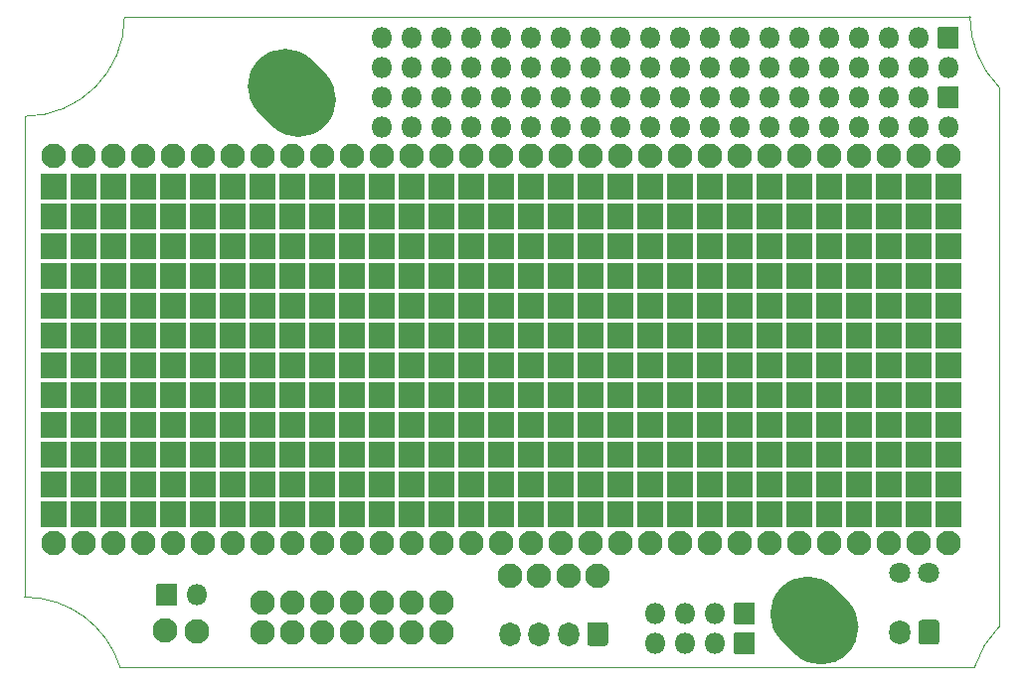
<source format=gbr>
%TF.GenerationSoftware,KiCad,Pcbnew,(5.1.9-0-10_14)*%
%TF.CreationDate,2021-01-29T17:32:38+02:00*%
%TF.ProjectId,SH-ESP32-HAT-Proto,53482d45-5350-4333-922d-4841542d5072,0.1.0*%
%TF.SameCoordinates,Original*%
%TF.FileFunction,Soldermask,Bot*%
%TF.FilePolarity,Negative*%
%FSLAX46Y46*%
G04 Gerber Fmt 4.6, Leading zero omitted, Abs format (unit mm)*
G04 Created by KiCad (PCBNEW (5.1.9-0-10_14)) date 2021-01-29 17:32:38*
%MOMM*%
%LPD*%
G01*
G04 APERTURE LIST*
%TA.AperFunction,Profile*%
%ADD10C,0.050000*%
%TD*%
%ADD11C,2.100000*%
%ADD12O,1.800000X1.800000*%
%ADD13O,1.800000X2.050000*%
%ADD14O,1.800000X2.100000*%
%ADD15C,1.800000*%
G04 APERTURE END LIST*
D10*
X171989592Y-63010408D02*
X172000000Y-109000000D01*
X89000000Y-106499081D02*
G75*
G02*
X97125000Y-112500000I0J-8500919D01*
G01*
X89000000Y-106500000D02*
X89000000Y-103000000D01*
X127000000Y-112500000D02*
X97125000Y-112500000D01*
X127000000Y-112500000D02*
X153000000Y-112500000D01*
X153000000Y-112500000D02*
X169891435Y-112499765D01*
X153000000Y-112500000D02*
X153000000Y-112500000D01*
X169891436Y-112499765D02*
G75*
G02*
X172000000Y-109000000I8108564J-2500235D01*
G01*
X171989592Y-63010408D02*
G75*
G02*
X169500000Y-57000000I6010408J6010408D01*
G01*
X97500000Y-57000000D02*
G75*
G02*
X89000000Y-65500000I-8500000J0D01*
G01*
X169500000Y-57000000D02*
X97500000Y-57000000D01*
X89000000Y-65500000D02*
X89000000Y-103000000D01*
D11*
%TO.C,P320*%
X119390000Y-107010000D03*
%TD*%
%TO.C,P319*%
X114310000Y-109550000D03*
%TD*%
%TO.C,P318*%
X121930000Y-107010000D03*
%TD*%
%TO.C,P317*%
X124470000Y-107010000D03*
%TD*%
%TO.C,P316*%
X111770000Y-109550000D03*
%TD*%
%TO.C,P315*%
X116850000Y-107010000D03*
%TD*%
%TO.C,P314*%
X109230000Y-109550000D03*
%TD*%
%TO.C,P313*%
X119390000Y-109550000D03*
%TD*%
%TO.C,P312*%
X114310000Y-107010000D03*
%TD*%
%TO.C,P311*%
X121930000Y-109550000D03*
%TD*%
%TO.C,P310*%
X124470000Y-109550000D03*
%TD*%
%TO.C,P309*%
X111770000Y-107010000D03*
%TD*%
%TO.C,P308*%
X116850000Y-109550000D03*
%TD*%
%TO.C,P307*%
X109230000Y-107010000D03*
%TD*%
%TO.C,REF\u002A\u002A*%
G36*
G01*
X166550000Y-90330000D02*
X166550000Y-88230000D01*
G75*
G02*
X166600000Y-88180000I50000J0D01*
G01*
X168700000Y-88180000D01*
G75*
G02*
X168750000Y-88230000I0J-50000D01*
G01*
X168750000Y-90330000D01*
G75*
G02*
X168700000Y-90380000I-50000J0D01*
G01*
X166600000Y-90380000D01*
G75*
G02*
X166550000Y-90330000I0J50000D01*
G01*
G37*
%TD*%
%TO.C,REF\u002A\u002A*%
G36*
G01*
X166550000Y-80170000D02*
X166550000Y-78070000D01*
G75*
G02*
X166600000Y-78020000I50000J0D01*
G01*
X168700000Y-78020000D01*
G75*
G02*
X168750000Y-78070000I0J-50000D01*
G01*
X168750000Y-80170000D01*
G75*
G02*
X168700000Y-80220000I-50000J0D01*
G01*
X166600000Y-80220000D01*
G75*
G02*
X166550000Y-80170000I0J50000D01*
G01*
G37*
%TD*%
%TO.C,REF\u002A\u002A*%
G36*
G01*
X166550000Y-100490000D02*
X166550000Y-98390000D01*
G75*
G02*
X166600000Y-98340000I50000J0D01*
G01*
X168700000Y-98340000D01*
G75*
G02*
X168750000Y-98390000I0J-50000D01*
G01*
X168750000Y-100490000D01*
G75*
G02*
X168700000Y-100540000I-50000J0D01*
G01*
X166600000Y-100540000D01*
G75*
G02*
X166550000Y-100490000I0J50000D01*
G01*
G37*
%TD*%
%TO.C,REF\u002A\u002A*%
G36*
G01*
X166550000Y-72550000D02*
X166550000Y-70450000D01*
G75*
G02*
X166600000Y-70400000I50000J0D01*
G01*
X168700000Y-70400000D01*
G75*
G02*
X168750000Y-70450000I0J-50000D01*
G01*
X168750000Y-72550000D01*
G75*
G02*
X168700000Y-72600000I-50000J0D01*
G01*
X166600000Y-72600000D01*
G75*
G02*
X166550000Y-72550000I0J50000D01*
G01*
G37*
%TD*%
%TO.C,REF\u002A\u002A*%
G36*
G01*
X166550000Y-87790000D02*
X166550000Y-85690000D01*
G75*
G02*
X166600000Y-85640000I50000J0D01*
G01*
X168700000Y-85640000D01*
G75*
G02*
X168750000Y-85690000I0J-50000D01*
G01*
X168750000Y-87790000D01*
G75*
G02*
X168700000Y-87840000I-50000J0D01*
G01*
X166600000Y-87840000D01*
G75*
G02*
X166550000Y-87790000I0J50000D01*
G01*
G37*
%TD*%
%TO.C,REF\u002A\u002A*%
G36*
G01*
X166550000Y-75090000D02*
X166550000Y-72990000D01*
G75*
G02*
X166600000Y-72940000I50000J0D01*
G01*
X168700000Y-72940000D01*
G75*
G02*
X168750000Y-72990000I0J-50000D01*
G01*
X168750000Y-75090000D01*
G75*
G02*
X168700000Y-75140000I-50000J0D01*
G01*
X166600000Y-75140000D01*
G75*
G02*
X166550000Y-75090000I0J50000D01*
G01*
G37*
%TD*%
%TO.C,REF\u002A\u002A*%
G36*
G01*
X166550000Y-92870000D02*
X166550000Y-90770000D01*
G75*
G02*
X166600000Y-90720000I50000J0D01*
G01*
X168700000Y-90720000D01*
G75*
G02*
X168750000Y-90770000I0J-50000D01*
G01*
X168750000Y-92870000D01*
G75*
G02*
X168700000Y-92920000I-50000J0D01*
G01*
X166600000Y-92920000D01*
G75*
G02*
X166550000Y-92870000I0J50000D01*
G01*
G37*
%TD*%
%TO.C,REF\u002A\u002A*%
G36*
G01*
X166550000Y-77630000D02*
X166550000Y-75530000D01*
G75*
G02*
X166600000Y-75480000I50000J0D01*
G01*
X168700000Y-75480000D01*
G75*
G02*
X168750000Y-75530000I0J-50000D01*
G01*
X168750000Y-77630000D01*
G75*
G02*
X168700000Y-77680000I-50000J0D01*
G01*
X166600000Y-77680000D01*
G75*
G02*
X166550000Y-77630000I0J50000D01*
G01*
G37*
%TD*%
%TO.C,REF\u002A\u002A*%
G36*
G01*
X166550000Y-97950000D02*
X166550000Y-95850000D01*
G75*
G02*
X166600000Y-95800000I50000J0D01*
G01*
X168700000Y-95800000D01*
G75*
G02*
X168750000Y-95850000I0J-50000D01*
G01*
X168750000Y-97950000D01*
G75*
G02*
X168700000Y-98000000I-50000J0D01*
G01*
X166600000Y-98000000D01*
G75*
G02*
X166550000Y-97950000I0J50000D01*
G01*
G37*
%TD*%
%TO.C,REF\u002A\u002A*%
G36*
G01*
X166550000Y-82710000D02*
X166550000Y-80610000D01*
G75*
G02*
X166600000Y-80560000I50000J0D01*
G01*
X168700000Y-80560000D01*
G75*
G02*
X168750000Y-80610000I0J-50000D01*
G01*
X168750000Y-82710000D01*
G75*
G02*
X168700000Y-82760000I-50000J0D01*
G01*
X166600000Y-82760000D01*
G75*
G02*
X166550000Y-82710000I0J50000D01*
G01*
G37*
%TD*%
%TO.C,REF\u002A\u002A*%
G36*
G01*
X166550000Y-85250000D02*
X166550000Y-83150000D01*
G75*
G02*
X166600000Y-83100000I50000J0D01*
G01*
X168700000Y-83100000D01*
G75*
G02*
X168750000Y-83150000I0J-50000D01*
G01*
X168750000Y-85250000D01*
G75*
G02*
X168700000Y-85300000I-50000J0D01*
G01*
X166600000Y-85300000D01*
G75*
G02*
X166550000Y-85250000I0J50000D01*
G01*
G37*
%TD*%
%TO.C,REF\u002A\u002A*%
G36*
G01*
X166550000Y-95410000D02*
X166550000Y-93310000D01*
G75*
G02*
X166600000Y-93260000I50000J0D01*
G01*
X168700000Y-93260000D01*
G75*
G02*
X168750000Y-93310000I0J-50000D01*
G01*
X168750000Y-95410000D01*
G75*
G02*
X168700000Y-95460000I-50000J0D01*
G01*
X166600000Y-95460000D01*
G75*
G02*
X166550000Y-95410000I0J50000D01*
G01*
G37*
%TD*%
%TO.C,REF\u002A\u002A*%
G36*
G01*
X164010000Y-87790000D02*
X164010000Y-85690000D01*
G75*
G02*
X164060000Y-85640000I50000J0D01*
G01*
X166160000Y-85640000D01*
G75*
G02*
X166210000Y-85690000I0J-50000D01*
G01*
X166210000Y-87790000D01*
G75*
G02*
X166160000Y-87840000I-50000J0D01*
G01*
X164060000Y-87840000D01*
G75*
G02*
X164010000Y-87790000I0J50000D01*
G01*
G37*
%TD*%
%TO.C,REF\u002A\u002A*%
G36*
G01*
X164010000Y-100490000D02*
X164010000Y-98390000D01*
G75*
G02*
X164060000Y-98340000I50000J0D01*
G01*
X166160000Y-98340000D01*
G75*
G02*
X166210000Y-98390000I0J-50000D01*
G01*
X166210000Y-100490000D01*
G75*
G02*
X166160000Y-100540000I-50000J0D01*
G01*
X164060000Y-100540000D01*
G75*
G02*
X164010000Y-100490000I0J50000D01*
G01*
G37*
%TD*%
%TO.C,REF\u002A\u002A*%
G36*
G01*
X164010000Y-97950000D02*
X164010000Y-95850000D01*
G75*
G02*
X164060000Y-95800000I50000J0D01*
G01*
X166160000Y-95800000D01*
G75*
G02*
X166210000Y-95850000I0J-50000D01*
G01*
X166210000Y-97950000D01*
G75*
G02*
X166160000Y-98000000I-50000J0D01*
G01*
X164060000Y-98000000D01*
G75*
G02*
X164010000Y-97950000I0J50000D01*
G01*
G37*
%TD*%
%TO.C,REF\u002A\u002A*%
G36*
G01*
X161470000Y-97950000D02*
X161470000Y-95850000D01*
G75*
G02*
X161520000Y-95800000I50000J0D01*
G01*
X163620000Y-95800000D01*
G75*
G02*
X163670000Y-95850000I0J-50000D01*
G01*
X163670000Y-97950000D01*
G75*
G02*
X163620000Y-98000000I-50000J0D01*
G01*
X161520000Y-98000000D01*
G75*
G02*
X161470000Y-97950000I0J50000D01*
G01*
G37*
%TD*%
%TO.C,REF\u002A\u002A*%
G36*
G01*
X164010000Y-75090000D02*
X164010000Y-72990000D01*
G75*
G02*
X164060000Y-72940000I50000J0D01*
G01*
X166160000Y-72940000D01*
G75*
G02*
X166210000Y-72990000I0J-50000D01*
G01*
X166210000Y-75090000D01*
G75*
G02*
X166160000Y-75140000I-50000J0D01*
G01*
X164060000Y-75140000D01*
G75*
G02*
X164010000Y-75090000I0J50000D01*
G01*
G37*
%TD*%
%TO.C,REF\u002A\u002A*%
G36*
G01*
X161470000Y-92870000D02*
X161470000Y-90770000D01*
G75*
G02*
X161520000Y-90720000I50000J0D01*
G01*
X163620000Y-90720000D01*
G75*
G02*
X163670000Y-90770000I0J-50000D01*
G01*
X163670000Y-92870000D01*
G75*
G02*
X163620000Y-92920000I-50000J0D01*
G01*
X161520000Y-92920000D01*
G75*
G02*
X161470000Y-92870000I0J50000D01*
G01*
G37*
%TD*%
%TO.C,REF\u002A\u002A*%
G36*
G01*
X164010000Y-72550000D02*
X164010000Y-70450000D01*
G75*
G02*
X164060000Y-70400000I50000J0D01*
G01*
X166160000Y-70400000D01*
G75*
G02*
X166210000Y-70450000I0J-50000D01*
G01*
X166210000Y-72550000D01*
G75*
G02*
X166160000Y-72600000I-50000J0D01*
G01*
X164060000Y-72600000D01*
G75*
G02*
X164010000Y-72550000I0J50000D01*
G01*
G37*
%TD*%
%TO.C,REF\u002A\u002A*%
G36*
G01*
X161470000Y-77630000D02*
X161470000Y-75530000D01*
G75*
G02*
X161520000Y-75480000I50000J0D01*
G01*
X163620000Y-75480000D01*
G75*
G02*
X163670000Y-75530000I0J-50000D01*
G01*
X163670000Y-77630000D01*
G75*
G02*
X163620000Y-77680000I-50000J0D01*
G01*
X161520000Y-77680000D01*
G75*
G02*
X161470000Y-77630000I0J50000D01*
G01*
G37*
%TD*%
%TO.C,REF\u002A\u002A*%
G36*
G01*
X164010000Y-92870000D02*
X164010000Y-90770000D01*
G75*
G02*
X164060000Y-90720000I50000J0D01*
G01*
X166160000Y-90720000D01*
G75*
G02*
X166210000Y-90770000I0J-50000D01*
G01*
X166210000Y-92870000D01*
G75*
G02*
X166160000Y-92920000I-50000J0D01*
G01*
X164060000Y-92920000D01*
G75*
G02*
X164010000Y-92870000I0J50000D01*
G01*
G37*
%TD*%
%TO.C,REF\u002A\u002A*%
G36*
G01*
X164010000Y-90330000D02*
X164010000Y-88230000D01*
G75*
G02*
X164060000Y-88180000I50000J0D01*
G01*
X166160000Y-88180000D01*
G75*
G02*
X166210000Y-88230000I0J-50000D01*
G01*
X166210000Y-90330000D01*
G75*
G02*
X166160000Y-90380000I-50000J0D01*
G01*
X164060000Y-90380000D01*
G75*
G02*
X164010000Y-90330000I0J50000D01*
G01*
G37*
%TD*%
%TO.C,REF\u002A\u002A*%
G36*
G01*
X164010000Y-77630000D02*
X164010000Y-75530000D01*
G75*
G02*
X164060000Y-75480000I50000J0D01*
G01*
X166160000Y-75480000D01*
G75*
G02*
X166210000Y-75530000I0J-50000D01*
G01*
X166210000Y-77630000D01*
G75*
G02*
X166160000Y-77680000I-50000J0D01*
G01*
X164060000Y-77680000D01*
G75*
G02*
X164010000Y-77630000I0J50000D01*
G01*
G37*
%TD*%
%TO.C,REF\u002A\u002A*%
G36*
G01*
X164010000Y-82710000D02*
X164010000Y-80610000D01*
G75*
G02*
X164060000Y-80560000I50000J0D01*
G01*
X166160000Y-80560000D01*
G75*
G02*
X166210000Y-80610000I0J-50000D01*
G01*
X166210000Y-82710000D01*
G75*
G02*
X166160000Y-82760000I-50000J0D01*
G01*
X164060000Y-82760000D01*
G75*
G02*
X164010000Y-82710000I0J50000D01*
G01*
G37*
%TD*%
%TO.C,REF\u002A\u002A*%
G36*
G01*
X161470000Y-85250000D02*
X161470000Y-83150000D01*
G75*
G02*
X161520000Y-83100000I50000J0D01*
G01*
X163620000Y-83100000D01*
G75*
G02*
X163670000Y-83150000I0J-50000D01*
G01*
X163670000Y-85250000D01*
G75*
G02*
X163620000Y-85300000I-50000J0D01*
G01*
X161520000Y-85300000D01*
G75*
G02*
X161470000Y-85250000I0J50000D01*
G01*
G37*
%TD*%
%TO.C,REF\u002A\u002A*%
G36*
G01*
X164010000Y-85250000D02*
X164010000Y-83150000D01*
G75*
G02*
X164060000Y-83100000I50000J0D01*
G01*
X166160000Y-83100000D01*
G75*
G02*
X166210000Y-83150000I0J-50000D01*
G01*
X166210000Y-85250000D01*
G75*
G02*
X166160000Y-85300000I-50000J0D01*
G01*
X164060000Y-85300000D01*
G75*
G02*
X164010000Y-85250000I0J50000D01*
G01*
G37*
%TD*%
%TO.C,REF\u002A\u002A*%
G36*
G01*
X161470000Y-80170000D02*
X161470000Y-78070000D01*
G75*
G02*
X161520000Y-78020000I50000J0D01*
G01*
X163620000Y-78020000D01*
G75*
G02*
X163670000Y-78070000I0J-50000D01*
G01*
X163670000Y-80170000D01*
G75*
G02*
X163620000Y-80220000I-50000J0D01*
G01*
X161520000Y-80220000D01*
G75*
G02*
X161470000Y-80170000I0J50000D01*
G01*
G37*
%TD*%
%TO.C,REF\u002A\u002A*%
G36*
G01*
X164010000Y-80170000D02*
X164010000Y-78070000D01*
G75*
G02*
X164060000Y-78020000I50000J0D01*
G01*
X166160000Y-78020000D01*
G75*
G02*
X166210000Y-78070000I0J-50000D01*
G01*
X166210000Y-80170000D01*
G75*
G02*
X166160000Y-80220000I-50000J0D01*
G01*
X164060000Y-80220000D01*
G75*
G02*
X164010000Y-80170000I0J50000D01*
G01*
G37*
%TD*%
%TO.C,REF\u002A\u002A*%
G36*
G01*
X161470000Y-75090000D02*
X161470000Y-72990000D01*
G75*
G02*
X161520000Y-72940000I50000J0D01*
G01*
X163620000Y-72940000D01*
G75*
G02*
X163670000Y-72990000I0J-50000D01*
G01*
X163670000Y-75090000D01*
G75*
G02*
X163620000Y-75140000I-50000J0D01*
G01*
X161520000Y-75140000D01*
G75*
G02*
X161470000Y-75090000I0J50000D01*
G01*
G37*
%TD*%
%TO.C,REF\u002A\u002A*%
G36*
G01*
X161470000Y-87790000D02*
X161470000Y-85690000D01*
G75*
G02*
X161520000Y-85640000I50000J0D01*
G01*
X163620000Y-85640000D01*
G75*
G02*
X163670000Y-85690000I0J-50000D01*
G01*
X163670000Y-87790000D01*
G75*
G02*
X163620000Y-87840000I-50000J0D01*
G01*
X161520000Y-87840000D01*
G75*
G02*
X161470000Y-87790000I0J50000D01*
G01*
G37*
%TD*%
%TO.C,REF\u002A\u002A*%
G36*
G01*
X161470000Y-90330000D02*
X161470000Y-88230000D01*
G75*
G02*
X161520000Y-88180000I50000J0D01*
G01*
X163620000Y-88180000D01*
G75*
G02*
X163670000Y-88230000I0J-50000D01*
G01*
X163670000Y-90330000D01*
G75*
G02*
X163620000Y-90380000I-50000J0D01*
G01*
X161520000Y-90380000D01*
G75*
G02*
X161470000Y-90330000I0J50000D01*
G01*
G37*
%TD*%
%TO.C,REF\u002A\u002A*%
G36*
G01*
X161470000Y-82710000D02*
X161470000Y-80610000D01*
G75*
G02*
X161520000Y-80560000I50000J0D01*
G01*
X163620000Y-80560000D01*
G75*
G02*
X163670000Y-80610000I0J-50000D01*
G01*
X163670000Y-82710000D01*
G75*
G02*
X163620000Y-82760000I-50000J0D01*
G01*
X161520000Y-82760000D01*
G75*
G02*
X161470000Y-82710000I0J50000D01*
G01*
G37*
%TD*%
%TO.C,REF\u002A\u002A*%
G36*
G01*
X164010000Y-95410000D02*
X164010000Y-93310000D01*
G75*
G02*
X164060000Y-93260000I50000J0D01*
G01*
X166160000Y-93260000D01*
G75*
G02*
X166210000Y-93310000I0J-50000D01*
G01*
X166210000Y-95410000D01*
G75*
G02*
X166160000Y-95460000I-50000J0D01*
G01*
X164060000Y-95460000D01*
G75*
G02*
X164010000Y-95410000I0J50000D01*
G01*
G37*
%TD*%
%TO.C,REF\u002A\u002A*%
G36*
G01*
X161470000Y-95410000D02*
X161470000Y-93310000D01*
G75*
G02*
X161520000Y-93260000I50000J0D01*
G01*
X163620000Y-93260000D01*
G75*
G02*
X163670000Y-93310000I0J-50000D01*
G01*
X163670000Y-95410000D01*
G75*
G02*
X163620000Y-95460000I-50000J0D01*
G01*
X161520000Y-95460000D01*
G75*
G02*
X161470000Y-95410000I0J50000D01*
G01*
G37*
%TD*%
%TO.C,REF\u002A\u002A*%
G36*
G01*
X161470000Y-100490000D02*
X161470000Y-98390000D01*
G75*
G02*
X161520000Y-98340000I50000J0D01*
G01*
X163620000Y-98340000D01*
G75*
G02*
X163670000Y-98390000I0J-50000D01*
G01*
X163670000Y-100490000D01*
G75*
G02*
X163620000Y-100540000I-50000J0D01*
G01*
X161520000Y-100540000D01*
G75*
G02*
X161470000Y-100490000I0J50000D01*
G01*
G37*
%TD*%
%TO.C,REF\u002A\u002A*%
G36*
G01*
X161470000Y-72550000D02*
X161470000Y-70450000D01*
G75*
G02*
X161520000Y-70400000I50000J0D01*
G01*
X163620000Y-70400000D01*
G75*
G02*
X163670000Y-70450000I0J-50000D01*
G01*
X163670000Y-72550000D01*
G75*
G02*
X163620000Y-72600000I-50000J0D01*
G01*
X161520000Y-72600000D01*
G75*
G02*
X161470000Y-72550000I0J50000D01*
G01*
G37*
%TD*%
%TO.C,REF\u002A\u002A*%
G36*
G01*
X156390000Y-77630000D02*
X156390000Y-75530000D01*
G75*
G02*
X156440000Y-75480000I50000J0D01*
G01*
X158540000Y-75480000D01*
G75*
G02*
X158590000Y-75530000I0J-50000D01*
G01*
X158590000Y-77630000D01*
G75*
G02*
X158540000Y-77680000I-50000J0D01*
G01*
X156440000Y-77680000D01*
G75*
G02*
X156390000Y-77630000I0J50000D01*
G01*
G37*
%TD*%
%TO.C,REF\u002A\u002A*%
G36*
G01*
X158930000Y-92870000D02*
X158930000Y-90770000D01*
G75*
G02*
X158980000Y-90720000I50000J0D01*
G01*
X161080000Y-90720000D01*
G75*
G02*
X161130000Y-90770000I0J-50000D01*
G01*
X161130000Y-92870000D01*
G75*
G02*
X161080000Y-92920000I-50000J0D01*
G01*
X158980000Y-92920000D01*
G75*
G02*
X158930000Y-92870000I0J50000D01*
G01*
G37*
%TD*%
%TO.C,REF\u002A\u002A*%
G36*
G01*
X158930000Y-90330000D02*
X158930000Y-88230000D01*
G75*
G02*
X158980000Y-88180000I50000J0D01*
G01*
X161080000Y-88180000D01*
G75*
G02*
X161130000Y-88230000I0J-50000D01*
G01*
X161130000Y-90330000D01*
G75*
G02*
X161080000Y-90380000I-50000J0D01*
G01*
X158980000Y-90380000D01*
G75*
G02*
X158930000Y-90330000I0J50000D01*
G01*
G37*
%TD*%
%TO.C,REF\u002A\u002A*%
G36*
G01*
X158930000Y-77630000D02*
X158930000Y-75530000D01*
G75*
G02*
X158980000Y-75480000I50000J0D01*
G01*
X161080000Y-75480000D01*
G75*
G02*
X161130000Y-75530000I0J-50000D01*
G01*
X161130000Y-77630000D01*
G75*
G02*
X161080000Y-77680000I-50000J0D01*
G01*
X158980000Y-77680000D01*
G75*
G02*
X158930000Y-77630000I0J50000D01*
G01*
G37*
%TD*%
%TO.C,REF\u002A\u002A*%
G36*
G01*
X158930000Y-82710000D02*
X158930000Y-80610000D01*
G75*
G02*
X158980000Y-80560000I50000J0D01*
G01*
X161080000Y-80560000D01*
G75*
G02*
X161130000Y-80610000I0J-50000D01*
G01*
X161130000Y-82710000D01*
G75*
G02*
X161080000Y-82760000I-50000J0D01*
G01*
X158980000Y-82760000D01*
G75*
G02*
X158930000Y-82710000I0J50000D01*
G01*
G37*
%TD*%
%TO.C,REF\u002A\u002A*%
G36*
G01*
X156390000Y-85250000D02*
X156390000Y-83150000D01*
G75*
G02*
X156440000Y-83100000I50000J0D01*
G01*
X158540000Y-83100000D01*
G75*
G02*
X158590000Y-83150000I0J-50000D01*
G01*
X158590000Y-85250000D01*
G75*
G02*
X158540000Y-85300000I-50000J0D01*
G01*
X156440000Y-85300000D01*
G75*
G02*
X156390000Y-85250000I0J50000D01*
G01*
G37*
%TD*%
%TO.C,REF\u002A\u002A*%
G36*
G01*
X158930000Y-85250000D02*
X158930000Y-83150000D01*
G75*
G02*
X158980000Y-83100000I50000J0D01*
G01*
X161080000Y-83100000D01*
G75*
G02*
X161130000Y-83150000I0J-50000D01*
G01*
X161130000Y-85250000D01*
G75*
G02*
X161080000Y-85300000I-50000J0D01*
G01*
X158980000Y-85300000D01*
G75*
G02*
X158930000Y-85250000I0J50000D01*
G01*
G37*
%TD*%
%TO.C,REF\u002A\u002A*%
G36*
G01*
X156390000Y-80170000D02*
X156390000Y-78070000D01*
G75*
G02*
X156440000Y-78020000I50000J0D01*
G01*
X158540000Y-78020000D01*
G75*
G02*
X158590000Y-78070000I0J-50000D01*
G01*
X158590000Y-80170000D01*
G75*
G02*
X158540000Y-80220000I-50000J0D01*
G01*
X156440000Y-80220000D01*
G75*
G02*
X156390000Y-80170000I0J50000D01*
G01*
G37*
%TD*%
%TO.C,REF\u002A\u002A*%
G36*
G01*
X158930000Y-80170000D02*
X158930000Y-78070000D01*
G75*
G02*
X158980000Y-78020000I50000J0D01*
G01*
X161080000Y-78020000D01*
G75*
G02*
X161130000Y-78070000I0J-50000D01*
G01*
X161130000Y-80170000D01*
G75*
G02*
X161080000Y-80220000I-50000J0D01*
G01*
X158980000Y-80220000D01*
G75*
G02*
X158930000Y-80170000I0J50000D01*
G01*
G37*
%TD*%
%TO.C,REF\u002A\u002A*%
G36*
G01*
X156390000Y-75090000D02*
X156390000Y-72990000D01*
G75*
G02*
X156440000Y-72940000I50000J0D01*
G01*
X158540000Y-72940000D01*
G75*
G02*
X158590000Y-72990000I0J-50000D01*
G01*
X158590000Y-75090000D01*
G75*
G02*
X158540000Y-75140000I-50000J0D01*
G01*
X156440000Y-75140000D01*
G75*
G02*
X156390000Y-75090000I0J50000D01*
G01*
G37*
%TD*%
%TO.C,REF\u002A\u002A*%
G36*
G01*
X156390000Y-87790000D02*
X156390000Y-85690000D01*
G75*
G02*
X156440000Y-85640000I50000J0D01*
G01*
X158540000Y-85640000D01*
G75*
G02*
X158590000Y-85690000I0J-50000D01*
G01*
X158590000Y-87790000D01*
G75*
G02*
X158540000Y-87840000I-50000J0D01*
G01*
X156440000Y-87840000D01*
G75*
G02*
X156390000Y-87790000I0J50000D01*
G01*
G37*
%TD*%
%TO.C,REF\u002A\u002A*%
G36*
G01*
X156390000Y-90330000D02*
X156390000Y-88230000D01*
G75*
G02*
X156440000Y-88180000I50000J0D01*
G01*
X158540000Y-88180000D01*
G75*
G02*
X158590000Y-88230000I0J-50000D01*
G01*
X158590000Y-90330000D01*
G75*
G02*
X158540000Y-90380000I-50000J0D01*
G01*
X156440000Y-90380000D01*
G75*
G02*
X156390000Y-90330000I0J50000D01*
G01*
G37*
%TD*%
%TO.C,REF\u002A\u002A*%
G36*
G01*
X156390000Y-82710000D02*
X156390000Y-80610000D01*
G75*
G02*
X156440000Y-80560000I50000J0D01*
G01*
X158540000Y-80560000D01*
G75*
G02*
X158590000Y-80610000I0J-50000D01*
G01*
X158590000Y-82710000D01*
G75*
G02*
X158540000Y-82760000I-50000J0D01*
G01*
X156440000Y-82760000D01*
G75*
G02*
X156390000Y-82710000I0J50000D01*
G01*
G37*
%TD*%
%TO.C,REF\u002A\u002A*%
G36*
G01*
X158930000Y-97950000D02*
X158930000Y-95850000D01*
G75*
G02*
X158980000Y-95800000I50000J0D01*
G01*
X161080000Y-95800000D01*
G75*
G02*
X161130000Y-95850000I0J-50000D01*
G01*
X161130000Y-97950000D01*
G75*
G02*
X161080000Y-98000000I-50000J0D01*
G01*
X158980000Y-98000000D01*
G75*
G02*
X158930000Y-97950000I0J50000D01*
G01*
G37*
%TD*%
%TO.C,REF\u002A\u002A*%
G36*
G01*
X156390000Y-97950000D02*
X156390000Y-95850000D01*
G75*
G02*
X156440000Y-95800000I50000J0D01*
G01*
X158540000Y-95800000D01*
G75*
G02*
X158590000Y-95850000I0J-50000D01*
G01*
X158590000Y-97950000D01*
G75*
G02*
X158540000Y-98000000I-50000J0D01*
G01*
X156440000Y-98000000D01*
G75*
G02*
X156390000Y-97950000I0J50000D01*
G01*
G37*
%TD*%
%TO.C,REF\u002A\u002A*%
G36*
G01*
X158930000Y-75090000D02*
X158930000Y-72990000D01*
G75*
G02*
X158980000Y-72940000I50000J0D01*
G01*
X161080000Y-72940000D01*
G75*
G02*
X161130000Y-72990000I0J-50000D01*
G01*
X161130000Y-75090000D01*
G75*
G02*
X161080000Y-75140000I-50000J0D01*
G01*
X158980000Y-75140000D01*
G75*
G02*
X158930000Y-75090000I0J50000D01*
G01*
G37*
%TD*%
%TO.C,REF\u002A\u002A*%
G36*
G01*
X156390000Y-92870000D02*
X156390000Y-90770000D01*
G75*
G02*
X156440000Y-90720000I50000J0D01*
G01*
X158540000Y-90720000D01*
G75*
G02*
X158590000Y-90770000I0J-50000D01*
G01*
X158590000Y-92870000D01*
G75*
G02*
X158540000Y-92920000I-50000J0D01*
G01*
X156440000Y-92920000D01*
G75*
G02*
X156390000Y-92870000I0J50000D01*
G01*
G37*
%TD*%
%TO.C,REF\u002A\u002A*%
G36*
G01*
X158930000Y-72550000D02*
X158930000Y-70450000D01*
G75*
G02*
X158980000Y-70400000I50000J0D01*
G01*
X161080000Y-70400000D01*
G75*
G02*
X161130000Y-70450000I0J-50000D01*
G01*
X161130000Y-72550000D01*
G75*
G02*
X161080000Y-72600000I-50000J0D01*
G01*
X158980000Y-72600000D01*
G75*
G02*
X158930000Y-72550000I0J50000D01*
G01*
G37*
%TD*%
%TO.C,REF\u002A\u002A*%
G36*
G01*
X158930000Y-95410000D02*
X158930000Y-93310000D01*
G75*
G02*
X158980000Y-93260000I50000J0D01*
G01*
X161080000Y-93260000D01*
G75*
G02*
X161130000Y-93310000I0J-50000D01*
G01*
X161130000Y-95410000D01*
G75*
G02*
X161080000Y-95460000I-50000J0D01*
G01*
X158980000Y-95460000D01*
G75*
G02*
X158930000Y-95410000I0J50000D01*
G01*
G37*
%TD*%
%TO.C,REF\u002A\u002A*%
G36*
G01*
X156390000Y-95410000D02*
X156390000Y-93310000D01*
G75*
G02*
X156440000Y-93260000I50000J0D01*
G01*
X158540000Y-93260000D01*
G75*
G02*
X158590000Y-93310000I0J-50000D01*
G01*
X158590000Y-95410000D01*
G75*
G02*
X158540000Y-95460000I-50000J0D01*
G01*
X156440000Y-95460000D01*
G75*
G02*
X156390000Y-95410000I0J50000D01*
G01*
G37*
%TD*%
%TO.C,REF\u002A\u002A*%
G36*
G01*
X156390000Y-100490000D02*
X156390000Y-98390000D01*
G75*
G02*
X156440000Y-98340000I50000J0D01*
G01*
X158540000Y-98340000D01*
G75*
G02*
X158590000Y-98390000I0J-50000D01*
G01*
X158590000Y-100490000D01*
G75*
G02*
X158540000Y-100540000I-50000J0D01*
G01*
X156440000Y-100540000D01*
G75*
G02*
X156390000Y-100490000I0J50000D01*
G01*
G37*
%TD*%
%TO.C,REF\u002A\u002A*%
G36*
G01*
X156390000Y-72550000D02*
X156390000Y-70450000D01*
G75*
G02*
X156440000Y-70400000I50000J0D01*
G01*
X158540000Y-70400000D01*
G75*
G02*
X158590000Y-70450000I0J-50000D01*
G01*
X158590000Y-72550000D01*
G75*
G02*
X158540000Y-72600000I-50000J0D01*
G01*
X156440000Y-72600000D01*
G75*
G02*
X156390000Y-72550000I0J50000D01*
G01*
G37*
%TD*%
%TO.C,REF\u002A\u002A*%
G36*
G01*
X158930000Y-87790000D02*
X158930000Y-85690000D01*
G75*
G02*
X158980000Y-85640000I50000J0D01*
G01*
X161080000Y-85640000D01*
G75*
G02*
X161130000Y-85690000I0J-50000D01*
G01*
X161130000Y-87790000D01*
G75*
G02*
X161080000Y-87840000I-50000J0D01*
G01*
X158980000Y-87840000D01*
G75*
G02*
X158930000Y-87790000I0J50000D01*
G01*
G37*
%TD*%
%TO.C,REF\u002A\u002A*%
G36*
G01*
X158930000Y-100490000D02*
X158930000Y-98390000D01*
G75*
G02*
X158980000Y-98340000I50000J0D01*
G01*
X161080000Y-98340000D01*
G75*
G02*
X161130000Y-98390000I0J-50000D01*
G01*
X161130000Y-100490000D01*
G75*
G02*
X161080000Y-100540000I-50000J0D01*
G01*
X158980000Y-100540000D01*
G75*
G02*
X158930000Y-100490000I0J50000D01*
G01*
G37*
%TD*%
%TO.C,REF\u002A\u002A*%
G36*
G01*
X151310000Y-97950000D02*
X151310000Y-95850000D01*
G75*
G02*
X151360000Y-95800000I50000J0D01*
G01*
X153460000Y-95800000D01*
G75*
G02*
X153510000Y-95850000I0J-50000D01*
G01*
X153510000Y-97950000D01*
G75*
G02*
X153460000Y-98000000I-50000J0D01*
G01*
X151360000Y-98000000D01*
G75*
G02*
X151310000Y-97950000I0J50000D01*
G01*
G37*
%TD*%
%TO.C,REF\u002A\u002A*%
G36*
G01*
X153850000Y-75090000D02*
X153850000Y-72990000D01*
G75*
G02*
X153900000Y-72940000I50000J0D01*
G01*
X156000000Y-72940000D01*
G75*
G02*
X156050000Y-72990000I0J-50000D01*
G01*
X156050000Y-75090000D01*
G75*
G02*
X156000000Y-75140000I-50000J0D01*
G01*
X153900000Y-75140000D01*
G75*
G02*
X153850000Y-75090000I0J50000D01*
G01*
G37*
%TD*%
%TO.C,REF\u002A\u002A*%
G36*
G01*
X153850000Y-87790000D02*
X153850000Y-85690000D01*
G75*
G02*
X153900000Y-85640000I50000J0D01*
G01*
X156000000Y-85640000D01*
G75*
G02*
X156050000Y-85690000I0J-50000D01*
G01*
X156050000Y-87790000D01*
G75*
G02*
X156000000Y-87840000I-50000J0D01*
G01*
X153900000Y-87840000D01*
G75*
G02*
X153850000Y-87790000I0J50000D01*
G01*
G37*
%TD*%
%TO.C,REF\u002A\u002A*%
G36*
G01*
X151310000Y-87790000D02*
X151310000Y-85690000D01*
G75*
G02*
X151360000Y-85640000I50000J0D01*
G01*
X153460000Y-85640000D01*
G75*
G02*
X153510000Y-85690000I0J-50000D01*
G01*
X153510000Y-87790000D01*
G75*
G02*
X153460000Y-87840000I-50000J0D01*
G01*
X151360000Y-87840000D01*
G75*
G02*
X151310000Y-87790000I0J50000D01*
G01*
G37*
%TD*%
%TO.C,REF\u002A\u002A*%
G36*
G01*
X151310000Y-90330000D02*
X151310000Y-88230000D01*
G75*
G02*
X151360000Y-88180000I50000J0D01*
G01*
X153460000Y-88180000D01*
G75*
G02*
X153510000Y-88230000I0J-50000D01*
G01*
X153510000Y-90330000D01*
G75*
G02*
X153460000Y-90380000I-50000J0D01*
G01*
X151360000Y-90380000D01*
G75*
G02*
X151310000Y-90330000I0J50000D01*
G01*
G37*
%TD*%
%TO.C,REF\u002A\u002A*%
G36*
G01*
X151310000Y-82710000D02*
X151310000Y-80610000D01*
G75*
G02*
X151360000Y-80560000I50000J0D01*
G01*
X153460000Y-80560000D01*
G75*
G02*
X153510000Y-80610000I0J-50000D01*
G01*
X153510000Y-82710000D01*
G75*
G02*
X153460000Y-82760000I-50000J0D01*
G01*
X151360000Y-82760000D01*
G75*
G02*
X151310000Y-82710000I0J50000D01*
G01*
G37*
%TD*%
%TO.C,REF\u002A\u002A*%
G36*
G01*
X153850000Y-97950000D02*
X153850000Y-95850000D01*
G75*
G02*
X153900000Y-95800000I50000J0D01*
G01*
X156000000Y-95800000D01*
G75*
G02*
X156050000Y-95850000I0J-50000D01*
G01*
X156050000Y-97950000D01*
G75*
G02*
X156000000Y-98000000I-50000J0D01*
G01*
X153900000Y-98000000D01*
G75*
G02*
X153850000Y-97950000I0J50000D01*
G01*
G37*
%TD*%
%TO.C,REF\u002A\u002A*%
G36*
G01*
X151310000Y-92870000D02*
X151310000Y-90770000D01*
G75*
G02*
X151360000Y-90720000I50000J0D01*
G01*
X153460000Y-90720000D01*
G75*
G02*
X153510000Y-90770000I0J-50000D01*
G01*
X153510000Y-92870000D01*
G75*
G02*
X153460000Y-92920000I-50000J0D01*
G01*
X151360000Y-92920000D01*
G75*
G02*
X151310000Y-92870000I0J50000D01*
G01*
G37*
%TD*%
%TO.C,REF\u002A\u002A*%
G36*
G01*
X151310000Y-85250000D02*
X151310000Y-83150000D01*
G75*
G02*
X151360000Y-83100000I50000J0D01*
G01*
X153460000Y-83100000D01*
G75*
G02*
X153510000Y-83150000I0J-50000D01*
G01*
X153510000Y-85250000D01*
G75*
G02*
X153460000Y-85300000I-50000J0D01*
G01*
X151360000Y-85300000D01*
G75*
G02*
X151310000Y-85250000I0J50000D01*
G01*
G37*
%TD*%
%TO.C,REF\u002A\u002A*%
G36*
G01*
X151310000Y-77630000D02*
X151310000Y-75530000D01*
G75*
G02*
X151360000Y-75480000I50000J0D01*
G01*
X153460000Y-75480000D01*
G75*
G02*
X153510000Y-75530000I0J-50000D01*
G01*
X153510000Y-77630000D01*
G75*
G02*
X153460000Y-77680000I-50000J0D01*
G01*
X151360000Y-77680000D01*
G75*
G02*
X151310000Y-77630000I0J50000D01*
G01*
G37*
%TD*%
%TO.C,REF\u002A\u002A*%
G36*
G01*
X153850000Y-85250000D02*
X153850000Y-83150000D01*
G75*
G02*
X153900000Y-83100000I50000J0D01*
G01*
X156000000Y-83100000D01*
G75*
G02*
X156050000Y-83150000I0J-50000D01*
G01*
X156050000Y-85250000D01*
G75*
G02*
X156000000Y-85300000I-50000J0D01*
G01*
X153900000Y-85300000D01*
G75*
G02*
X153850000Y-85250000I0J50000D01*
G01*
G37*
%TD*%
%TO.C,REF\u002A\u002A*%
G36*
G01*
X153850000Y-100490000D02*
X153850000Y-98390000D01*
G75*
G02*
X153900000Y-98340000I50000J0D01*
G01*
X156000000Y-98340000D01*
G75*
G02*
X156050000Y-98390000I0J-50000D01*
G01*
X156050000Y-100490000D01*
G75*
G02*
X156000000Y-100540000I-50000J0D01*
G01*
X153900000Y-100540000D01*
G75*
G02*
X153850000Y-100490000I0J50000D01*
G01*
G37*
%TD*%
%TO.C,REF\u002A\u002A*%
G36*
G01*
X153850000Y-95410000D02*
X153850000Y-93310000D01*
G75*
G02*
X153900000Y-93260000I50000J0D01*
G01*
X156000000Y-93260000D01*
G75*
G02*
X156050000Y-93310000I0J-50000D01*
G01*
X156050000Y-95410000D01*
G75*
G02*
X156000000Y-95460000I-50000J0D01*
G01*
X153900000Y-95460000D01*
G75*
G02*
X153850000Y-95410000I0J50000D01*
G01*
G37*
%TD*%
%TO.C,REF\u002A\u002A*%
G36*
G01*
X151310000Y-95410000D02*
X151310000Y-93310000D01*
G75*
G02*
X151360000Y-93260000I50000J0D01*
G01*
X153460000Y-93260000D01*
G75*
G02*
X153510000Y-93310000I0J-50000D01*
G01*
X153510000Y-95410000D01*
G75*
G02*
X153460000Y-95460000I-50000J0D01*
G01*
X151360000Y-95460000D01*
G75*
G02*
X151310000Y-95410000I0J50000D01*
G01*
G37*
%TD*%
%TO.C,REF\u002A\u002A*%
G36*
G01*
X151310000Y-100490000D02*
X151310000Y-98390000D01*
G75*
G02*
X151360000Y-98340000I50000J0D01*
G01*
X153460000Y-98340000D01*
G75*
G02*
X153510000Y-98390000I0J-50000D01*
G01*
X153510000Y-100490000D01*
G75*
G02*
X153460000Y-100540000I-50000J0D01*
G01*
X151360000Y-100540000D01*
G75*
G02*
X151310000Y-100490000I0J50000D01*
G01*
G37*
%TD*%
%TO.C,REF\u002A\u002A*%
G36*
G01*
X151310000Y-72550000D02*
X151310000Y-70450000D01*
G75*
G02*
X151360000Y-70400000I50000J0D01*
G01*
X153460000Y-70400000D01*
G75*
G02*
X153510000Y-70450000I0J-50000D01*
G01*
X153510000Y-72550000D01*
G75*
G02*
X153460000Y-72600000I-50000J0D01*
G01*
X151360000Y-72600000D01*
G75*
G02*
X151310000Y-72550000I0J50000D01*
G01*
G37*
%TD*%
%TO.C,REF\u002A\u002A*%
G36*
G01*
X153850000Y-72550000D02*
X153850000Y-70450000D01*
G75*
G02*
X153900000Y-70400000I50000J0D01*
G01*
X156000000Y-70400000D01*
G75*
G02*
X156050000Y-70450000I0J-50000D01*
G01*
X156050000Y-72550000D01*
G75*
G02*
X156000000Y-72600000I-50000J0D01*
G01*
X153900000Y-72600000D01*
G75*
G02*
X153850000Y-72550000I0J50000D01*
G01*
G37*
%TD*%
%TO.C,REF\u002A\u002A*%
G36*
G01*
X153850000Y-80170000D02*
X153850000Y-78070000D01*
G75*
G02*
X153900000Y-78020000I50000J0D01*
G01*
X156000000Y-78020000D01*
G75*
G02*
X156050000Y-78070000I0J-50000D01*
G01*
X156050000Y-80170000D01*
G75*
G02*
X156000000Y-80220000I-50000J0D01*
G01*
X153900000Y-80220000D01*
G75*
G02*
X153850000Y-80170000I0J50000D01*
G01*
G37*
%TD*%
%TO.C,REF\u002A\u002A*%
G36*
G01*
X151310000Y-80170000D02*
X151310000Y-78070000D01*
G75*
G02*
X151360000Y-78020000I50000J0D01*
G01*
X153460000Y-78020000D01*
G75*
G02*
X153510000Y-78070000I0J-50000D01*
G01*
X153510000Y-80170000D01*
G75*
G02*
X153460000Y-80220000I-50000J0D01*
G01*
X151360000Y-80220000D01*
G75*
G02*
X151310000Y-80170000I0J50000D01*
G01*
G37*
%TD*%
%TO.C,REF\u002A\u002A*%
G36*
G01*
X151310000Y-75090000D02*
X151310000Y-72990000D01*
G75*
G02*
X151360000Y-72940000I50000J0D01*
G01*
X153460000Y-72940000D01*
G75*
G02*
X153510000Y-72990000I0J-50000D01*
G01*
X153510000Y-75090000D01*
G75*
G02*
X153460000Y-75140000I-50000J0D01*
G01*
X151360000Y-75140000D01*
G75*
G02*
X151310000Y-75090000I0J50000D01*
G01*
G37*
%TD*%
%TO.C,REF\u002A\u002A*%
G36*
G01*
X153850000Y-92870000D02*
X153850000Y-90770000D01*
G75*
G02*
X153900000Y-90720000I50000J0D01*
G01*
X156000000Y-90720000D01*
G75*
G02*
X156050000Y-90770000I0J-50000D01*
G01*
X156050000Y-92870000D01*
G75*
G02*
X156000000Y-92920000I-50000J0D01*
G01*
X153900000Y-92920000D01*
G75*
G02*
X153850000Y-92870000I0J50000D01*
G01*
G37*
%TD*%
%TO.C,REF\u002A\u002A*%
G36*
G01*
X153850000Y-90330000D02*
X153850000Y-88230000D01*
G75*
G02*
X153900000Y-88180000I50000J0D01*
G01*
X156000000Y-88180000D01*
G75*
G02*
X156050000Y-88230000I0J-50000D01*
G01*
X156050000Y-90330000D01*
G75*
G02*
X156000000Y-90380000I-50000J0D01*
G01*
X153900000Y-90380000D01*
G75*
G02*
X153850000Y-90330000I0J50000D01*
G01*
G37*
%TD*%
%TO.C,REF\u002A\u002A*%
G36*
G01*
X153850000Y-77630000D02*
X153850000Y-75530000D01*
G75*
G02*
X153900000Y-75480000I50000J0D01*
G01*
X156000000Y-75480000D01*
G75*
G02*
X156050000Y-75530000I0J-50000D01*
G01*
X156050000Y-77630000D01*
G75*
G02*
X156000000Y-77680000I-50000J0D01*
G01*
X153900000Y-77680000D01*
G75*
G02*
X153850000Y-77630000I0J50000D01*
G01*
G37*
%TD*%
%TO.C,REF\u002A\u002A*%
G36*
G01*
X153850000Y-82710000D02*
X153850000Y-80610000D01*
G75*
G02*
X153900000Y-80560000I50000J0D01*
G01*
X156000000Y-80560000D01*
G75*
G02*
X156050000Y-80610000I0J-50000D01*
G01*
X156050000Y-82710000D01*
G75*
G02*
X156000000Y-82760000I-50000J0D01*
G01*
X153900000Y-82760000D01*
G75*
G02*
X153850000Y-82710000I0J50000D01*
G01*
G37*
%TD*%
%TO.C,REF\u002A\u002A*%
G36*
G01*
X148770000Y-92870000D02*
X148770000Y-90770000D01*
G75*
G02*
X148820000Y-90720000I50000J0D01*
G01*
X150920000Y-90720000D01*
G75*
G02*
X150970000Y-90770000I0J-50000D01*
G01*
X150970000Y-92870000D01*
G75*
G02*
X150920000Y-92920000I-50000J0D01*
G01*
X148820000Y-92920000D01*
G75*
G02*
X148770000Y-92870000I0J50000D01*
G01*
G37*
%TD*%
%TO.C,REF\u002A\u002A*%
G36*
G01*
X148770000Y-97950000D02*
X148770000Y-95850000D01*
G75*
G02*
X148820000Y-95800000I50000J0D01*
G01*
X150920000Y-95800000D01*
G75*
G02*
X150970000Y-95850000I0J-50000D01*
G01*
X150970000Y-97950000D01*
G75*
G02*
X150920000Y-98000000I-50000J0D01*
G01*
X148820000Y-98000000D01*
G75*
G02*
X148770000Y-97950000I0J50000D01*
G01*
G37*
%TD*%
%TO.C,REF\u002A\u002A*%
G36*
G01*
X146230000Y-82710000D02*
X146230000Y-80610000D01*
G75*
G02*
X146280000Y-80560000I50000J0D01*
G01*
X148380000Y-80560000D01*
G75*
G02*
X148430000Y-80610000I0J-50000D01*
G01*
X148430000Y-82710000D01*
G75*
G02*
X148380000Y-82760000I-50000J0D01*
G01*
X146280000Y-82760000D01*
G75*
G02*
X146230000Y-82710000I0J50000D01*
G01*
G37*
%TD*%
%TO.C,REF\u002A\u002A*%
G36*
G01*
X148770000Y-77630000D02*
X148770000Y-75530000D01*
G75*
G02*
X148820000Y-75480000I50000J0D01*
G01*
X150920000Y-75480000D01*
G75*
G02*
X150970000Y-75530000I0J-50000D01*
G01*
X150970000Y-77630000D01*
G75*
G02*
X150920000Y-77680000I-50000J0D01*
G01*
X148820000Y-77680000D01*
G75*
G02*
X148770000Y-77630000I0J50000D01*
G01*
G37*
%TD*%
%TO.C,REF\u002A\u002A*%
G36*
G01*
X146230000Y-90330000D02*
X146230000Y-88230000D01*
G75*
G02*
X146280000Y-88180000I50000J0D01*
G01*
X148380000Y-88180000D01*
G75*
G02*
X148430000Y-88230000I0J-50000D01*
G01*
X148430000Y-90330000D01*
G75*
G02*
X148380000Y-90380000I-50000J0D01*
G01*
X146280000Y-90380000D01*
G75*
G02*
X146230000Y-90330000I0J50000D01*
G01*
G37*
%TD*%
%TO.C,REF\u002A\u002A*%
G36*
G01*
X146230000Y-92870000D02*
X146230000Y-90770000D01*
G75*
G02*
X146280000Y-90720000I50000J0D01*
G01*
X148380000Y-90720000D01*
G75*
G02*
X148430000Y-90770000I0J-50000D01*
G01*
X148430000Y-92870000D01*
G75*
G02*
X148380000Y-92920000I-50000J0D01*
G01*
X146280000Y-92920000D01*
G75*
G02*
X146230000Y-92870000I0J50000D01*
G01*
G37*
%TD*%
%TO.C,REF\u002A\u002A*%
G36*
G01*
X146230000Y-80170000D02*
X146230000Y-78070000D01*
G75*
G02*
X146280000Y-78020000I50000J0D01*
G01*
X148380000Y-78020000D01*
G75*
G02*
X148430000Y-78070000I0J-50000D01*
G01*
X148430000Y-80170000D01*
G75*
G02*
X148380000Y-80220000I-50000J0D01*
G01*
X146280000Y-80220000D01*
G75*
G02*
X146230000Y-80170000I0J50000D01*
G01*
G37*
%TD*%
%TO.C,REF\u002A\u002A*%
G36*
G01*
X148770000Y-90330000D02*
X148770000Y-88230000D01*
G75*
G02*
X148820000Y-88180000I50000J0D01*
G01*
X150920000Y-88180000D01*
G75*
G02*
X150970000Y-88230000I0J-50000D01*
G01*
X150970000Y-90330000D01*
G75*
G02*
X150920000Y-90380000I-50000J0D01*
G01*
X148820000Y-90380000D01*
G75*
G02*
X148770000Y-90330000I0J50000D01*
G01*
G37*
%TD*%
%TO.C,REF\u002A\u002A*%
G36*
G01*
X146230000Y-75090000D02*
X146230000Y-72990000D01*
G75*
G02*
X146280000Y-72940000I50000J0D01*
G01*
X148380000Y-72940000D01*
G75*
G02*
X148430000Y-72990000I0J-50000D01*
G01*
X148430000Y-75090000D01*
G75*
G02*
X148380000Y-75140000I-50000J0D01*
G01*
X146280000Y-75140000D01*
G75*
G02*
X146230000Y-75090000I0J50000D01*
G01*
G37*
%TD*%
%TO.C,REF\u002A\u002A*%
G36*
G01*
X148770000Y-100490000D02*
X148770000Y-98390000D01*
G75*
G02*
X148820000Y-98340000I50000J0D01*
G01*
X150920000Y-98340000D01*
G75*
G02*
X150970000Y-98390000I0J-50000D01*
G01*
X150970000Y-100490000D01*
G75*
G02*
X150920000Y-100540000I-50000J0D01*
G01*
X148820000Y-100540000D01*
G75*
G02*
X148770000Y-100490000I0J50000D01*
G01*
G37*
%TD*%
%TO.C,REF\u002A\u002A*%
G36*
G01*
X148770000Y-87790000D02*
X148770000Y-85690000D01*
G75*
G02*
X148820000Y-85640000I50000J0D01*
G01*
X150920000Y-85640000D01*
G75*
G02*
X150970000Y-85690000I0J-50000D01*
G01*
X150970000Y-87790000D01*
G75*
G02*
X150920000Y-87840000I-50000J0D01*
G01*
X148820000Y-87840000D01*
G75*
G02*
X148770000Y-87790000I0J50000D01*
G01*
G37*
%TD*%
%TO.C,REF\u002A\u002A*%
G36*
G01*
X148770000Y-75090000D02*
X148770000Y-72990000D01*
G75*
G02*
X148820000Y-72940000I50000J0D01*
G01*
X150920000Y-72940000D01*
G75*
G02*
X150970000Y-72990000I0J-50000D01*
G01*
X150970000Y-75090000D01*
G75*
G02*
X150920000Y-75140000I-50000J0D01*
G01*
X148820000Y-75140000D01*
G75*
G02*
X148770000Y-75090000I0J50000D01*
G01*
G37*
%TD*%
%TO.C,REF\u002A\u002A*%
G36*
G01*
X146230000Y-97950000D02*
X146230000Y-95850000D01*
G75*
G02*
X146280000Y-95800000I50000J0D01*
G01*
X148380000Y-95800000D01*
G75*
G02*
X148430000Y-95850000I0J-50000D01*
G01*
X148430000Y-97950000D01*
G75*
G02*
X148380000Y-98000000I-50000J0D01*
G01*
X146280000Y-98000000D01*
G75*
G02*
X146230000Y-97950000I0J50000D01*
G01*
G37*
%TD*%
%TO.C,REF\u002A\u002A*%
G36*
G01*
X146230000Y-72550000D02*
X146230000Y-70450000D01*
G75*
G02*
X146280000Y-70400000I50000J0D01*
G01*
X148380000Y-70400000D01*
G75*
G02*
X148430000Y-70450000I0J-50000D01*
G01*
X148430000Y-72550000D01*
G75*
G02*
X148380000Y-72600000I-50000J0D01*
G01*
X146280000Y-72600000D01*
G75*
G02*
X146230000Y-72550000I0J50000D01*
G01*
G37*
%TD*%
%TO.C,REF\u002A\u002A*%
G36*
G01*
X148770000Y-72550000D02*
X148770000Y-70450000D01*
G75*
G02*
X148820000Y-70400000I50000J0D01*
G01*
X150920000Y-70400000D01*
G75*
G02*
X150970000Y-70450000I0J-50000D01*
G01*
X150970000Y-72550000D01*
G75*
G02*
X150920000Y-72600000I-50000J0D01*
G01*
X148820000Y-72600000D01*
G75*
G02*
X148770000Y-72550000I0J50000D01*
G01*
G37*
%TD*%
%TO.C,REF\u002A\u002A*%
G36*
G01*
X148770000Y-80170000D02*
X148770000Y-78070000D01*
G75*
G02*
X148820000Y-78020000I50000J0D01*
G01*
X150920000Y-78020000D01*
G75*
G02*
X150970000Y-78070000I0J-50000D01*
G01*
X150970000Y-80170000D01*
G75*
G02*
X150920000Y-80220000I-50000J0D01*
G01*
X148820000Y-80220000D01*
G75*
G02*
X148770000Y-80170000I0J50000D01*
G01*
G37*
%TD*%
%TO.C,REF\u002A\u002A*%
G36*
G01*
X146230000Y-85250000D02*
X146230000Y-83150000D01*
G75*
G02*
X146280000Y-83100000I50000J0D01*
G01*
X148380000Y-83100000D01*
G75*
G02*
X148430000Y-83150000I0J-50000D01*
G01*
X148430000Y-85250000D01*
G75*
G02*
X148380000Y-85300000I-50000J0D01*
G01*
X146280000Y-85300000D01*
G75*
G02*
X146230000Y-85250000I0J50000D01*
G01*
G37*
%TD*%
%TO.C,REF\u002A\u002A*%
G36*
G01*
X148770000Y-95410000D02*
X148770000Y-93310000D01*
G75*
G02*
X148820000Y-93260000I50000J0D01*
G01*
X150920000Y-93260000D01*
G75*
G02*
X150970000Y-93310000I0J-50000D01*
G01*
X150970000Y-95410000D01*
G75*
G02*
X150920000Y-95460000I-50000J0D01*
G01*
X148820000Y-95460000D01*
G75*
G02*
X148770000Y-95410000I0J50000D01*
G01*
G37*
%TD*%
%TO.C,REF\u002A\u002A*%
G36*
G01*
X146230000Y-77630000D02*
X146230000Y-75530000D01*
G75*
G02*
X146280000Y-75480000I50000J0D01*
G01*
X148380000Y-75480000D01*
G75*
G02*
X148430000Y-75530000I0J-50000D01*
G01*
X148430000Y-77630000D01*
G75*
G02*
X148380000Y-77680000I-50000J0D01*
G01*
X146280000Y-77680000D01*
G75*
G02*
X146230000Y-77630000I0J50000D01*
G01*
G37*
%TD*%
%TO.C,REF\u002A\u002A*%
G36*
G01*
X146230000Y-95410000D02*
X146230000Y-93310000D01*
G75*
G02*
X146280000Y-93260000I50000J0D01*
G01*
X148380000Y-93260000D01*
G75*
G02*
X148430000Y-93310000I0J-50000D01*
G01*
X148430000Y-95410000D01*
G75*
G02*
X148380000Y-95460000I-50000J0D01*
G01*
X146280000Y-95460000D01*
G75*
G02*
X146230000Y-95410000I0J50000D01*
G01*
G37*
%TD*%
%TO.C,REF\u002A\u002A*%
G36*
G01*
X148770000Y-85250000D02*
X148770000Y-83150000D01*
G75*
G02*
X148820000Y-83100000I50000J0D01*
G01*
X150920000Y-83100000D01*
G75*
G02*
X150970000Y-83150000I0J-50000D01*
G01*
X150970000Y-85250000D01*
G75*
G02*
X150920000Y-85300000I-50000J0D01*
G01*
X148820000Y-85300000D01*
G75*
G02*
X148770000Y-85250000I0J50000D01*
G01*
G37*
%TD*%
%TO.C,REF\u002A\u002A*%
G36*
G01*
X146230000Y-100490000D02*
X146230000Y-98390000D01*
G75*
G02*
X146280000Y-98340000I50000J0D01*
G01*
X148380000Y-98340000D01*
G75*
G02*
X148430000Y-98390000I0J-50000D01*
G01*
X148430000Y-100490000D01*
G75*
G02*
X148380000Y-100540000I-50000J0D01*
G01*
X146280000Y-100540000D01*
G75*
G02*
X146230000Y-100490000I0J50000D01*
G01*
G37*
%TD*%
%TO.C,REF\u002A\u002A*%
G36*
G01*
X146230000Y-87790000D02*
X146230000Y-85690000D01*
G75*
G02*
X146280000Y-85640000I50000J0D01*
G01*
X148380000Y-85640000D01*
G75*
G02*
X148430000Y-85690000I0J-50000D01*
G01*
X148430000Y-87790000D01*
G75*
G02*
X148380000Y-87840000I-50000J0D01*
G01*
X146280000Y-87840000D01*
G75*
G02*
X146230000Y-87790000I0J50000D01*
G01*
G37*
%TD*%
%TO.C,REF\u002A\u002A*%
G36*
G01*
X148770000Y-82710000D02*
X148770000Y-80610000D01*
G75*
G02*
X148820000Y-80560000I50000J0D01*
G01*
X150920000Y-80560000D01*
G75*
G02*
X150970000Y-80610000I0J-50000D01*
G01*
X150970000Y-82710000D01*
G75*
G02*
X150920000Y-82760000I-50000J0D01*
G01*
X148820000Y-82760000D01*
G75*
G02*
X148770000Y-82710000I0J50000D01*
G01*
G37*
%TD*%
%TO.C,REF\u002A\u002A*%
G36*
G01*
X143690000Y-95410000D02*
X143690000Y-93310000D01*
G75*
G02*
X143740000Y-93260000I50000J0D01*
G01*
X145840000Y-93260000D01*
G75*
G02*
X145890000Y-93310000I0J-50000D01*
G01*
X145890000Y-95410000D01*
G75*
G02*
X145840000Y-95460000I-50000J0D01*
G01*
X143740000Y-95460000D01*
G75*
G02*
X143690000Y-95410000I0J50000D01*
G01*
G37*
%TD*%
%TO.C,REF\u002A\u002A*%
G36*
G01*
X143690000Y-77630000D02*
X143690000Y-75530000D01*
G75*
G02*
X143740000Y-75480000I50000J0D01*
G01*
X145840000Y-75480000D01*
G75*
G02*
X145890000Y-75530000I0J-50000D01*
G01*
X145890000Y-77630000D01*
G75*
G02*
X145840000Y-77680000I-50000J0D01*
G01*
X143740000Y-77680000D01*
G75*
G02*
X143690000Y-77630000I0J50000D01*
G01*
G37*
%TD*%
%TO.C,REF\u002A\u002A*%
G36*
G01*
X141150000Y-90330000D02*
X141150000Y-88230000D01*
G75*
G02*
X141200000Y-88180000I50000J0D01*
G01*
X143300000Y-88180000D01*
G75*
G02*
X143350000Y-88230000I0J-50000D01*
G01*
X143350000Y-90330000D01*
G75*
G02*
X143300000Y-90380000I-50000J0D01*
G01*
X141200000Y-90380000D01*
G75*
G02*
X141150000Y-90330000I0J50000D01*
G01*
G37*
%TD*%
%TO.C,REF\u002A\u002A*%
G36*
G01*
X141150000Y-92870000D02*
X141150000Y-90770000D01*
G75*
G02*
X141200000Y-90720000I50000J0D01*
G01*
X143300000Y-90720000D01*
G75*
G02*
X143350000Y-90770000I0J-50000D01*
G01*
X143350000Y-92870000D01*
G75*
G02*
X143300000Y-92920000I-50000J0D01*
G01*
X141200000Y-92920000D01*
G75*
G02*
X141150000Y-92870000I0J50000D01*
G01*
G37*
%TD*%
%TO.C,REF\u002A\u002A*%
G36*
G01*
X141150000Y-77630000D02*
X141150000Y-75530000D01*
G75*
G02*
X141200000Y-75480000I50000J0D01*
G01*
X143300000Y-75480000D01*
G75*
G02*
X143350000Y-75530000I0J-50000D01*
G01*
X143350000Y-77630000D01*
G75*
G02*
X143300000Y-77680000I-50000J0D01*
G01*
X141200000Y-77680000D01*
G75*
G02*
X141150000Y-77630000I0J50000D01*
G01*
G37*
%TD*%
%TO.C,REF\u002A\u002A*%
G36*
G01*
X141150000Y-95410000D02*
X141150000Y-93310000D01*
G75*
G02*
X141200000Y-93260000I50000J0D01*
G01*
X143300000Y-93260000D01*
G75*
G02*
X143350000Y-93310000I0J-50000D01*
G01*
X143350000Y-95410000D01*
G75*
G02*
X143300000Y-95460000I-50000J0D01*
G01*
X141200000Y-95460000D01*
G75*
G02*
X141150000Y-95410000I0J50000D01*
G01*
G37*
%TD*%
%TO.C,REF\u002A\u002A*%
G36*
G01*
X143690000Y-85250000D02*
X143690000Y-83150000D01*
G75*
G02*
X143740000Y-83100000I50000J0D01*
G01*
X145840000Y-83100000D01*
G75*
G02*
X145890000Y-83150000I0J-50000D01*
G01*
X145890000Y-85250000D01*
G75*
G02*
X145840000Y-85300000I-50000J0D01*
G01*
X143740000Y-85300000D01*
G75*
G02*
X143690000Y-85250000I0J50000D01*
G01*
G37*
%TD*%
%TO.C,REF\u002A\u002A*%
G36*
G01*
X141150000Y-75090000D02*
X141150000Y-72990000D01*
G75*
G02*
X141200000Y-72940000I50000J0D01*
G01*
X143300000Y-72940000D01*
G75*
G02*
X143350000Y-72990000I0J-50000D01*
G01*
X143350000Y-75090000D01*
G75*
G02*
X143300000Y-75140000I-50000J0D01*
G01*
X141200000Y-75140000D01*
G75*
G02*
X141150000Y-75090000I0J50000D01*
G01*
G37*
%TD*%
%TO.C,REF\u002A\u002A*%
G36*
G01*
X141150000Y-80170000D02*
X141150000Y-78070000D01*
G75*
G02*
X141200000Y-78020000I50000J0D01*
G01*
X143300000Y-78020000D01*
G75*
G02*
X143350000Y-78070000I0J-50000D01*
G01*
X143350000Y-80170000D01*
G75*
G02*
X143300000Y-80220000I-50000J0D01*
G01*
X141200000Y-80220000D01*
G75*
G02*
X141150000Y-80170000I0J50000D01*
G01*
G37*
%TD*%
%TO.C,REF\u002A\u002A*%
G36*
G01*
X141150000Y-97950000D02*
X141150000Y-95850000D01*
G75*
G02*
X141200000Y-95800000I50000J0D01*
G01*
X143300000Y-95800000D01*
G75*
G02*
X143350000Y-95850000I0J-50000D01*
G01*
X143350000Y-97950000D01*
G75*
G02*
X143300000Y-98000000I-50000J0D01*
G01*
X141200000Y-98000000D01*
G75*
G02*
X141150000Y-97950000I0J50000D01*
G01*
G37*
%TD*%
%TO.C,REF\u002A\u002A*%
G36*
G01*
X141150000Y-72550000D02*
X141150000Y-70450000D01*
G75*
G02*
X141200000Y-70400000I50000J0D01*
G01*
X143300000Y-70400000D01*
G75*
G02*
X143350000Y-70450000I0J-50000D01*
G01*
X143350000Y-72550000D01*
G75*
G02*
X143300000Y-72600000I-50000J0D01*
G01*
X141200000Y-72600000D01*
G75*
G02*
X141150000Y-72550000I0J50000D01*
G01*
G37*
%TD*%
%TO.C,REF\u002A\u002A*%
G36*
G01*
X143690000Y-72550000D02*
X143690000Y-70450000D01*
G75*
G02*
X143740000Y-70400000I50000J0D01*
G01*
X145840000Y-70400000D01*
G75*
G02*
X145890000Y-70450000I0J-50000D01*
G01*
X145890000Y-72550000D01*
G75*
G02*
X145840000Y-72600000I-50000J0D01*
G01*
X143740000Y-72600000D01*
G75*
G02*
X143690000Y-72550000I0J50000D01*
G01*
G37*
%TD*%
%TO.C,REF\u002A\u002A*%
G36*
G01*
X143690000Y-80170000D02*
X143690000Y-78070000D01*
G75*
G02*
X143740000Y-78020000I50000J0D01*
G01*
X145840000Y-78020000D01*
G75*
G02*
X145890000Y-78070000I0J-50000D01*
G01*
X145890000Y-80170000D01*
G75*
G02*
X145840000Y-80220000I-50000J0D01*
G01*
X143740000Y-80220000D01*
G75*
G02*
X143690000Y-80170000I0J50000D01*
G01*
G37*
%TD*%
%TO.C,REF\u002A\u002A*%
G36*
G01*
X141150000Y-82710000D02*
X141150000Y-80610000D01*
G75*
G02*
X141200000Y-80560000I50000J0D01*
G01*
X143300000Y-80560000D01*
G75*
G02*
X143350000Y-80610000I0J-50000D01*
G01*
X143350000Y-82710000D01*
G75*
G02*
X143300000Y-82760000I-50000J0D01*
G01*
X141200000Y-82760000D01*
G75*
G02*
X141150000Y-82710000I0J50000D01*
G01*
G37*
%TD*%
%TO.C,REF\u002A\u002A*%
G36*
G01*
X143690000Y-100490000D02*
X143690000Y-98390000D01*
G75*
G02*
X143740000Y-98340000I50000J0D01*
G01*
X145840000Y-98340000D01*
G75*
G02*
X145890000Y-98390000I0J-50000D01*
G01*
X145890000Y-100490000D01*
G75*
G02*
X145840000Y-100540000I-50000J0D01*
G01*
X143740000Y-100540000D01*
G75*
G02*
X143690000Y-100490000I0J50000D01*
G01*
G37*
%TD*%
%TO.C,REF\u002A\u002A*%
G36*
G01*
X141150000Y-100490000D02*
X141150000Y-98390000D01*
G75*
G02*
X141200000Y-98340000I50000J0D01*
G01*
X143300000Y-98340000D01*
G75*
G02*
X143350000Y-98390000I0J-50000D01*
G01*
X143350000Y-100490000D01*
G75*
G02*
X143300000Y-100540000I-50000J0D01*
G01*
X141200000Y-100540000D01*
G75*
G02*
X141150000Y-100490000I0J50000D01*
G01*
G37*
%TD*%
%TO.C,REF\u002A\u002A*%
G36*
G01*
X143690000Y-97950000D02*
X143690000Y-95850000D01*
G75*
G02*
X143740000Y-95800000I50000J0D01*
G01*
X145840000Y-95800000D01*
G75*
G02*
X145890000Y-95850000I0J-50000D01*
G01*
X145890000Y-97950000D01*
G75*
G02*
X145840000Y-98000000I-50000J0D01*
G01*
X143740000Y-98000000D01*
G75*
G02*
X143690000Y-97950000I0J50000D01*
G01*
G37*
%TD*%
%TO.C,REF\u002A\u002A*%
G36*
G01*
X141150000Y-85250000D02*
X141150000Y-83150000D01*
G75*
G02*
X141200000Y-83100000I50000J0D01*
G01*
X143300000Y-83100000D01*
G75*
G02*
X143350000Y-83150000I0J-50000D01*
G01*
X143350000Y-85250000D01*
G75*
G02*
X143300000Y-85300000I-50000J0D01*
G01*
X141200000Y-85300000D01*
G75*
G02*
X141150000Y-85250000I0J50000D01*
G01*
G37*
%TD*%
%TO.C,REF\u002A\u002A*%
G36*
G01*
X143690000Y-87790000D02*
X143690000Y-85690000D01*
G75*
G02*
X143740000Y-85640000I50000J0D01*
G01*
X145840000Y-85640000D01*
G75*
G02*
X145890000Y-85690000I0J-50000D01*
G01*
X145890000Y-87790000D01*
G75*
G02*
X145840000Y-87840000I-50000J0D01*
G01*
X143740000Y-87840000D01*
G75*
G02*
X143690000Y-87790000I0J50000D01*
G01*
G37*
%TD*%
%TO.C,REF\u002A\u002A*%
G36*
G01*
X143690000Y-75090000D02*
X143690000Y-72990000D01*
G75*
G02*
X143740000Y-72940000I50000J0D01*
G01*
X145840000Y-72940000D01*
G75*
G02*
X145890000Y-72990000I0J-50000D01*
G01*
X145890000Y-75090000D01*
G75*
G02*
X145840000Y-75140000I-50000J0D01*
G01*
X143740000Y-75140000D01*
G75*
G02*
X143690000Y-75090000I0J50000D01*
G01*
G37*
%TD*%
%TO.C,REF\u002A\u002A*%
G36*
G01*
X143690000Y-92870000D02*
X143690000Y-90770000D01*
G75*
G02*
X143740000Y-90720000I50000J0D01*
G01*
X145840000Y-90720000D01*
G75*
G02*
X145890000Y-90770000I0J-50000D01*
G01*
X145890000Y-92870000D01*
G75*
G02*
X145840000Y-92920000I-50000J0D01*
G01*
X143740000Y-92920000D01*
G75*
G02*
X143690000Y-92870000I0J50000D01*
G01*
G37*
%TD*%
%TO.C,REF\u002A\u002A*%
G36*
G01*
X143690000Y-82710000D02*
X143690000Y-80610000D01*
G75*
G02*
X143740000Y-80560000I50000J0D01*
G01*
X145840000Y-80560000D01*
G75*
G02*
X145890000Y-80610000I0J-50000D01*
G01*
X145890000Y-82710000D01*
G75*
G02*
X145840000Y-82760000I-50000J0D01*
G01*
X143740000Y-82760000D01*
G75*
G02*
X143690000Y-82710000I0J50000D01*
G01*
G37*
%TD*%
%TO.C,REF\u002A\u002A*%
G36*
G01*
X143690000Y-90330000D02*
X143690000Y-88230000D01*
G75*
G02*
X143740000Y-88180000I50000J0D01*
G01*
X145840000Y-88180000D01*
G75*
G02*
X145890000Y-88230000I0J-50000D01*
G01*
X145890000Y-90330000D01*
G75*
G02*
X145840000Y-90380000I-50000J0D01*
G01*
X143740000Y-90380000D01*
G75*
G02*
X143690000Y-90330000I0J50000D01*
G01*
G37*
%TD*%
%TO.C,REF\u002A\u002A*%
G36*
G01*
X141150000Y-87790000D02*
X141150000Y-85690000D01*
G75*
G02*
X141200000Y-85640000I50000J0D01*
G01*
X143300000Y-85640000D01*
G75*
G02*
X143350000Y-85690000I0J-50000D01*
G01*
X143350000Y-87790000D01*
G75*
G02*
X143300000Y-87840000I-50000J0D01*
G01*
X141200000Y-87840000D01*
G75*
G02*
X141150000Y-87790000I0J50000D01*
G01*
G37*
%TD*%
%TO.C,REF\u002A\u002A*%
G36*
G01*
X138610000Y-95410000D02*
X138610000Y-93310000D01*
G75*
G02*
X138660000Y-93260000I50000J0D01*
G01*
X140760000Y-93260000D01*
G75*
G02*
X140810000Y-93310000I0J-50000D01*
G01*
X140810000Y-95410000D01*
G75*
G02*
X140760000Y-95460000I-50000J0D01*
G01*
X138660000Y-95460000D01*
G75*
G02*
X138610000Y-95410000I0J50000D01*
G01*
G37*
%TD*%
%TO.C,REF\u002A\u002A*%
G36*
G01*
X138610000Y-77630000D02*
X138610000Y-75530000D01*
G75*
G02*
X138660000Y-75480000I50000J0D01*
G01*
X140760000Y-75480000D01*
G75*
G02*
X140810000Y-75530000I0J-50000D01*
G01*
X140810000Y-77630000D01*
G75*
G02*
X140760000Y-77680000I-50000J0D01*
G01*
X138660000Y-77680000D01*
G75*
G02*
X138610000Y-77630000I0J50000D01*
G01*
G37*
%TD*%
%TO.C,REF\u002A\u002A*%
G36*
G01*
X136070000Y-100490000D02*
X136070000Y-98390000D01*
G75*
G02*
X136120000Y-98340000I50000J0D01*
G01*
X138220000Y-98340000D01*
G75*
G02*
X138270000Y-98390000I0J-50000D01*
G01*
X138270000Y-100490000D01*
G75*
G02*
X138220000Y-100540000I-50000J0D01*
G01*
X136120000Y-100540000D01*
G75*
G02*
X136070000Y-100490000I0J50000D01*
G01*
G37*
%TD*%
%TO.C,REF\u002A\u002A*%
G36*
G01*
X138610000Y-97950000D02*
X138610000Y-95850000D01*
G75*
G02*
X138660000Y-95800000I50000J0D01*
G01*
X140760000Y-95800000D01*
G75*
G02*
X140810000Y-95850000I0J-50000D01*
G01*
X140810000Y-97950000D01*
G75*
G02*
X140760000Y-98000000I-50000J0D01*
G01*
X138660000Y-98000000D01*
G75*
G02*
X138610000Y-97950000I0J50000D01*
G01*
G37*
%TD*%
%TO.C,REF\u002A\u002A*%
G36*
G01*
X138610000Y-75090000D02*
X138610000Y-72990000D01*
G75*
G02*
X138660000Y-72940000I50000J0D01*
G01*
X140760000Y-72940000D01*
G75*
G02*
X140810000Y-72990000I0J-50000D01*
G01*
X140810000Y-75090000D01*
G75*
G02*
X140760000Y-75140000I-50000J0D01*
G01*
X138660000Y-75140000D01*
G75*
G02*
X138610000Y-75090000I0J50000D01*
G01*
G37*
%TD*%
%TO.C,REF\u002A\u002A*%
G36*
G01*
X136070000Y-77630000D02*
X136070000Y-75530000D01*
G75*
G02*
X136120000Y-75480000I50000J0D01*
G01*
X138220000Y-75480000D01*
G75*
G02*
X138270000Y-75530000I0J-50000D01*
G01*
X138270000Y-77630000D01*
G75*
G02*
X138220000Y-77680000I-50000J0D01*
G01*
X136120000Y-77680000D01*
G75*
G02*
X136070000Y-77630000I0J50000D01*
G01*
G37*
%TD*%
%TO.C,REF\u002A\u002A*%
G36*
G01*
X136070000Y-85250000D02*
X136070000Y-83150000D01*
G75*
G02*
X136120000Y-83100000I50000J0D01*
G01*
X138220000Y-83100000D01*
G75*
G02*
X138270000Y-83150000I0J-50000D01*
G01*
X138270000Y-85250000D01*
G75*
G02*
X138220000Y-85300000I-50000J0D01*
G01*
X136120000Y-85300000D01*
G75*
G02*
X136070000Y-85250000I0J50000D01*
G01*
G37*
%TD*%
%TO.C,REF\u002A\u002A*%
G36*
G01*
X138610000Y-82710000D02*
X138610000Y-80610000D01*
G75*
G02*
X138660000Y-80560000I50000J0D01*
G01*
X140760000Y-80560000D01*
G75*
G02*
X140810000Y-80610000I0J-50000D01*
G01*
X140810000Y-82710000D01*
G75*
G02*
X140760000Y-82760000I-50000J0D01*
G01*
X138660000Y-82760000D01*
G75*
G02*
X138610000Y-82710000I0J50000D01*
G01*
G37*
%TD*%
%TO.C,REF\u002A\u002A*%
G36*
G01*
X138610000Y-90330000D02*
X138610000Y-88230000D01*
G75*
G02*
X138660000Y-88180000I50000J0D01*
G01*
X140760000Y-88180000D01*
G75*
G02*
X140810000Y-88230000I0J-50000D01*
G01*
X140810000Y-90330000D01*
G75*
G02*
X140760000Y-90380000I-50000J0D01*
G01*
X138660000Y-90380000D01*
G75*
G02*
X138610000Y-90330000I0J50000D01*
G01*
G37*
%TD*%
%TO.C,REF\u002A\u002A*%
G36*
G01*
X136070000Y-87790000D02*
X136070000Y-85690000D01*
G75*
G02*
X136120000Y-85640000I50000J0D01*
G01*
X138220000Y-85640000D01*
G75*
G02*
X138270000Y-85690000I0J-50000D01*
G01*
X138270000Y-87790000D01*
G75*
G02*
X138220000Y-87840000I-50000J0D01*
G01*
X136120000Y-87840000D01*
G75*
G02*
X136070000Y-87790000I0J50000D01*
G01*
G37*
%TD*%
%TO.C,REF\u002A\u002A*%
G36*
G01*
X138610000Y-80170000D02*
X138610000Y-78070000D01*
G75*
G02*
X138660000Y-78020000I50000J0D01*
G01*
X140760000Y-78020000D01*
G75*
G02*
X140810000Y-78070000I0J-50000D01*
G01*
X140810000Y-80170000D01*
G75*
G02*
X140760000Y-80220000I-50000J0D01*
G01*
X138660000Y-80220000D01*
G75*
G02*
X138610000Y-80170000I0J50000D01*
G01*
G37*
%TD*%
%TO.C,REF\u002A\u002A*%
G36*
G01*
X138610000Y-72550000D02*
X138610000Y-70450000D01*
G75*
G02*
X138660000Y-70400000I50000J0D01*
G01*
X140760000Y-70400000D01*
G75*
G02*
X140810000Y-70450000I0J-50000D01*
G01*
X140810000Y-72550000D01*
G75*
G02*
X140760000Y-72600000I-50000J0D01*
G01*
X138660000Y-72600000D01*
G75*
G02*
X138610000Y-72550000I0J50000D01*
G01*
G37*
%TD*%
%TO.C,REF\u002A\u002A*%
G36*
G01*
X136070000Y-82710000D02*
X136070000Y-80610000D01*
G75*
G02*
X136120000Y-80560000I50000J0D01*
G01*
X138220000Y-80560000D01*
G75*
G02*
X138270000Y-80610000I0J-50000D01*
G01*
X138270000Y-82710000D01*
G75*
G02*
X138220000Y-82760000I-50000J0D01*
G01*
X136120000Y-82760000D01*
G75*
G02*
X136070000Y-82710000I0J50000D01*
G01*
G37*
%TD*%
%TO.C,REF\u002A\u002A*%
G36*
G01*
X136070000Y-75090000D02*
X136070000Y-72990000D01*
G75*
G02*
X136120000Y-72940000I50000J0D01*
G01*
X138220000Y-72940000D01*
G75*
G02*
X138270000Y-72990000I0J-50000D01*
G01*
X138270000Y-75090000D01*
G75*
G02*
X138220000Y-75140000I-50000J0D01*
G01*
X136120000Y-75140000D01*
G75*
G02*
X136070000Y-75090000I0J50000D01*
G01*
G37*
%TD*%
%TO.C,REF\u002A\u002A*%
G36*
G01*
X138610000Y-92870000D02*
X138610000Y-90770000D01*
G75*
G02*
X138660000Y-90720000I50000J0D01*
G01*
X140760000Y-90720000D01*
G75*
G02*
X140810000Y-90770000I0J-50000D01*
G01*
X140810000Y-92870000D01*
G75*
G02*
X140760000Y-92920000I-50000J0D01*
G01*
X138660000Y-92920000D01*
G75*
G02*
X138610000Y-92870000I0J50000D01*
G01*
G37*
%TD*%
%TO.C,REF\u002A\u002A*%
G36*
G01*
X136070000Y-90330000D02*
X136070000Y-88230000D01*
G75*
G02*
X136120000Y-88180000I50000J0D01*
G01*
X138220000Y-88180000D01*
G75*
G02*
X138270000Y-88230000I0J-50000D01*
G01*
X138270000Y-90330000D01*
G75*
G02*
X138220000Y-90380000I-50000J0D01*
G01*
X136120000Y-90380000D01*
G75*
G02*
X136070000Y-90330000I0J50000D01*
G01*
G37*
%TD*%
%TO.C,REF\u002A\u002A*%
G36*
G01*
X136070000Y-92870000D02*
X136070000Y-90770000D01*
G75*
G02*
X136120000Y-90720000I50000J0D01*
G01*
X138220000Y-90720000D01*
G75*
G02*
X138270000Y-90770000I0J-50000D01*
G01*
X138270000Y-92870000D01*
G75*
G02*
X138220000Y-92920000I-50000J0D01*
G01*
X136120000Y-92920000D01*
G75*
G02*
X136070000Y-92870000I0J50000D01*
G01*
G37*
%TD*%
%TO.C,REF\u002A\u002A*%
G36*
G01*
X138610000Y-87790000D02*
X138610000Y-85690000D01*
G75*
G02*
X138660000Y-85640000I50000J0D01*
G01*
X140760000Y-85640000D01*
G75*
G02*
X140810000Y-85690000I0J-50000D01*
G01*
X140810000Y-87790000D01*
G75*
G02*
X140760000Y-87840000I-50000J0D01*
G01*
X138660000Y-87840000D01*
G75*
G02*
X138610000Y-87790000I0J50000D01*
G01*
G37*
%TD*%
%TO.C,REF\u002A\u002A*%
G36*
G01*
X136070000Y-97950000D02*
X136070000Y-95850000D01*
G75*
G02*
X136120000Y-95800000I50000J0D01*
G01*
X138220000Y-95800000D01*
G75*
G02*
X138270000Y-95850000I0J-50000D01*
G01*
X138270000Y-97950000D01*
G75*
G02*
X138220000Y-98000000I-50000J0D01*
G01*
X136120000Y-98000000D01*
G75*
G02*
X136070000Y-97950000I0J50000D01*
G01*
G37*
%TD*%
%TO.C,REF\u002A\u002A*%
G36*
G01*
X138610000Y-85250000D02*
X138610000Y-83150000D01*
G75*
G02*
X138660000Y-83100000I50000J0D01*
G01*
X140760000Y-83100000D01*
G75*
G02*
X140810000Y-83150000I0J-50000D01*
G01*
X140810000Y-85250000D01*
G75*
G02*
X140760000Y-85300000I-50000J0D01*
G01*
X138660000Y-85300000D01*
G75*
G02*
X138610000Y-85250000I0J50000D01*
G01*
G37*
%TD*%
%TO.C,REF\u002A\u002A*%
G36*
G01*
X136070000Y-95410000D02*
X136070000Y-93310000D01*
G75*
G02*
X136120000Y-93260000I50000J0D01*
G01*
X138220000Y-93260000D01*
G75*
G02*
X138270000Y-93310000I0J-50000D01*
G01*
X138270000Y-95410000D01*
G75*
G02*
X138220000Y-95460000I-50000J0D01*
G01*
X136120000Y-95460000D01*
G75*
G02*
X136070000Y-95410000I0J50000D01*
G01*
G37*
%TD*%
%TO.C,REF\u002A\u002A*%
G36*
G01*
X138610000Y-100490000D02*
X138610000Y-98390000D01*
G75*
G02*
X138660000Y-98340000I50000J0D01*
G01*
X140760000Y-98340000D01*
G75*
G02*
X140810000Y-98390000I0J-50000D01*
G01*
X140810000Y-100490000D01*
G75*
G02*
X140760000Y-100540000I-50000J0D01*
G01*
X138660000Y-100540000D01*
G75*
G02*
X138610000Y-100490000I0J50000D01*
G01*
G37*
%TD*%
%TO.C,REF\u002A\u002A*%
G36*
G01*
X136070000Y-72550000D02*
X136070000Y-70450000D01*
G75*
G02*
X136120000Y-70400000I50000J0D01*
G01*
X138220000Y-70400000D01*
G75*
G02*
X138270000Y-70450000I0J-50000D01*
G01*
X138270000Y-72550000D01*
G75*
G02*
X138220000Y-72600000I-50000J0D01*
G01*
X136120000Y-72600000D01*
G75*
G02*
X136070000Y-72550000I0J50000D01*
G01*
G37*
%TD*%
%TO.C,REF\u002A\u002A*%
G36*
G01*
X136070000Y-80170000D02*
X136070000Y-78070000D01*
G75*
G02*
X136120000Y-78020000I50000J0D01*
G01*
X138220000Y-78020000D01*
G75*
G02*
X138270000Y-78070000I0J-50000D01*
G01*
X138270000Y-80170000D01*
G75*
G02*
X138220000Y-80220000I-50000J0D01*
G01*
X136120000Y-80220000D01*
G75*
G02*
X136070000Y-80170000I0J50000D01*
G01*
G37*
%TD*%
%TO.C,REF\u002A\u002A*%
G36*
G01*
X130990000Y-72550000D02*
X130990000Y-70450000D01*
G75*
G02*
X131040000Y-70400000I50000J0D01*
G01*
X133140000Y-70400000D01*
G75*
G02*
X133190000Y-70450000I0J-50000D01*
G01*
X133190000Y-72550000D01*
G75*
G02*
X133140000Y-72600000I-50000J0D01*
G01*
X131040000Y-72600000D01*
G75*
G02*
X130990000Y-72550000I0J50000D01*
G01*
G37*
%TD*%
%TO.C,REF\u002A\u002A*%
G36*
G01*
X130990000Y-80170000D02*
X130990000Y-78070000D01*
G75*
G02*
X131040000Y-78020000I50000J0D01*
G01*
X133140000Y-78020000D01*
G75*
G02*
X133190000Y-78070000I0J-50000D01*
G01*
X133190000Y-80170000D01*
G75*
G02*
X133140000Y-80220000I-50000J0D01*
G01*
X131040000Y-80220000D01*
G75*
G02*
X130990000Y-80170000I0J50000D01*
G01*
G37*
%TD*%
%TO.C,REF\u002A\u002A*%
G36*
G01*
X133530000Y-87790000D02*
X133530000Y-85690000D01*
G75*
G02*
X133580000Y-85640000I50000J0D01*
G01*
X135680000Y-85640000D01*
G75*
G02*
X135730000Y-85690000I0J-50000D01*
G01*
X135730000Y-87790000D01*
G75*
G02*
X135680000Y-87840000I-50000J0D01*
G01*
X133580000Y-87840000D01*
G75*
G02*
X133530000Y-87790000I0J50000D01*
G01*
G37*
%TD*%
%TO.C,REF\u002A\u002A*%
G36*
G01*
X130990000Y-97950000D02*
X130990000Y-95850000D01*
G75*
G02*
X131040000Y-95800000I50000J0D01*
G01*
X133140000Y-95800000D01*
G75*
G02*
X133190000Y-95850000I0J-50000D01*
G01*
X133190000Y-97950000D01*
G75*
G02*
X133140000Y-98000000I-50000J0D01*
G01*
X131040000Y-98000000D01*
G75*
G02*
X130990000Y-97950000I0J50000D01*
G01*
G37*
%TD*%
%TO.C,REF\u002A\u002A*%
G36*
G01*
X133530000Y-85250000D02*
X133530000Y-83150000D01*
G75*
G02*
X133580000Y-83100000I50000J0D01*
G01*
X135680000Y-83100000D01*
G75*
G02*
X135730000Y-83150000I0J-50000D01*
G01*
X135730000Y-85250000D01*
G75*
G02*
X135680000Y-85300000I-50000J0D01*
G01*
X133580000Y-85300000D01*
G75*
G02*
X133530000Y-85250000I0J50000D01*
G01*
G37*
%TD*%
%TO.C,REF\u002A\u002A*%
G36*
G01*
X130990000Y-90330000D02*
X130990000Y-88230000D01*
G75*
G02*
X131040000Y-88180000I50000J0D01*
G01*
X133140000Y-88180000D01*
G75*
G02*
X133190000Y-88230000I0J-50000D01*
G01*
X133190000Y-90330000D01*
G75*
G02*
X133140000Y-90380000I-50000J0D01*
G01*
X131040000Y-90380000D01*
G75*
G02*
X130990000Y-90330000I0J50000D01*
G01*
G37*
%TD*%
%TO.C,REF\u002A\u002A*%
G36*
G01*
X130990000Y-82710000D02*
X130990000Y-80610000D01*
G75*
G02*
X131040000Y-80560000I50000J0D01*
G01*
X133140000Y-80560000D01*
G75*
G02*
X133190000Y-80610000I0J-50000D01*
G01*
X133190000Y-82710000D01*
G75*
G02*
X133140000Y-82760000I-50000J0D01*
G01*
X131040000Y-82760000D01*
G75*
G02*
X130990000Y-82710000I0J50000D01*
G01*
G37*
%TD*%
%TO.C,REF\u002A\u002A*%
G36*
G01*
X130990000Y-92870000D02*
X130990000Y-90770000D01*
G75*
G02*
X131040000Y-90720000I50000J0D01*
G01*
X133140000Y-90720000D01*
G75*
G02*
X133190000Y-90770000I0J-50000D01*
G01*
X133190000Y-92870000D01*
G75*
G02*
X133140000Y-92920000I-50000J0D01*
G01*
X131040000Y-92920000D01*
G75*
G02*
X130990000Y-92870000I0J50000D01*
G01*
G37*
%TD*%
%TO.C,REF\u002A\u002A*%
G36*
G01*
X130990000Y-75090000D02*
X130990000Y-72990000D01*
G75*
G02*
X131040000Y-72940000I50000J0D01*
G01*
X133140000Y-72940000D01*
G75*
G02*
X133190000Y-72990000I0J-50000D01*
G01*
X133190000Y-75090000D01*
G75*
G02*
X133140000Y-75140000I-50000J0D01*
G01*
X131040000Y-75140000D01*
G75*
G02*
X130990000Y-75090000I0J50000D01*
G01*
G37*
%TD*%
%TO.C,REF\u002A\u002A*%
G36*
G01*
X133530000Y-82710000D02*
X133530000Y-80610000D01*
G75*
G02*
X133580000Y-80560000I50000J0D01*
G01*
X135680000Y-80560000D01*
G75*
G02*
X135730000Y-80610000I0J-50000D01*
G01*
X135730000Y-82710000D01*
G75*
G02*
X135680000Y-82760000I-50000J0D01*
G01*
X133580000Y-82760000D01*
G75*
G02*
X133530000Y-82710000I0J50000D01*
G01*
G37*
%TD*%
%TO.C,REF\u002A\u002A*%
G36*
G01*
X133530000Y-90330000D02*
X133530000Y-88230000D01*
G75*
G02*
X133580000Y-88180000I50000J0D01*
G01*
X135680000Y-88180000D01*
G75*
G02*
X135730000Y-88230000I0J-50000D01*
G01*
X135730000Y-90330000D01*
G75*
G02*
X135680000Y-90380000I-50000J0D01*
G01*
X133580000Y-90380000D01*
G75*
G02*
X133530000Y-90330000I0J50000D01*
G01*
G37*
%TD*%
%TO.C,REF\u002A\u002A*%
G36*
G01*
X130990000Y-100490000D02*
X130990000Y-98390000D01*
G75*
G02*
X131040000Y-98340000I50000J0D01*
G01*
X133140000Y-98340000D01*
G75*
G02*
X133190000Y-98390000I0J-50000D01*
G01*
X133190000Y-100490000D01*
G75*
G02*
X133140000Y-100540000I-50000J0D01*
G01*
X131040000Y-100540000D01*
G75*
G02*
X130990000Y-100490000I0J50000D01*
G01*
G37*
%TD*%
%TO.C,REF\u002A\u002A*%
G36*
G01*
X130990000Y-77630000D02*
X130990000Y-75530000D01*
G75*
G02*
X131040000Y-75480000I50000J0D01*
G01*
X133140000Y-75480000D01*
G75*
G02*
X133190000Y-75530000I0J-50000D01*
G01*
X133190000Y-77630000D01*
G75*
G02*
X133140000Y-77680000I-50000J0D01*
G01*
X131040000Y-77680000D01*
G75*
G02*
X130990000Y-77630000I0J50000D01*
G01*
G37*
%TD*%
%TO.C,REF\u002A\u002A*%
G36*
G01*
X133530000Y-92870000D02*
X133530000Y-90770000D01*
G75*
G02*
X133580000Y-90720000I50000J0D01*
G01*
X135680000Y-90720000D01*
G75*
G02*
X135730000Y-90770000I0J-50000D01*
G01*
X135730000Y-92870000D01*
G75*
G02*
X135680000Y-92920000I-50000J0D01*
G01*
X133580000Y-92920000D01*
G75*
G02*
X133530000Y-92870000I0J50000D01*
G01*
G37*
%TD*%
%TO.C,REF\u002A\u002A*%
G36*
G01*
X133530000Y-72550000D02*
X133530000Y-70450000D01*
G75*
G02*
X133580000Y-70400000I50000J0D01*
G01*
X135680000Y-70400000D01*
G75*
G02*
X135730000Y-70450000I0J-50000D01*
G01*
X135730000Y-72550000D01*
G75*
G02*
X135680000Y-72600000I-50000J0D01*
G01*
X133580000Y-72600000D01*
G75*
G02*
X133530000Y-72550000I0J50000D01*
G01*
G37*
%TD*%
%TO.C,REF\u002A\u002A*%
G36*
G01*
X130990000Y-95410000D02*
X130990000Y-93310000D01*
G75*
G02*
X131040000Y-93260000I50000J0D01*
G01*
X133140000Y-93260000D01*
G75*
G02*
X133190000Y-93310000I0J-50000D01*
G01*
X133190000Y-95410000D01*
G75*
G02*
X133140000Y-95460000I-50000J0D01*
G01*
X131040000Y-95460000D01*
G75*
G02*
X130990000Y-95410000I0J50000D01*
G01*
G37*
%TD*%
%TO.C,REF\u002A\u002A*%
G36*
G01*
X133530000Y-95410000D02*
X133530000Y-93310000D01*
G75*
G02*
X133580000Y-93260000I50000J0D01*
G01*
X135680000Y-93260000D01*
G75*
G02*
X135730000Y-93310000I0J-50000D01*
G01*
X135730000Y-95410000D01*
G75*
G02*
X135680000Y-95460000I-50000J0D01*
G01*
X133580000Y-95460000D01*
G75*
G02*
X133530000Y-95410000I0J50000D01*
G01*
G37*
%TD*%
%TO.C,REF\u002A\u002A*%
G36*
G01*
X133530000Y-77630000D02*
X133530000Y-75530000D01*
G75*
G02*
X133580000Y-75480000I50000J0D01*
G01*
X135680000Y-75480000D01*
G75*
G02*
X135730000Y-75530000I0J-50000D01*
G01*
X135730000Y-77630000D01*
G75*
G02*
X135680000Y-77680000I-50000J0D01*
G01*
X133580000Y-77680000D01*
G75*
G02*
X133530000Y-77630000I0J50000D01*
G01*
G37*
%TD*%
%TO.C,REF\u002A\u002A*%
G36*
G01*
X130990000Y-87790000D02*
X130990000Y-85690000D01*
G75*
G02*
X131040000Y-85640000I50000J0D01*
G01*
X133140000Y-85640000D01*
G75*
G02*
X133190000Y-85690000I0J-50000D01*
G01*
X133190000Y-87790000D01*
G75*
G02*
X133140000Y-87840000I-50000J0D01*
G01*
X131040000Y-87840000D01*
G75*
G02*
X130990000Y-87790000I0J50000D01*
G01*
G37*
%TD*%
%TO.C,REF\u002A\u002A*%
G36*
G01*
X133530000Y-80170000D02*
X133530000Y-78070000D01*
G75*
G02*
X133580000Y-78020000I50000J0D01*
G01*
X135680000Y-78020000D01*
G75*
G02*
X135730000Y-78070000I0J-50000D01*
G01*
X135730000Y-80170000D01*
G75*
G02*
X135680000Y-80220000I-50000J0D01*
G01*
X133580000Y-80220000D01*
G75*
G02*
X133530000Y-80170000I0J50000D01*
G01*
G37*
%TD*%
%TO.C,REF\u002A\u002A*%
G36*
G01*
X130990000Y-85250000D02*
X130990000Y-83150000D01*
G75*
G02*
X131040000Y-83100000I50000J0D01*
G01*
X133140000Y-83100000D01*
G75*
G02*
X133190000Y-83150000I0J-50000D01*
G01*
X133190000Y-85250000D01*
G75*
G02*
X133140000Y-85300000I-50000J0D01*
G01*
X131040000Y-85300000D01*
G75*
G02*
X130990000Y-85250000I0J50000D01*
G01*
G37*
%TD*%
%TO.C,REF\u002A\u002A*%
G36*
G01*
X133530000Y-97950000D02*
X133530000Y-95850000D01*
G75*
G02*
X133580000Y-95800000I50000J0D01*
G01*
X135680000Y-95800000D01*
G75*
G02*
X135730000Y-95850000I0J-50000D01*
G01*
X135730000Y-97950000D01*
G75*
G02*
X135680000Y-98000000I-50000J0D01*
G01*
X133580000Y-98000000D01*
G75*
G02*
X133530000Y-97950000I0J50000D01*
G01*
G37*
%TD*%
%TO.C,REF\u002A\u002A*%
G36*
G01*
X133530000Y-75090000D02*
X133530000Y-72990000D01*
G75*
G02*
X133580000Y-72940000I50000J0D01*
G01*
X135680000Y-72940000D01*
G75*
G02*
X135730000Y-72990000I0J-50000D01*
G01*
X135730000Y-75090000D01*
G75*
G02*
X135680000Y-75140000I-50000J0D01*
G01*
X133580000Y-75140000D01*
G75*
G02*
X133530000Y-75090000I0J50000D01*
G01*
G37*
%TD*%
%TO.C,REF\u002A\u002A*%
G36*
G01*
X133530000Y-100490000D02*
X133530000Y-98390000D01*
G75*
G02*
X133580000Y-98340000I50000J0D01*
G01*
X135680000Y-98340000D01*
G75*
G02*
X135730000Y-98390000I0J-50000D01*
G01*
X135730000Y-100490000D01*
G75*
G02*
X135680000Y-100540000I-50000J0D01*
G01*
X133580000Y-100540000D01*
G75*
G02*
X133530000Y-100490000I0J50000D01*
G01*
G37*
%TD*%
%TO.C,REF\u002A\u002A*%
G36*
G01*
X128450000Y-100490000D02*
X128450000Y-98390000D01*
G75*
G02*
X128500000Y-98340000I50000J0D01*
G01*
X130600000Y-98340000D01*
G75*
G02*
X130650000Y-98390000I0J-50000D01*
G01*
X130650000Y-100490000D01*
G75*
G02*
X130600000Y-100540000I-50000J0D01*
G01*
X128500000Y-100540000D01*
G75*
G02*
X128450000Y-100490000I0J50000D01*
G01*
G37*
%TD*%
%TO.C,REF\u002A\u002A*%
G36*
G01*
X125910000Y-77630000D02*
X125910000Y-75530000D01*
G75*
G02*
X125960000Y-75480000I50000J0D01*
G01*
X128060000Y-75480000D01*
G75*
G02*
X128110000Y-75530000I0J-50000D01*
G01*
X128110000Y-77630000D01*
G75*
G02*
X128060000Y-77680000I-50000J0D01*
G01*
X125960000Y-77680000D01*
G75*
G02*
X125910000Y-77630000I0J50000D01*
G01*
G37*
%TD*%
%TO.C,REF\u002A\u002A*%
G36*
G01*
X128450000Y-92870000D02*
X128450000Y-90770000D01*
G75*
G02*
X128500000Y-90720000I50000J0D01*
G01*
X130600000Y-90720000D01*
G75*
G02*
X130650000Y-90770000I0J-50000D01*
G01*
X130650000Y-92870000D01*
G75*
G02*
X130600000Y-92920000I-50000J0D01*
G01*
X128500000Y-92920000D01*
G75*
G02*
X128450000Y-92870000I0J50000D01*
G01*
G37*
%TD*%
%TO.C,REF\u002A\u002A*%
G36*
G01*
X125910000Y-72550000D02*
X125910000Y-70450000D01*
G75*
G02*
X125960000Y-70400000I50000J0D01*
G01*
X128060000Y-70400000D01*
G75*
G02*
X128110000Y-70450000I0J-50000D01*
G01*
X128110000Y-72550000D01*
G75*
G02*
X128060000Y-72600000I-50000J0D01*
G01*
X125960000Y-72600000D01*
G75*
G02*
X125910000Y-72550000I0J50000D01*
G01*
G37*
%TD*%
%TO.C,REF\u002A\u002A*%
G36*
G01*
X125910000Y-80170000D02*
X125910000Y-78070000D01*
G75*
G02*
X125960000Y-78020000I50000J0D01*
G01*
X128060000Y-78020000D01*
G75*
G02*
X128110000Y-78070000I0J-50000D01*
G01*
X128110000Y-80170000D01*
G75*
G02*
X128060000Y-80220000I-50000J0D01*
G01*
X125960000Y-80220000D01*
G75*
G02*
X125910000Y-80170000I0J50000D01*
G01*
G37*
%TD*%
%TO.C,REF\u002A\u002A*%
G36*
G01*
X128450000Y-87790000D02*
X128450000Y-85690000D01*
G75*
G02*
X128500000Y-85640000I50000J0D01*
G01*
X130600000Y-85640000D01*
G75*
G02*
X130650000Y-85690000I0J-50000D01*
G01*
X130650000Y-87790000D01*
G75*
G02*
X130600000Y-87840000I-50000J0D01*
G01*
X128500000Y-87840000D01*
G75*
G02*
X128450000Y-87790000I0J50000D01*
G01*
G37*
%TD*%
%TO.C,REF\u002A\u002A*%
G36*
G01*
X125910000Y-97950000D02*
X125910000Y-95850000D01*
G75*
G02*
X125960000Y-95800000I50000J0D01*
G01*
X128060000Y-95800000D01*
G75*
G02*
X128110000Y-95850000I0J-50000D01*
G01*
X128110000Y-97950000D01*
G75*
G02*
X128060000Y-98000000I-50000J0D01*
G01*
X125960000Y-98000000D01*
G75*
G02*
X125910000Y-97950000I0J50000D01*
G01*
G37*
%TD*%
%TO.C,REF\u002A\u002A*%
G36*
G01*
X128450000Y-85250000D02*
X128450000Y-83150000D01*
G75*
G02*
X128500000Y-83100000I50000J0D01*
G01*
X130600000Y-83100000D01*
G75*
G02*
X130650000Y-83150000I0J-50000D01*
G01*
X130650000Y-85250000D01*
G75*
G02*
X130600000Y-85300000I-50000J0D01*
G01*
X128500000Y-85300000D01*
G75*
G02*
X128450000Y-85250000I0J50000D01*
G01*
G37*
%TD*%
%TO.C,REF\u002A\u002A*%
G36*
G01*
X125910000Y-90330000D02*
X125910000Y-88230000D01*
G75*
G02*
X125960000Y-88180000I50000J0D01*
G01*
X128060000Y-88180000D01*
G75*
G02*
X128110000Y-88230000I0J-50000D01*
G01*
X128110000Y-90330000D01*
G75*
G02*
X128060000Y-90380000I-50000J0D01*
G01*
X125960000Y-90380000D01*
G75*
G02*
X125910000Y-90330000I0J50000D01*
G01*
G37*
%TD*%
%TO.C,REF\u002A\u002A*%
G36*
G01*
X125910000Y-82710000D02*
X125910000Y-80610000D01*
G75*
G02*
X125960000Y-80560000I50000J0D01*
G01*
X128060000Y-80560000D01*
G75*
G02*
X128110000Y-80610000I0J-50000D01*
G01*
X128110000Y-82710000D01*
G75*
G02*
X128060000Y-82760000I-50000J0D01*
G01*
X125960000Y-82760000D01*
G75*
G02*
X125910000Y-82710000I0J50000D01*
G01*
G37*
%TD*%
%TO.C,REF\u002A\u002A*%
G36*
G01*
X125910000Y-92870000D02*
X125910000Y-90770000D01*
G75*
G02*
X125960000Y-90720000I50000J0D01*
G01*
X128060000Y-90720000D01*
G75*
G02*
X128110000Y-90770000I0J-50000D01*
G01*
X128110000Y-92870000D01*
G75*
G02*
X128060000Y-92920000I-50000J0D01*
G01*
X125960000Y-92920000D01*
G75*
G02*
X125910000Y-92870000I0J50000D01*
G01*
G37*
%TD*%
%TO.C,REF\u002A\u002A*%
G36*
G01*
X125910000Y-75090000D02*
X125910000Y-72990000D01*
G75*
G02*
X125960000Y-72940000I50000J0D01*
G01*
X128060000Y-72940000D01*
G75*
G02*
X128110000Y-72990000I0J-50000D01*
G01*
X128110000Y-75090000D01*
G75*
G02*
X128060000Y-75140000I-50000J0D01*
G01*
X125960000Y-75140000D01*
G75*
G02*
X125910000Y-75090000I0J50000D01*
G01*
G37*
%TD*%
%TO.C,REF\u002A\u002A*%
G36*
G01*
X128450000Y-82710000D02*
X128450000Y-80610000D01*
G75*
G02*
X128500000Y-80560000I50000J0D01*
G01*
X130600000Y-80560000D01*
G75*
G02*
X130650000Y-80610000I0J-50000D01*
G01*
X130650000Y-82710000D01*
G75*
G02*
X130600000Y-82760000I-50000J0D01*
G01*
X128500000Y-82760000D01*
G75*
G02*
X128450000Y-82710000I0J50000D01*
G01*
G37*
%TD*%
%TO.C,REF\u002A\u002A*%
G36*
G01*
X128450000Y-90330000D02*
X128450000Y-88230000D01*
G75*
G02*
X128500000Y-88180000I50000J0D01*
G01*
X130600000Y-88180000D01*
G75*
G02*
X130650000Y-88230000I0J-50000D01*
G01*
X130650000Y-90330000D01*
G75*
G02*
X130600000Y-90380000I-50000J0D01*
G01*
X128500000Y-90380000D01*
G75*
G02*
X128450000Y-90330000I0J50000D01*
G01*
G37*
%TD*%
%TO.C,REF\u002A\u002A*%
G36*
G01*
X125910000Y-100490000D02*
X125910000Y-98390000D01*
G75*
G02*
X125960000Y-98340000I50000J0D01*
G01*
X128060000Y-98340000D01*
G75*
G02*
X128110000Y-98390000I0J-50000D01*
G01*
X128110000Y-100490000D01*
G75*
G02*
X128060000Y-100540000I-50000J0D01*
G01*
X125960000Y-100540000D01*
G75*
G02*
X125910000Y-100490000I0J50000D01*
G01*
G37*
%TD*%
%TO.C,REF\u002A\u002A*%
G36*
G01*
X128450000Y-72550000D02*
X128450000Y-70450000D01*
G75*
G02*
X128500000Y-70400000I50000J0D01*
G01*
X130600000Y-70400000D01*
G75*
G02*
X130650000Y-70450000I0J-50000D01*
G01*
X130650000Y-72550000D01*
G75*
G02*
X130600000Y-72600000I-50000J0D01*
G01*
X128500000Y-72600000D01*
G75*
G02*
X128450000Y-72550000I0J50000D01*
G01*
G37*
%TD*%
%TO.C,REF\u002A\u002A*%
G36*
G01*
X125910000Y-95410000D02*
X125910000Y-93310000D01*
G75*
G02*
X125960000Y-93260000I50000J0D01*
G01*
X128060000Y-93260000D01*
G75*
G02*
X128110000Y-93310000I0J-50000D01*
G01*
X128110000Y-95410000D01*
G75*
G02*
X128060000Y-95460000I-50000J0D01*
G01*
X125960000Y-95460000D01*
G75*
G02*
X125910000Y-95410000I0J50000D01*
G01*
G37*
%TD*%
%TO.C,REF\u002A\u002A*%
G36*
G01*
X128450000Y-95410000D02*
X128450000Y-93310000D01*
G75*
G02*
X128500000Y-93260000I50000J0D01*
G01*
X130600000Y-93260000D01*
G75*
G02*
X130650000Y-93310000I0J-50000D01*
G01*
X130650000Y-95410000D01*
G75*
G02*
X130600000Y-95460000I-50000J0D01*
G01*
X128500000Y-95460000D01*
G75*
G02*
X128450000Y-95410000I0J50000D01*
G01*
G37*
%TD*%
%TO.C,REF\u002A\u002A*%
G36*
G01*
X128450000Y-77630000D02*
X128450000Y-75530000D01*
G75*
G02*
X128500000Y-75480000I50000J0D01*
G01*
X130600000Y-75480000D01*
G75*
G02*
X130650000Y-75530000I0J-50000D01*
G01*
X130650000Y-77630000D01*
G75*
G02*
X130600000Y-77680000I-50000J0D01*
G01*
X128500000Y-77680000D01*
G75*
G02*
X128450000Y-77630000I0J50000D01*
G01*
G37*
%TD*%
%TO.C,REF\u002A\u002A*%
G36*
G01*
X125910000Y-87790000D02*
X125910000Y-85690000D01*
G75*
G02*
X125960000Y-85640000I50000J0D01*
G01*
X128060000Y-85640000D01*
G75*
G02*
X128110000Y-85690000I0J-50000D01*
G01*
X128110000Y-87790000D01*
G75*
G02*
X128060000Y-87840000I-50000J0D01*
G01*
X125960000Y-87840000D01*
G75*
G02*
X125910000Y-87790000I0J50000D01*
G01*
G37*
%TD*%
%TO.C,REF\u002A\u002A*%
G36*
G01*
X128450000Y-80170000D02*
X128450000Y-78070000D01*
G75*
G02*
X128500000Y-78020000I50000J0D01*
G01*
X130600000Y-78020000D01*
G75*
G02*
X130650000Y-78070000I0J-50000D01*
G01*
X130650000Y-80170000D01*
G75*
G02*
X130600000Y-80220000I-50000J0D01*
G01*
X128500000Y-80220000D01*
G75*
G02*
X128450000Y-80170000I0J50000D01*
G01*
G37*
%TD*%
%TO.C,REF\u002A\u002A*%
G36*
G01*
X125910000Y-85250000D02*
X125910000Y-83150000D01*
G75*
G02*
X125960000Y-83100000I50000J0D01*
G01*
X128060000Y-83100000D01*
G75*
G02*
X128110000Y-83150000I0J-50000D01*
G01*
X128110000Y-85250000D01*
G75*
G02*
X128060000Y-85300000I-50000J0D01*
G01*
X125960000Y-85300000D01*
G75*
G02*
X125910000Y-85250000I0J50000D01*
G01*
G37*
%TD*%
%TO.C,REF\u002A\u002A*%
G36*
G01*
X128450000Y-97950000D02*
X128450000Y-95850000D01*
G75*
G02*
X128500000Y-95800000I50000J0D01*
G01*
X130600000Y-95800000D01*
G75*
G02*
X130650000Y-95850000I0J-50000D01*
G01*
X130650000Y-97950000D01*
G75*
G02*
X130600000Y-98000000I-50000J0D01*
G01*
X128500000Y-98000000D01*
G75*
G02*
X128450000Y-97950000I0J50000D01*
G01*
G37*
%TD*%
%TO.C,REF\u002A\u002A*%
G36*
G01*
X128450000Y-75090000D02*
X128450000Y-72990000D01*
G75*
G02*
X128500000Y-72940000I50000J0D01*
G01*
X130600000Y-72940000D01*
G75*
G02*
X130650000Y-72990000I0J-50000D01*
G01*
X130650000Y-75090000D01*
G75*
G02*
X130600000Y-75140000I-50000J0D01*
G01*
X128500000Y-75140000D01*
G75*
G02*
X128450000Y-75090000I0J50000D01*
G01*
G37*
%TD*%
%TO.C,REF\u002A\u002A*%
G36*
G01*
X120830000Y-92870000D02*
X120830000Y-90770000D01*
G75*
G02*
X120880000Y-90720000I50000J0D01*
G01*
X122980000Y-90720000D01*
G75*
G02*
X123030000Y-90770000I0J-50000D01*
G01*
X123030000Y-92870000D01*
G75*
G02*
X122980000Y-92920000I-50000J0D01*
G01*
X120880000Y-92920000D01*
G75*
G02*
X120830000Y-92870000I0J50000D01*
G01*
G37*
%TD*%
%TO.C,REF\u002A\u002A*%
G36*
G01*
X123370000Y-90330000D02*
X123370000Y-88230000D01*
G75*
G02*
X123420000Y-88180000I50000J0D01*
G01*
X125520000Y-88180000D01*
G75*
G02*
X125570000Y-88230000I0J-50000D01*
G01*
X125570000Y-90330000D01*
G75*
G02*
X125520000Y-90380000I-50000J0D01*
G01*
X123420000Y-90380000D01*
G75*
G02*
X123370000Y-90330000I0J50000D01*
G01*
G37*
%TD*%
%TO.C,REF\u002A\u002A*%
G36*
G01*
X120830000Y-85250000D02*
X120830000Y-83150000D01*
G75*
G02*
X120880000Y-83100000I50000J0D01*
G01*
X122980000Y-83100000D01*
G75*
G02*
X123030000Y-83150000I0J-50000D01*
G01*
X123030000Y-85250000D01*
G75*
G02*
X122980000Y-85300000I-50000J0D01*
G01*
X120880000Y-85300000D01*
G75*
G02*
X120830000Y-85250000I0J50000D01*
G01*
G37*
%TD*%
%TO.C,REF\u002A\u002A*%
G36*
G01*
X123370000Y-82710000D02*
X123370000Y-80610000D01*
G75*
G02*
X123420000Y-80560000I50000J0D01*
G01*
X125520000Y-80560000D01*
G75*
G02*
X125570000Y-80610000I0J-50000D01*
G01*
X125570000Y-82710000D01*
G75*
G02*
X125520000Y-82760000I-50000J0D01*
G01*
X123420000Y-82760000D01*
G75*
G02*
X123370000Y-82710000I0J50000D01*
G01*
G37*
%TD*%
%TO.C,REF\u002A\u002A*%
G36*
G01*
X123370000Y-77630000D02*
X123370000Y-75530000D01*
G75*
G02*
X123420000Y-75480000I50000J0D01*
G01*
X125520000Y-75480000D01*
G75*
G02*
X125570000Y-75530000I0J-50000D01*
G01*
X125570000Y-77630000D01*
G75*
G02*
X125520000Y-77680000I-50000J0D01*
G01*
X123420000Y-77680000D01*
G75*
G02*
X123370000Y-77630000I0J50000D01*
G01*
G37*
%TD*%
%TO.C,REF\u002A\u002A*%
G36*
G01*
X120830000Y-87790000D02*
X120830000Y-85690000D01*
G75*
G02*
X120880000Y-85640000I50000J0D01*
G01*
X122980000Y-85640000D01*
G75*
G02*
X123030000Y-85690000I0J-50000D01*
G01*
X123030000Y-87790000D01*
G75*
G02*
X122980000Y-87840000I-50000J0D01*
G01*
X120880000Y-87840000D01*
G75*
G02*
X120830000Y-87790000I0J50000D01*
G01*
G37*
%TD*%
%TO.C,REF\u002A\u002A*%
G36*
G01*
X120830000Y-82710000D02*
X120830000Y-80610000D01*
G75*
G02*
X120880000Y-80560000I50000J0D01*
G01*
X122980000Y-80560000D01*
G75*
G02*
X123030000Y-80610000I0J-50000D01*
G01*
X123030000Y-82710000D01*
G75*
G02*
X122980000Y-82760000I-50000J0D01*
G01*
X120880000Y-82760000D01*
G75*
G02*
X120830000Y-82710000I0J50000D01*
G01*
G37*
%TD*%
%TO.C,REF\u002A\u002A*%
G36*
G01*
X120830000Y-75090000D02*
X120830000Y-72990000D01*
G75*
G02*
X120880000Y-72940000I50000J0D01*
G01*
X122980000Y-72940000D01*
G75*
G02*
X123030000Y-72990000I0J-50000D01*
G01*
X123030000Y-75090000D01*
G75*
G02*
X122980000Y-75140000I-50000J0D01*
G01*
X120880000Y-75140000D01*
G75*
G02*
X120830000Y-75090000I0J50000D01*
G01*
G37*
%TD*%
%TO.C,REF\u002A\u002A*%
G36*
G01*
X120830000Y-90330000D02*
X120830000Y-88230000D01*
G75*
G02*
X120880000Y-88180000I50000J0D01*
G01*
X122980000Y-88180000D01*
G75*
G02*
X123030000Y-88230000I0J-50000D01*
G01*
X123030000Y-90330000D01*
G75*
G02*
X122980000Y-90380000I-50000J0D01*
G01*
X120880000Y-90380000D01*
G75*
G02*
X120830000Y-90330000I0J50000D01*
G01*
G37*
%TD*%
%TO.C,REF\u002A\u002A*%
G36*
G01*
X123370000Y-85250000D02*
X123370000Y-83150000D01*
G75*
G02*
X123420000Y-83100000I50000J0D01*
G01*
X125520000Y-83100000D01*
G75*
G02*
X125570000Y-83150000I0J-50000D01*
G01*
X125570000Y-85250000D01*
G75*
G02*
X125520000Y-85300000I-50000J0D01*
G01*
X123420000Y-85300000D01*
G75*
G02*
X123370000Y-85250000I0J50000D01*
G01*
G37*
%TD*%
%TO.C,REF\u002A\u002A*%
G36*
G01*
X120830000Y-95410000D02*
X120830000Y-93310000D01*
G75*
G02*
X120880000Y-93260000I50000J0D01*
G01*
X122980000Y-93260000D01*
G75*
G02*
X123030000Y-93310000I0J-50000D01*
G01*
X123030000Y-95410000D01*
G75*
G02*
X122980000Y-95460000I-50000J0D01*
G01*
X120880000Y-95460000D01*
G75*
G02*
X120830000Y-95410000I0J50000D01*
G01*
G37*
%TD*%
%TO.C,REF\u002A\u002A*%
G36*
G01*
X120830000Y-97950000D02*
X120830000Y-95850000D01*
G75*
G02*
X120880000Y-95800000I50000J0D01*
G01*
X122980000Y-95800000D01*
G75*
G02*
X123030000Y-95850000I0J-50000D01*
G01*
X123030000Y-97950000D01*
G75*
G02*
X122980000Y-98000000I-50000J0D01*
G01*
X120880000Y-98000000D01*
G75*
G02*
X120830000Y-97950000I0J50000D01*
G01*
G37*
%TD*%
%TO.C,REF\u002A\u002A*%
G36*
G01*
X123370000Y-92870000D02*
X123370000Y-90770000D01*
G75*
G02*
X123420000Y-90720000I50000J0D01*
G01*
X125520000Y-90720000D01*
G75*
G02*
X125570000Y-90770000I0J-50000D01*
G01*
X125570000Y-92870000D01*
G75*
G02*
X125520000Y-92920000I-50000J0D01*
G01*
X123420000Y-92920000D01*
G75*
G02*
X123370000Y-92870000I0J50000D01*
G01*
G37*
%TD*%
%TO.C,REF\u002A\u002A*%
G36*
G01*
X120830000Y-72550000D02*
X120830000Y-70450000D01*
G75*
G02*
X120880000Y-70400000I50000J0D01*
G01*
X122980000Y-70400000D01*
G75*
G02*
X123030000Y-70450000I0J-50000D01*
G01*
X123030000Y-72550000D01*
G75*
G02*
X122980000Y-72600000I-50000J0D01*
G01*
X120880000Y-72600000D01*
G75*
G02*
X120830000Y-72550000I0J50000D01*
G01*
G37*
%TD*%
%TO.C,REF\u002A\u002A*%
G36*
G01*
X123370000Y-95410000D02*
X123370000Y-93310000D01*
G75*
G02*
X123420000Y-93260000I50000J0D01*
G01*
X125520000Y-93260000D01*
G75*
G02*
X125570000Y-93310000I0J-50000D01*
G01*
X125570000Y-95410000D01*
G75*
G02*
X125520000Y-95460000I-50000J0D01*
G01*
X123420000Y-95460000D01*
G75*
G02*
X123370000Y-95410000I0J50000D01*
G01*
G37*
%TD*%
%TO.C,REF\u002A\u002A*%
G36*
G01*
X123370000Y-72550000D02*
X123370000Y-70450000D01*
G75*
G02*
X123420000Y-70400000I50000J0D01*
G01*
X125520000Y-70400000D01*
G75*
G02*
X125570000Y-70450000I0J-50000D01*
G01*
X125570000Y-72550000D01*
G75*
G02*
X125520000Y-72600000I-50000J0D01*
G01*
X123420000Y-72600000D01*
G75*
G02*
X123370000Y-72550000I0J50000D01*
G01*
G37*
%TD*%
%TO.C,REF\u002A\u002A*%
G36*
G01*
X120830000Y-100490000D02*
X120830000Y-98390000D01*
G75*
G02*
X120880000Y-98340000I50000J0D01*
G01*
X122980000Y-98340000D01*
G75*
G02*
X123030000Y-98390000I0J-50000D01*
G01*
X123030000Y-100490000D01*
G75*
G02*
X122980000Y-100540000I-50000J0D01*
G01*
X120880000Y-100540000D01*
G75*
G02*
X120830000Y-100490000I0J50000D01*
G01*
G37*
%TD*%
%TO.C,REF\u002A\u002A*%
G36*
G01*
X123370000Y-87790000D02*
X123370000Y-85690000D01*
G75*
G02*
X123420000Y-85640000I50000J0D01*
G01*
X125520000Y-85640000D01*
G75*
G02*
X125570000Y-85690000I0J-50000D01*
G01*
X125570000Y-87790000D01*
G75*
G02*
X125520000Y-87840000I-50000J0D01*
G01*
X123420000Y-87840000D01*
G75*
G02*
X123370000Y-87790000I0J50000D01*
G01*
G37*
%TD*%
%TO.C,REF\u002A\u002A*%
G36*
G01*
X120830000Y-80170000D02*
X120830000Y-78070000D01*
G75*
G02*
X120880000Y-78020000I50000J0D01*
G01*
X122980000Y-78020000D01*
G75*
G02*
X123030000Y-78070000I0J-50000D01*
G01*
X123030000Y-80170000D01*
G75*
G02*
X122980000Y-80220000I-50000J0D01*
G01*
X120880000Y-80220000D01*
G75*
G02*
X120830000Y-80170000I0J50000D01*
G01*
G37*
%TD*%
%TO.C,REF\u002A\u002A*%
G36*
G01*
X123370000Y-80170000D02*
X123370000Y-78070000D01*
G75*
G02*
X123420000Y-78020000I50000J0D01*
G01*
X125520000Y-78020000D01*
G75*
G02*
X125570000Y-78070000I0J-50000D01*
G01*
X125570000Y-80170000D01*
G75*
G02*
X125520000Y-80220000I-50000J0D01*
G01*
X123420000Y-80220000D01*
G75*
G02*
X123370000Y-80170000I0J50000D01*
G01*
G37*
%TD*%
%TO.C,REF\u002A\u002A*%
G36*
G01*
X123370000Y-97950000D02*
X123370000Y-95850000D01*
G75*
G02*
X123420000Y-95800000I50000J0D01*
G01*
X125520000Y-95800000D01*
G75*
G02*
X125570000Y-95850000I0J-50000D01*
G01*
X125570000Y-97950000D01*
G75*
G02*
X125520000Y-98000000I-50000J0D01*
G01*
X123420000Y-98000000D01*
G75*
G02*
X123370000Y-97950000I0J50000D01*
G01*
G37*
%TD*%
%TO.C,REF\u002A\u002A*%
G36*
G01*
X123370000Y-75090000D02*
X123370000Y-72990000D01*
G75*
G02*
X123420000Y-72940000I50000J0D01*
G01*
X125520000Y-72940000D01*
G75*
G02*
X125570000Y-72990000I0J-50000D01*
G01*
X125570000Y-75090000D01*
G75*
G02*
X125520000Y-75140000I-50000J0D01*
G01*
X123420000Y-75140000D01*
G75*
G02*
X123370000Y-75090000I0J50000D01*
G01*
G37*
%TD*%
%TO.C,REF\u002A\u002A*%
G36*
G01*
X123370000Y-100490000D02*
X123370000Y-98390000D01*
G75*
G02*
X123420000Y-98340000I50000J0D01*
G01*
X125520000Y-98340000D01*
G75*
G02*
X125570000Y-98390000I0J-50000D01*
G01*
X125570000Y-100490000D01*
G75*
G02*
X125520000Y-100540000I-50000J0D01*
G01*
X123420000Y-100540000D01*
G75*
G02*
X123370000Y-100490000I0J50000D01*
G01*
G37*
%TD*%
%TO.C,REF\u002A\u002A*%
G36*
G01*
X120830000Y-77630000D02*
X120830000Y-75530000D01*
G75*
G02*
X120880000Y-75480000I50000J0D01*
G01*
X122980000Y-75480000D01*
G75*
G02*
X123030000Y-75530000I0J-50000D01*
G01*
X123030000Y-77630000D01*
G75*
G02*
X122980000Y-77680000I-50000J0D01*
G01*
X120880000Y-77680000D01*
G75*
G02*
X120830000Y-77630000I0J50000D01*
G01*
G37*
%TD*%
%TO.C,REF\u002A\u002A*%
G36*
G01*
X115750000Y-97950000D02*
X115750000Y-95850000D01*
G75*
G02*
X115800000Y-95800000I50000J0D01*
G01*
X117900000Y-95800000D01*
G75*
G02*
X117950000Y-95850000I0J-50000D01*
G01*
X117950000Y-97950000D01*
G75*
G02*
X117900000Y-98000000I-50000J0D01*
G01*
X115800000Y-98000000D01*
G75*
G02*
X115750000Y-97950000I0J50000D01*
G01*
G37*
%TD*%
%TO.C,REF\u002A\u002A*%
G36*
G01*
X118290000Y-87790000D02*
X118290000Y-85690000D01*
G75*
G02*
X118340000Y-85640000I50000J0D01*
G01*
X120440000Y-85640000D01*
G75*
G02*
X120490000Y-85690000I0J-50000D01*
G01*
X120490000Y-87790000D01*
G75*
G02*
X120440000Y-87840000I-50000J0D01*
G01*
X118340000Y-87840000D01*
G75*
G02*
X118290000Y-87790000I0J50000D01*
G01*
G37*
%TD*%
%TO.C,REF\u002A\u002A*%
G36*
G01*
X115750000Y-95410000D02*
X115750000Y-93310000D01*
G75*
G02*
X115800000Y-93260000I50000J0D01*
G01*
X117900000Y-93260000D01*
G75*
G02*
X117950000Y-93310000I0J-50000D01*
G01*
X117950000Y-95410000D01*
G75*
G02*
X117900000Y-95460000I-50000J0D01*
G01*
X115800000Y-95460000D01*
G75*
G02*
X115750000Y-95410000I0J50000D01*
G01*
G37*
%TD*%
%TO.C,REF\u002A\u002A*%
G36*
G01*
X115750000Y-92870000D02*
X115750000Y-90770000D01*
G75*
G02*
X115800000Y-90720000I50000J0D01*
G01*
X117900000Y-90720000D01*
G75*
G02*
X117950000Y-90770000I0J-50000D01*
G01*
X117950000Y-92870000D01*
G75*
G02*
X117900000Y-92920000I-50000J0D01*
G01*
X115800000Y-92920000D01*
G75*
G02*
X115750000Y-92870000I0J50000D01*
G01*
G37*
%TD*%
%TO.C,REF\u002A\u002A*%
G36*
G01*
X118290000Y-90330000D02*
X118290000Y-88230000D01*
G75*
G02*
X118340000Y-88180000I50000J0D01*
G01*
X120440000Y-88180000D01*
G75*
G02*
X120490000Y-88230000I0J-50000D01*
G01*
X120490000Y-90330000D01*
G75*
G02*
X120440000Y-90380000I-50000J0D01*
G01*
X118340000Y-90380000D01*
G75*
G02*
X118290000Y-90330000I0J50000D01*
G01*
G37*
%TD*%
%TO.C,REF\u002A\u002A*%
G36*
G01*
X115750000Y-85250000D02*
X115750000Y-83150000D01*
G75*
G02*
X115800000Y-83100000I50000J0D01*
G01*
X117900000Y-83100000D01*
G75*
G02*
X117950000Y-83150000I0J-50000D01*
G01*
X117950000Y-85250000D01*
G75*
G02*
X117900000Y-85300000I-50000J0D01*
G01*
X115800000Y-85300000D01*
G75*
G02*
X115750000Y-85250000I0J50000D01*
G01*
G37*
%TD*%
%TO.C,REF\u002A\u002A*%
G36*
G01*
X118290000Y-82710000D02*
X118290000Y-80610000D01*
G75*
G02*
X118340000Y-80560000I50000J0D01*
G01*
X120440000Y-80560000D01*
G75*
G02*
X120490000Y-80610000I0J-50000D01*
G01*
X120490000Y-82710000D01*
G75*
G02*
X120440000Y-82760000I-50000J0D01*
G01*
X118340000Y-82760000D01*
G75*
G02*
X118290000Y-82710000I0J50000D01*
G01*
G37*
%TD*%
%TO.C,REF\u002A\u002A*%
G36*
G01*
X118290000Y-77630000D02*
X118290000Y-75530000D01*
G75*
G02*
X118340000Y-75480000I50000J0D01*
G01*
X120440000Y-75480000D01*
G75*
G02*
X120490000Y-75530000I0J-50000D01*
G01*
X120490000Y-77630000D01*
G75*
G02*
X120440000Y-77680000I-50000J0D01*
G01*
X118340000Y-77680000D01*
G75*
G02*
X118290000Y-77630000I0J50000D01*
G01*
G37*
%TD*%
%TO.C,REF\u002A\u002A*%
G36*
G01*
X115750000Y-82710000D02*
X115750000Y-80610000D01*
G75*
G02*
X115800000Y-80560000I50000J0D01*
G01*
X117900000Y-80560000D01*
G75*
G02*
X117950000Y-80610000I0J-50000D01*
G01*
X117950000Y-82710000D01*
G75*
G02*
X117900000Y-82760000I-50000J0D01*
G01*
X115800000Y-82760000D01*
G75*
G02*
X115750000Y-82710000I0J50000D01*
G01*
G37*
%TD*%
%TO.C,REF\u002A\u002A*%
G36*
G01*
X115750000Y-87790000D02*
X115750000Y-85690000D01*
G75*
G02*
X115800000Y-85640000I50000J0D01*
G01*
X117900000Y-85640000D01*
G75*
G02*
X117950000Y-85690000I0J-50000D01*
G01*
X117950000Y-87790000D01*
G75*
G02*
X117900000Y-87840000I-50000J0D01*
G01*
X115800000Y-87840000D01*
G75*
G02*
X115750000Y-87790000I0J50000D01*
G01*
G37*
%TD*%
%TO.C,REF\u002A\u002A*%
G36*
G01*
X118290000Y-85250000D02*
X118290000Y-83150000D01*
G75*
G02*
X118340000Y-83100000I50000J0D01*
G01*
X120440000Y-83100000D01*
G75*
G02*
X120490000Y-83150000I0J-50000D01*
G01*
X120490000Y-85250000D01*
G75*
G02*
X120440000Y-85300000I-50000J0D01*
G01*
X118340000Y-85300000D01*
G75*
G02*
X118290000Y-85250000I0J50000D01*
G01*
G37*
%TD*%
%TO.C,REF\u002A\u002A*%
G36*
G01*
X118290000Y-95410000D02*
X118290000Y-93310000D01*
G75*
G02*
X118340000Y-93260000I50000J0D01*
G01*
X120440000Y-93260000D01*
G75*
G02*
X120490000Y-93310000I0J-50000D01*
G01*
X120490000Y-95410000D01*
G75*
G02*
X120440000Y-95460000I-50000J0D01*
G01*
X118340000Y-95460000D01*
G75*
G02*
X118290000Y-95410000I0J50000D01*
G01*
G37*
%TD*%
%TO.C,REF\u002A\u002A*%
G36*
G01*
X115750000Y-100490000D02*
X115750000Y-98390000D01*
G75*
G02*
X115800000Y-98340000I50000J0D01*
G01*
X117900000Y-98340000D01*
G75*
G02*
X117950000Y-98390000I0J-50000D01*
G01*
X117950000Y-100490000D01*
G75*
G02*
X117900000Y-100540000I-50000J0D01*
G01*
X115800000Y-100540000D01*
G75*
G02*
X115750000Y-100490000I0J50000D01*
G01*
G37*
%TD*%
%TO.C,REF\u002A\u002A*%
G36*
G01*
X115750000Y-75090000D02*
X115750000Y-72990000D01*
G75*
G02*
X115800000Y-72940000I50000J0D01*
G01*
X117900000Y-72940000D01*
G75*
G02*
X117950000Y-72990000I0J-50000D01*
G01*
X117950000Y-75090000D01*
G75*
G02*
X117900000Y-75140000I-50000J0D01*
G01*
X115800000Y-75140000D01*
G75*
G02*
X115750000Y-75090000I0J50000D01*
G01*
G37*
%TD*%
%TO.C,REF\u002A\u002A*%
G36*
G01*
X115750000Y-90330000D02*
X115750000Y-88230000D01*
G75*
G02*
X115800000Y-88180000I50000J0D01*
G01*
X117900000Y-88180000D01*
G75*
G02*
X117950000Y-88230000I0J-50000D01*
G01*
X117950000Y-90330000D01*
G75*
G02*
X117900000Y-90380000I-50000J0D01*
G01*
X115800000Y-90380000D01*
G75*
G02*
X115750000Y-90330000I0J50000D01*
G01*
G37*
%TD*%
%TO.C,REF\u002A\u002A*%
G36*
G01*
X118290000Y-92870000D02*
X118290000Y-90770000D01*
G75*
G02*
X118340000Y-90720000I50000J0D01*
G01*
X120440000Y-90720000D01*
G75*
G02*
X120490000Y-90770000I0J-50000D01*
G01*
X120490000Y-92870000D01*
G75*
G02*
X120440000Y-92920000I-50000J0D01*
G01*
X118340000Y-92920000D01*
G75*
G02*
X118290000Y-92870000I0J50000D01*
G01*
G37*
%TD*%
%TO.C,REF\u002A\u002A*%
G36*
G01*
X115750000Y-72550000D02*
X115750000Y-70450000D01*
G75*
G02*
X115800000Y-70400000I50000J0D01*
G01*
X117900000Y-70400000D01*
G75*
G02*
X117950000Y-70450000I0J-50000D01*
G01*
X117950000Y-72550000D01*
G75*
G02*
X117900000Y-72600000I-50000J0D01*
G01*
X115800000Y-72600000D01*
G75*
G02*
X115750000Y-72550000I0J50000D01*
G01*
G37*
%TD*%
%TO.C,REF\u002A\u002A*%
G36*
G01*
X115750000Y-80170000D02*
X115750000Y-78070000D01*
G75*
G02*
X115800000Y-78020000I50000J0D01*
G01*
X117900000Y-78020000D01*
G75*
G02*
X117950000Y-78070000I0J-50000D01*
G01*
X117950000Y-80170000D01*
G75*
G02*
X117900000Y-80220000I-50000J0D01*
G01*
X115800000Y-80220000D01*
G75*
G02*
X115750000Y-80170000I0J50000D01*
G01*
G37*
%TD*%
%TO.C,REF\u002A\u002A*%
G36*
G01*
X118290000Y-80170000D02*
X118290000Y-78070000D01*
G75*
G02*
X118340000Y-78020000I50000J0D01*
G01*
X120440000Y-78020000D01*
G75*
G02*
X120490000Y-78070000I0J-50000D01*
G01*
X120490000Y-80170000D01*
G75*
G02*
X120440000Y-80220000I-50000J0D01*
G01*
X118340000Y-80220000D01*
G75*
G02*
X118290000Y-80170000I0J50000D01*
G01*
G37*
%TD*%
%TO.C,REF\u002A\u002A*%
G36*
G01*
X118290000Y-97950000D02*
X118290000Y-95850000D01*
G75*
G02*
X118340000Y-95800000I50000J0D01*
G01*
X120440000Y-95800000D01*
G75*
G02*
X120490000Y-95850000I0J-50000D01*
G01*
X120490000Y-97950000D01*
G75*
G02*
X120440000Y-98000000I-50000J0D01*
G01*
X118340000Y-98000000D01*
G75*
G02*
X118290000Y-97950000I0J50000D01*
G01*
G37*
%TD*%
%TO.C,REF\u002A\u002A*%
G36*
G01*
X118290000Y-75090000D02*
X118290000Y-72990000D01*
G75*
G02*
X118340000Y-72940000I50000J0D01*
G01*
X120440000Y-72940000D01*
G75*
G02*
X120490000Y-72990000I0J-50000D01*
G01*
X120490000Y-75090000D01*
G75*
G02*
X120440000Y-75140000I-50000J0D01*
G01*
X118340000Y-75140000D01*
G75*
G02*
X118290000Y-75090000I0J50000D01*
G01*
G37*
%TD*%
%TO.C,REF\u002A\u002A*%
G36*
G01*
X118290000Y-100490000D02*
X118290000Y-98390000D01*
G75*
G02*
X118340000Y-98340000I50000J0D01*
G01*
X120440000Y-98340000D01*
G75*
G02*
X120490000Y-98390000I0J-50000D01*
G01*
X120490000Y-100490000D01*
G75*
G02*
X120440000Y-100540000I-50000J0D01*
G01*
X118340000Y-100540000D01*
G75*
G02*
X118290000Y-100490000I0J50000D01*
G01*
G37*
%TD*%
%TO.C,REF\u002A\u002A*%
G36*
G01*
X115750000Y-77630000D02*
X115750000Y-75530000D01*
G75*
G02*
X115800000Y-75480000I50000J0D01*
G01*
X117900000Y-75480000D01*
G75*
G02*
X117950000Y-75530000I0J-50000D01*
G01*
X117950000Y-77630000D01*
G75*
G02*
X117900000Y-77680000I-50000J0D01*
G01*
X115800000Y-77680000D01*
G75*
G02*
X115750000Y-77630000I0J50000D01*
G01*
G37*
%TD*%
%TO.C,REF\u002A\u002A*%
G36*
G01*
X118290000Y-72550000D02*
X118290000Y-70450000D01*
G75*
G02*
X118340000Y-70400000I50000J0D01*
G01*
X120440000Y-70400000D01*
G75*
G02*
X120490000Y-70450000I0J-50000D01*
G01*
X120490000Y-72550000D01*
G75*
G02*
X120440000Y-72600000I-50000J0D01*
G01*
X118340000Y-72600000D01*
G75*
G02*
X118290000Y-72550000I0J50000D01*
G01*
G37*
%TD*%
%TO.C,REF\u002A\u002A*%
G36*
G01*
X113210000Y-85250000D02*
X113210000Y-83150000D01*
G75*
G02*
X113260000Y-83100000I50000J0D01*
G01*
X115360000Y-83100000D01*
G75*
G02*
X115410000Y-83150000I0J-50000D01*
G01*
X115410000Y-85250000D01*
G75*
G02*
X115360000Y-85300000I-50000J0D01*
G01*
X113260000Y-85300000D01*
G75*
G02*
X113210000Y-85250000I0J50000D01*
G01*
G37*
%TD*%
%TO.C,REF\u002A\u002A*%
G36*
G01*
X110670000Y-75090000D02*
X110670000Y-72990000D01*
G75*
G02*
X110720000Y-72940000I50000J0D01*
G01*
X112820000Y-72940000D01*
G75*
G02*
X112870000Y-72990000I0J-50000D01*
G01*
X112870000Y-75090000D01*
G75*
G02*
X112820000Y-75140000I-50000J0D01*
G01*
X110720000Y-75140000D01*
G75*
G02*
X110670000Y-75090000I0J50000D01*
G01*
G37*
%TD*%
%TO.C,REF\u002A\u002A*%
G36*
G01*
X113210000Y-80170000D02*
X113210000Y-78070000D01*
G75*
G02*
X113260000Y-78020000I50000J0D01*
G01*
X115360000Y-78020000D01*
G75*
G02*
X115410000Y-78070000I0J-50000D01*
G01*
X115410000Y-80170000D01*
G75*
G02*
X115360000Y-80220000I-50000J0D01*
G01*
X113260000Y-80220000D01*
G75*
G02*
X113210000Y-80170000I0J50000D01*
G01*
G37*
%TD*%
%TO.C,REF\u002A\u002A*%
G36*
G01*
X110670000Y-90330000D02*
X110670000Y-88230000D01*
G75*
G02*
X110720000Y-88180000I50000J0D01*
G01*
X112820000Y-88180000D01*
G75*
G02*
X112870000Y-88230000I0J-50000D01*
G01*
X112870000Y-90330000D01*
G75*
G02*
X112820000Y-90380000I-50000J0D01*
G01*
X110720000Y-90380000D01*
G75*
G02*
X110670000Y-90330000I0J50000D01*
G01*
G37*
%TD*%
%TO.C,REF\u002A\u002A*%
G36*
G01*
X110670000Y-97950000D02*
X110670000Y-95850000D01*
G75*
G02*
X110720000Y-95800000I50000J0D01*
G01*
X112820000Y-95800000D01*
G75*
G02*
X112870000Y-95850000I0J-50000D01*
G01*
X112870000Y-97950000D01*
G75*
G02*
X112820000Y-98000000I-50000J0D01*
G01*
X110720000Y-98000000D01*
G75*
G02*
X110670000Y-97950000I0J50000D01*
G01*
G37*
%TD*%
%TO.C,REF\u002A\u002A*%
G36*
G01*
X110670000Y-92870000D02*
X110670000Y-90770000D01*
G75*
G02*
X110720000Y-90720000I50000J0D01*
G01*
X112820000Y-90720000D01*
G75*
G02*
X112870000Y-90770000I0J-50000D01*
G01*
X112870000Y-92870000D01*
G75*
G02*
X112820000Y-92920000I-50000J0D01*
G01*
X110720000Y-92920000D01*
G75*
G02*
X110670000Y-92870000I0J50000D01*
G01*
G37*
%TD*%
%TO.C,REF\u002A\u002A*%
G36*
G01*
X113210000Y-90330000D02*
X113210000Y-88230000D01*
G75*
G02*
X113260000Y-88180000I50000J0D01*
G01*
X115360000Y-88180000D01*
G75*
G02*
X115410000Y-88230000I0J-50000D01*
G01*
X115410000Y-90330000D01*
G75*
G02*
X115360000Y-90380000I-50000J0D01*
G01*
X113260000Y-90380000D01*
G75*
G02*
X113210000Y-90330000I0J50000D01*
G01*
G37*
%TD*%
%TO.C,REF\u002A\u002A*%
G36*
G01*
X113210000Y-100490000D02*
X113210000Y-98390000D01*
G75*
G02*
X113260000Y-98340000I50000J0D01*
G01*
X115360000Y-98340000D01*
G75*
G02*
X115410000Y-98390000I0J-50000D01*
G01*
X115410000Y-100490000D01*
G75*
G02*
X115360000Y-100540000I-50000J0D01*
G01*
X113260000Y-100540000D01*
G75*
G02*
X113210000Y-100490000I0J50000D01*
G01*
G37*
%TD*%
%TO.C,REF\u002A\u002A*%
G36*
G01*
X110670000Y-85250000D02*
X110670000Y-83150000D01*
G75*
G02*
X110720000Y-83100000I50000J0D01*
G01*
X112820000Y-83100000D01*
G75*
G02*
X112870000Y-83150000I0J-50000D01*
G01*
X112870000Y-85250000D01*
G75*
G02*
X112820000Y-85300000I-50000J0D01*
G01*
X110720000Y-85300000D01*
G75*
G02*
X110670000Y-85250000I0J50000D01*
G01*
G37*
%TD*%
%TO.C,REF\u002A\u002A*%
G36*
G01*
X113210000Y-82710000D02*
X113210000Y-80610000D01*
G75*
G02*
X113260000Y-80560000I50000J0D01*
G01*
X115360000Y-80560000D01*
G75*
G02*
X115410000Y-80610000I0J-50000D01*
G01*
X115410000Y-82710000D01*
G75*
G02*
X115360000Y-82760000I-50000J0D01*
G01*
X113260000Y-82760000D01*
G75*
G02*
X113210000Y-82710000I0J50000D01*
G01*
G37*
%TD*%
%TO.C,REF\u002A\u002A*%
G36*
G01*
X113210000Y-77630000D02*
X113210000Y-75530000D01*
G75*
G02*
X113260000Y-75480000I50000J0D01*
G01*
X115360000Y-75480000D01*
G75*
G02*
X115410000Y-75530000I0J-50000D01*
G01*
X115410000Y-77630000D01*
G75*
G02*
X115360000Y-77680000I-50000J0D01*
G01*
X113260000Y-77680000D01*
G75*
G02*
X113210000Y-77630000I0J50000D01*
G01*
G37*
%TD*%
%TO.C,REF\u002A\u002A*%
G36*
G01*
X110670000Y-82710000D02*
X110670000Y-80610000D01*
G75*
G02*
X110720000Y-80560000I50000J0D01*
G01*
X112820000Y-80560000D01*
G75*
G02*
X112870000Y-80610000I0J-50000D01*
G01*
X112870000Y-82710000D01*
G75*
G02*
X112820000Y-82760000I-50000J0D01*
G01*
X110720000Y-82760000D01*
G75*
G02*
X110670000Y-82710000I0J50000D01*
G01*
G37*
%TD*%
%TO.C,REF\u002A\u002A*%
G36*
G01*
X110670000Y-87790000D02*
X110670000Y-85690000D01*
G75*
G02*
X110720000Y-85640000I50000J0D01*
G01*
X112820000Y-85640000D01*
G75*
G02*
X112870000Y-85690000I0J-50000D01*
G01*
X112870000Y-87790000D01*
G75*
G02*
X112820000Y-87840000I-50000J0D01*
G01*
X110720000Y-87840000D01*
G75*
G02*
X110670000Y-87790000I0J50000D01*
G01*
G37*
%TD*%
%TO.C,REF\u002A\u002A*%
G36*
G01*
X113210000Y-72550000D02*
X113210000Y-70450000D01*
G75*
G02*
X113260000Y-70400000I50000J0D01*
G01*
X115360000Y-70400000D01*
G75*
G02*
X115410000Y-70450000I0J-50000D01*
G01*
X115410000Y-72550000D01*
G75*
G02*
X115360000Y-72600000I-50000J0D01*
G01*
X113260000Y-72600000D01*
G75*
G02*
X113210000Y-72550000I0J50000D01*
G01*
G37*
%TD*%
%TO.C,REF\u002A\u002A*%
G36*
G01*
X110670000Y-77630000D02*
X110670000Y-75530000D01*
G75*
G02*
X110720000Y-75480000I50000J0D01*
G01*
X112820000Y-75480000D01*
G75*
G02*
X112870000Y-75530000I0J-50000D01*
G01*
X112870000Y-77630000D01*
G75*
G02*
X112820000Y-77680000I-50000J0D01*
G01*
X110720000Y-77680000D01*
G75*
G02*
X110670000Y-77630000I0J50000D01*
G01*
G37*
%TD*%
%TO.C,REF\u002A\u002A*%
G36*
G01*
X113210000Y-95410000D02*
X113210000Y-93310000D01*
G75*
G02*
X113260000Y-93260000I50000J0D01*
G01*
X115360000Y-93260000D01*
G75*
G02*
X115410000Y-93310000I0J-50000D01*
G01*
X115410000Y-95410000D01*
G75*
G02*
X115360000Y-95460000I-50000J0D01*
G01*
X113260000Y-95460000D01*
G75*
G02*
X113210000Y-95410000I0J50000D01*
G01*
G37*
%TD*%
%TO.C,REF\u002A\u002A*%
G36*
G01*
X110670000Y-100490000D02*
X110670000Y-98390000D01*
G75*
G02*
X110720000Y-98340000I50000J0D01*
G01*
X112820000Y-98340000D01*
G75*
G02*
X112870000Y-98390000I0J-50000D01*
G01*
X112870000Y-100490000D01*
G75*
G02*
X112820000Y-100540000I-50000J0D01*
G01*
X110720000Y-100540000D01*
G75*
G02*
X110670000Y-100490000I0J50000D01*
G01*
G37*
%TD*%
%TO.C,REF\u002A\u002A*%
G36*
G01*
X113210000Y-75090000D02*
X113210000Y-72990000D01*
G75*
G02*
X113260000Y-72940000I50000J0D01*
G01*
X115360000Y-72940000D01*
G75*
G02*
X115410000Y-72990000I0J-50000D01*
G01*
X115410000Y-75090000D01*
G75*
G02*
X115360000Y-75140000I-50000J0D01*
G01*
X113260000Y-75140000D01*
G75*
G02*
X113210000Y-75090000I0J50000D01*
G01*
G37*
%TD*%
%TO.C,REF\u002A\u002A*%
G36*
G01*
X110670000Y-95410000D02*
X110670000Y-93310000D01*
G75*
G02*
X110720000Y-93260000I50000J0D01*
G01*
X112820000Y-93260000D01*
G75*
G02*
X112870000Y-93310000I0J-50000D01*
G01*
X112870000Y-95410000D01*
G75*
G02*
X112820000Y-95460000I-50000J0D01*
G01*
X110720000Y-95460000D01*
G75*
G02*
X110670000Y-95410000I0J50000D01*
G01*
G37*
%TD*%
%TO.C,REF\u002A\u002A*%
G36*
G01*
X113210000Y-97950000D02*
X113210000Y-95850000D01*
G75*
G02*
X113260000Y-95800000I50000J0D01*
G01*
X115360000Y-95800000D01*
G75*
G02*
X115410000Y-95850000I0J-50000D01*
G01*
X115410000Y-97950000D01*
G75*
G02*
X115360000Y-98000000I-50000J0D01*
G01*
X113260000Y-98000000D01*
G75*
G02*
X113210000Y-97950000I0J50000D01*
G01*
G37*
%TD*%
%TO.C,REF\u002A\u002A*%
G36*
G01*
X113210000Y-92870000D02*
X113210000Y-90770000D01*
G75*
G02*
X113260000Y-90720000I50000J0D01*
G01*
X115360000Y-90720000D01*
G75*
G02*
X115410000Y-90770000I0J-50000D01*
G01*
X115410000Y-92870000D01*
G75*
G02*
X115360000Y-92920000I-50000J0D01*
G01*
X113260000Y-92920000D01*
G75*
G02*
X113210000Y-92870000I0J50000D01*
G01*
G37*
%TD*%
%TO.C,REF\u002A\u002A*%
G36*
G01*
X110670000Y-72550000D02*
X110670000Y-70450000D01*
G75*
G02*
X110720000Y-70400000I50000J0D01*
G01*
X112820000Y-70400000D01*
G75*
G02*
X112870000Y-70450000I0J-50000D01*
G01*
X112870000Y-72550000D01*
G75*
G02*
X112820000Y-72600000I-50000J0D01*
G01*
X110720000Y-72600000D01*
G75*
G02*
X110670000Y-72550000I0J50000D01*
G01*
G37*
%TD*%
%TO.C,REF\u002A\u002A*%
G36*
G01*
X110670000Y-80170000D02*
X110670000Y-78070000D01*
G75*
G02*
X110720000Y-78020000I50000J0D01*
G01*
X112820000Y-78020000D01*
G75*
G02*
X112870000Y-78070000I0J-50000D01*
G01*
X112870000Y-80170000D01*
G75*
G02*
X112820000Y-80220000I-50000J0D01*
G01*
X110720000Y-80220000D01*
G75*
G02*
X110670000Y-80170000I0J50000D01*
G01*
G37*
%TD*%
%TO.C,REF\u002A\u002A*%
G36*
G01*
X113210000Y-87790000D02*
X113210000Y-85690000D01*
G75*
G02*
X113260000Y-85640000I50000J0D01*
G01*
X115360000Y-85640000D01*
G75*
G02*
X115410000Y-85690000I0J-50000D01*
G01*
X115410000Y-87790000D01*
G75*
G02*
X115360000Y-87840000I-50000J0D01*
G01*
X113260000Y-87840000D01*
G75*
G02*
X113210000Y-87790000I0J50000D01*
G01*
G37*
%TD*%
%TO.C,REF\u002A\u002A*%
G36*
G01*
X108130000Y-80170000D02*
X108130000Y-78070000D01*
G75*
G02*
X108180000Y-78020000I50000J0D01*
G01*
X110280000Y-78020000D01*
G75*
G02*
X110330000Y-78070000I0J-50000D01*
G01*
X110330000Y-80170000D01*
G75*
G02*
X110280000Y-80220000I-50000J0D01*
G01*
X108180000Y-80220000D01*
G75*
G02*
X108130000Y-80170000I0J50000D01*
G01*
G37*
%TD*%
%TO.C,REF\u002A\u002A*%
G36*
G01*
X105590000Y-75090000D02*
X105590000Y-72990000D01*
G75*
G02*
X105640000Y-72940000I50000J0D01*
G01*
X107740000Y-72940000D01*
G75*
G02*
X107790000Y-72990000I0J-50000D01*
G01*
X107790000Y-75090000D01*
G75*
G02*
X107740000Y-75140000I-50000J0D01*
G01*
X105640000Y-75140000D01*
G75*
G02*
X105590000Y-75090000I0J50000D01*
G01*
G37*
%TD*%
%TO.C,REF\u002A\u002A*%
G36*
G01*
X108130000Y-85250000D02*
X108130000Y-83150000D01*
G75*
G02*
X108180000Y-83100000I50000J0D01*
G01*
X110280000Y-83100000D01*
G75*
G02*
X110330000Y-83150000I0J-50000D01*
G01*
X110330000Y-85250000D01*
G75*
G02*
X110280000Y-85300000I-50000J0D01*
G01*
X108180000Y-85300000D01*
G75*
G02*
X108130000Y-85250000I0J50000D01*
G01*
G37*
%TD*%
%TO.C,REF\u002A\u002A*%
G36*
G01*
X108130000Y-97950000D02*
X108130000Y-95850000D01*
G75*
G02*
X108180000Y-95800000I50000J0D01*
G01*
X110280000Y-95800000D01*
G75*
G02*
X110330000Y-95850000I0J-50000D01*
G01*
X110330000Y-97950000D01*
G75*
G02*
X110280000Y-98000000I-50000J0D01*
G01*
X108180000Y-98000000D01*
G75*
G02*
X108130000Y-97950000I0J50000D01*
G01*
G37*
%TD*%
%TO.C,REF\u002A\u002A*%
G36*
G01*
X108130000Y-95410000D02*
X108130000Y-93310000D01*
G75*
G02*
X108180000Y-93260000I50000J0D01*
G01*
X110280000Y-93260000D01*
G75*
G02*
X110330000Y-93310000I0J-50000D01*
G01*
X110330000Y-95410000D01*
G75*
G02*
X110280000Y-95460000I-50000J0D01*
G01*
X108180000Y-95460000D01*
G75*
G02*
X108130000Y-95410000I0J50000D01*
G01*
G37*
%TD*%
%TO.C,REF\u002A\u002A*%
G36*
G01*
X105590000Y-77630000D02*
X105590000Y-75530000D01*
G75*
G02*
X105640000Y-75480000I50000J0D01*
G01*
X107740000Y-75480000D01*
G75*
G02*
X107790000Y-75530000I0J-50000D01*
G01*
X107790000Y-77630000D01*
G75*
G02*
X107740000Y-77680000I-50000J0D01*
G01*
X105640000Y-77680000D01*
G75*
G02*
X105590000Y-77630000I0J50000D01*
G01*
G37*
%TD*%
%TO.C,REF\u002A\u002A*%
G36*
G01*
X108130000Y-75090000D02*
X108130000Y-72990000D01*
G75*
G02*
X108180000Y-72940000I50000J0D01*
G01*
X110280000Y-72940000D01*
G75*
G02*
X110330000Y-72990000I0J-50000D01*
G01*
X110330000Y-75090000D01*
G75*
G02*
X110280000Y-75140000I-50000J0D01*
G01*
X108180000Y-75140000D01*
G75*
G02*
X108130000Y-75090000I0J50000D01*
G01*
G37*
%TD*%
%TO.C,REF\u002A\u002A*%
G36*
G01*
X105590000Y-95410000D02*
X105590000Y-93310000D01*
G75*
G02*
X105640000Y-93260000I50000J0D01*
G01*
X107740000Y-93260000D01*
G75*
G02*
X107790000Y-93310000I0J-50000D01*
G01*
X107790000Y-95410000D01*
G75*
G02*
X107740000Y-95460000I-50000J0D01*
G01*
X105640000Y-95460000D01*
G75*
G02*
X105590000Y-95410000I0J50000D01*
G01*
G37*
%TD*%
%TO.C,REF\u002A\u002A*%
G36*
G01*
X108130000Y-87790000D02*
X108130000Y-85690000D01*
G75*
G02*
X108180000Y-85640000I50000J0D01*
G01*
X110280000Y-85640000D01*
G75*
G02*
X110330000Y-85690000I0J-50000D01*
G01*
X110330000Y-87790000D01*
G75*
G02*
X110280000Y-87840000I-50000J0D01*
G01*
X108180000Y-87840000D01*
G75*
G02*
X108130000Y-87790000I0J50000D01*
G01*
G37*
%TD*%
%TO.C,REF\u002A\u002A*%
G36*
G01*
X108130000Y-100490000D02*
X108130000Y-98390000D01*
G75*
G02*
X108180000Y-98340000I50000J0D01*
G01*
X110280000Y-98340000D01*
G75*
G02*
X110330000Y-98390000I0J-50000D01*
G01*
X110330000Y-100490000D01*
G75*
G02*
X110280000Y-100540000I-50000J0D01*
G01*
X108180000Y-100540000D01*
G75*
G02*
X108130000Y-100490000I0J50000D01*
G01*
G37*
%TD*%
%TO.C,REF\u002A\u002A*%
G36*
G01*
X105590000Y-90330000D02*
X105590000Y-88230000D01*
G75*
G02*
X105640000Y-88180000I50000J0D01*
G01*
X107740000Y-88180000D01*
G75*
G02*
X107790000Y-88230000I0J-50000D01*
G01*
X107790000Y-90330000D01*
G75*
G02*
X107740000Y-90380000I-50000J0D01*
G01*
X105640000Y-90380000D01*
G75*
G02*
X105590000Y-90330000I0J50000D01*
G01*
G37*
%TD*%
%TO.C,REF\u002A\u002A*%
G36*
G01*
X108130000Y-72550000D02*
X108130000Y-70450000D01*
G75*
G02*
X108180000Y-70400000I50000J0D01*
G01*
X110280000Y-70400000D01*
G75*
G02*
X110330000Y-70450000I0J-50000D01*
G01*
X110330000Y-72550000D01*
G75*
G02*
X110280000Y-72600000I-50000J0D01*
G01*
X108180000Y-72600000D01*
G75*
G02*
X108130000Y-72550000I0J50000D01*
G01*
G37*
%TD*%
%TO.C,REF\u002A\u002A*%
G36*
G01*
X105590000Y-80170000D02*
X105590000Y-78070000D01*
G75*
G02*
X105640000Y-78020000I50000J0D01*
G01*
X107740000Y-78020000D01*
G75*
G02*
X107790000Y-78070000I0J-50000D01*
G01*
X107790000Y-80170000D01*
G75*
G02*
X107740000Y-80220000I-50000J0D01*
G01*
X105640000Y-80220000D01*
G75*
G02*
X105590000Y-80170000I0J50000D01*
G01*
G37*
%TD*%
%TO.C,REF\u002A\u002A*%
G36*
G01*
X108130000Y-82710000D02*
X108130000Y-80610000D01*
G75*
G02*
X108180000Y-80560000I50000J0D01*
G01*
X110280000Y-80560000D01*
G75*
G02*
X110330000Y-80610000I0J-50000D01*
G01*
X110330000Y-82710000D01*
G75*
G02*
X110280000Y-82760000I-50000J0D01*
G01*
X108180000Y-82760000D01*
G75*
G02*
X108130000Y-82710000I0J50000D01*
G01*
G37*
%TD*%
%TO.C,REF\u002A\u002A*%
G36*
G01*
X105590000Y-85250000D02*
X105590000Y-83150000D01*
G75*
G02*
X105640000Y-83100000I50000J0D01*
G01*
X107740000Y-83100000D01*
G75*
G02*
X107790000Y-83150000I0J-50000D01*
G01*
X107790000Y-85250000D01*
G75*
G02*
X107740000Y-85300000I-50000J0D01*
G01*
X105640000Y-85300000D01*
G75*
G02*
X105590000Y-85250000I0J50000D01*
G01*
G37*
%TD*%
%TO.C,REF\u002A\u002A*%
G36*
G01*
X105590000Y-100490000D02*
X105590000Y-98390000D01*
G75*
G02*
X105640000Y-98340000I50000J0D01*
G01*
X107740000Y-98340000D01*
G75*
G02*
X107790000Y-98390000I0J-50000D01*
G01*
X107790000Y-100490000D01*
G75*
G02*
X107740000Y-100540000I-50000J0D01*
G01*
X105640000Y-100540000D01*
G75*
G02*
X105590000Y-100490000I0J50000D01*
G01*
G37*
%TD*%
%TO.C,REF\u002A\u002A*%
G36*
G01*
X105590000Y-97950000D02*
X105590000Y-95850000D01*
G75*
G02*
X105640000Y-95800000I50000J0D01*
G01*
X107740000Y-95800000D01*
G75*
G02*
X107790000Y-95850000I0J-50000D01*
G01*
X107790000Y-97950000D01*
G75*
G02*
X107740000Y-98000000I-50000J0D01*
G01*
X105640000Y-98000000D01*
G75*
G02*
X105590000Y-97950000I0J50000D01*
G01*
G37*
%TD*%
%TO.C,REF\u002A\u002A*%
G36*
G01*
X105590000Y-92870000D02*
X105590000Y-90770000D01*
G75*
G02*
X105640000Y-90720000I50000J0D01*
G01*
X107740000Y-90720000D01*
G75*
G02*
X107790000Y-90770000I0J-50000D01*
G01*
X107790000Y-92870000D01*
G75*
G02*
X107740000Y-92920000I-50000J0D01*
G01*
X105640000Y-92920000D01*
G75*
G02*
X105590000Y-92870000I0J50000D01*
G01*
G37*
%TD*%
%TO.C,REF\u002A\u002A*%
G36*
G01*
X108130000Y-77630000D02*
X108130000Y-75530000D01*
G75*
G02*
X108180000Y-75480000I50000J0D01*
G01*
X110280000Y-75480000D01*
G75*
G02*
X110330000Y-75530000I0J-50000D01*
G01*
X110330000Y-77630000D01*
G75*
G02*
X110280000Y-77680000I-50000J0D01*
G01*
X108180000Y-77680000D01*
G75*
G02*
X108130000Y-77630000I0J50000D01*
G01*
G37*
%TD*%
%TO.C,REF\u002A\u002A*%
G36*
G01*
X108130000Y-90330000D02*
X108130000Y-88230000D01*
G75*
G02*
X108180000Y-88180000I50000J0D01*
G01*
X110280000Y-88180000D01*
G75*
G02*
X110330000Y-88230000I0J-50000D01*
G01*
X110330000Y-90330000D01*
G75*
G02*
X110280000Y-90380000I-50000J0D01*
G01*
X108180000Y-90380000D01*
G75*
G02*
X108130000Y-90330000I0J50000D01*
G01*
G37*
%TD*%
%TO.C,REF\u002A\u002A*%
G36*
G01*
X108130000Y-92870000D02*
X108130000Y-90770000D01*
G75*
G02*
X108180000Y-90720000I50000J0D01*
G01*
X110280000Y-90720000D01*
G75*
G02*
X110330000Y-90770000I0J-50000D01*
G01*
X110330000Y-92870000D01*
G75*
G02*
X110280000Y-92920000I-50000J0D01*
G01*
X108180000Y-92920000D01*
G75*
G02*
X108130000Y-92870000I0J50000D01*
G01*
G37*
%TD*%
%TO.C,REF\u002A\u002A*%
G36*
G01*
X105590000Y-87790000D02*
X105590000Y-85690000D01*
G75*
G02*
X105640000Y-85640000I50000J0D01*
G01*
X107740000Y-85640000D01*
G75*
G02*
X107790000Y-85690000I0J-50000D01*
G01*
X107790000Y-87790000D01*
G75*
G02*
X107740000Y-87840000I-50000J0D01*
G01*
X105640000Y-87840000D01*
G75*
G02*
X105590000Y-87790000I0J50000D01*
G01*
G37*
%TD*%
%TO.C,REF\u002A\u002A*%
G36*
G01*
X105590000Y-82710000D02*
X105590000Y-80610000D01*
G75*
G02*
X105640000Y-80560000I50000J0D01*
G01*
X107740000Y-80560000D01*
G75*
G02*
X107790000Y-80610000I0J-50000D01*
G01*
X107790000Y-82710000D01*
G75*
G02*
X107740000Y-82760000I-50000J0D01*
G01*
X105640000Y-82760000D01*
G75*
G02*
X105590000Y-82710000I0J50000D01*
G01*
G37*
%TD*%
%TO.C,REF\u002A\u002A*%
G36*
G01*
X105590000Y-72550000D02*
X105590000Y-70450000D01*
G75*
G02*
X105640000Y-70400000I50000J0D01*
G01*
X107740000Y-70400000D01*
G75*
G02*
X107790000Y-70450000I0J-50000D01*
G01*
X107790000Y-72550000D01*
G75*
G02*
X107740000Y-72600000I-50000J0D01*
G01*
X105640000Y-72600000D01*
G75*
G02*
X105590000Y-72550000I0J50000D01*
G01*
G37*
%TD*%
%TO.C,REF\u002A\u002A*%
G36*
G01*
X100510000Y-100490000D02*
X100510000Y-98390000D01*
G75*
G02*
X100560000Y-98340000I50000J0D01*
G01*
X102660000Y-98340000D01*
G75*
G02*
X102710000Y-98390000I0J-50000D01*
G01*
X102710000Y-100490000D01*
G75*
G02*
X102660000Y-100540000I-50000J0D01*
G01*
X100560000Y-100540000D01*
G75*
G02*
X100510000Y-100490000I0J50000D01*
G01*
G37*
%TD*%
%TO.C,REF\u002A\u002A*%
G36*
G01*
X103050000Y-72550000D02*
X103050000Y-70450000D01*
G75*
G02*
X103100000Y-70400000I50000J0D01*
G01*
X105200000Y-70400000D01*
G75*
G02*
X105250000Y-70450000I0J-50000D01*
G01*
X105250000Y-72550000D01*
G75*
G02*
X105200000Y-72600000I-50000J0D01*
G01*
X103100000Y-72600000D01*
G75*
G02*
X103050000Y-72550000I0J50000D01*
G01*
G37*
%TD*%
%TO.C,REF\u002A\u002A*%
G36*
G01*
X100510000Y-80170000D02*
X100510000Y-78070000D01*
G75*
G02*
X100560000Y-78020000I50000J0D01*
G01*
X102660000Y-78020000D01*
G75*
G02*
X102710000Y-78070000I0J-50000D01*
G01*
X102710000Y-80170000D01*
G75*
G02*
X102660000Y-80220000I-50000J0D01*
G01*
X100560000Y-80220000D01*
G75*
G02*
X100510000Y-80170000I0J50000D01*
G01*
G37*
%TD*%
%TO.C,REF\u002A\u002A*%
G36*
G01*
X103050000Y-82710000D02*
X103050000Y-80610000D01*
G75*
G02*
X103100000Y-80560000I50000J0D01*
G01*
X105200000Y-80560000D01*
G75*
G02*
X105250000Y-80610000I0J-50000D01*
G01*
X105250000Y-82710000D01*
G75*
G02*
X105200000Y-82760000I-50000J0D01*
G01*
X103100000Y-82760000D01*
G75*
G02*
X103050000Y-82710000I0J50000D01*
G01*
G37*
%TD*%
%TO.C,REF\u002A\u002A*%
G36*
G01*
X100510000Y-85250000D02*
X100510000Y-83150000D01*
G75*
G02*
X100560000Y-83100000I50000J0D01*
G01*
X102660000Y-83100000D01*
G75*
G02*
X102710000Y-83150000I0J-50000D01*
G01*
X102710000Y-85250000D01*
G75*
G02*
X102660000Y-85300000I-50000J0D01*
G01*
X100560000Y-85300000D01*
G75*
G02*
X100510000Y-85250000I0J50000D01*
G01*
G37*
%TD*%
%TO.C,REF\u002A\u002A*%
G36*
G01*
X103050000Y-100490000D02*
X103050000Y-98390000D01*
G75*
G02*
X103100000Y-98340000I50000J0D01*
G01*
X105200000Y-98340000D01*
G75*
G02*
X105250000Y-98390000I0J-50000D01*
G01*
X105250000Y-100490000D01*
G75*
G02*
X105200000Y-100540000I-50000J0D01*
G01*
X103100000Y-100540000D01*
G75*
G02*
X103050000Y-100490000I0J50000D01*
G01*
G37*
%TD*%
%TO.C,REF\u002A\u002A*%
G36*
G01*
X100510000Y-90330000D02*
X100510000Y-88230000D01*
G75*
G02*
X100560000Y-88180000I50000J0D01*
G01*
X102660000Y-88180000D01*
G75*
G02*
X102710000Y-88230000I0J-50000D01*
G01*
X102710000Y-90330000D01*
G75*
G02*
X102660000Y-90380000I-50000J0D01*
G01*
X100560000Y-90380000D01*
G75*
G02*
X100510000Y-90330000I0J50000D01*
G01*
G37*
%TD*%
%TO.C,REF\u002A\u002A*%
G36*
G01*
X103050000Y-87790000D02*
X103050000Y-85690000D01*
G75*
G02*
X103100000Y-85640000I50000J0D01*
G01*
X105200000Y-85640000D01*
G75*
G02*
X105250000Y-85690000I0J-50000D01*
G01*
X105250000Y-87790000D01*
G75*
G02*
X105200000Y-87840000I-50000J0D01*
G01*
X103100000Y-87840000D01*
G75*
G02*
X103050000Y-87790000I0J50000D01*
G01*
G37*
%TD*%
%TO.C,REF\u002A\u002A*%
G36*
G01*
X103050000Y-77630000D02*
X103050000Y-75530000D01*
G75*
G02*
X103100000Y-75480000I50000J0D01*
G01*
X105200000Y-75480000D01*
G75*
G02*
X105250000Y-75530000I0J-50000D01*
G01*
X105250000Y-77630000D01*
G75*
G02*
X105200000Y-77680000I-50000J0D01*
G01*
X103100000Y-77680000D01*
G75*
G02*
X103050000Y-77630000I0J50000D01*
G01*
G37*
%TD*%
%TO.C,REF\u002A\u002A*%
G36*
G01*
X103050000Y-90330000D02*
X103050000Y-88230000D01*
G75*
G02*
X103100000Y-88180000I50000J0D01*
G01*
X105200000Y-88180000D01*
G75*
G02*
X105250000Y-88230000I0J-50000D01*
G01*
X105250000Y-90330000D01*
G75*
G02*
X105200000Y-90380000I-50000J0D01*
G01*
X103100000Y-90380000D01*
G75*
G02*
X103050000Y-90330000I0J50000D01*
G01*
G37*
%TD*%
%TO.C,REF\u002A\u002A*%
G36*
G01*
X103050000Y-92870000D02*
X103050000Y-90770000D01*
G75*
G02*
X103100000Y-90720000I50000J0D01*
G01*
X105200000Y-90720000D01*
G75*
G02*
X105250000Y-90770000I0J-50000D01*
G01*
X105250000Y-92870000D01*
G75*
G02*
X105200000Y-92920000I-50000J0D01*
G01*
X103100000Y-92920000D01*
G75*
G02*
X103050000Y-92870000I0J50000D01*
G01*
G37*
%TD*%
%TO.C,REF\u002A\u002A*%
G36*
G01*
X100510000Y-87790000D02*
X100510000Y-85690000D01*
G75*
G02*
X100560000Y-85640000I50000J0D01*
G01*
X102660000Y-85640000D01*
G75*
G02*
X102710000Y-85690000I0J-50000D01*
G01*
X102710000Y-87790000D01*
G75*
G02*
X102660000Y-87840000I-50000J0D01*
G01*
X100560000Y-87840000D01*
G75*
G02*
X100510000Y-87790000I0J50000D01*
G01*
G37*
%TD*%
%TO.C,REF\u002A\u002A*%
G36*
G01*
X100510000Y-82710000D02*
X100510000Y-80610000D01*
G75*
G02*
X100560000Y-80560000I50000J0D01*
G01*
X102660000Y-80560000D01*
G75*
G02*
X102710000Y-80610000I0J-50000D01*
G01*
X102710000Y-82710000D01*
G75*
G02*
X102660000Y-82760000I-50000J0D01*
G01*
X100560000Y-82760000D01*
G75*
G02*
X100510000Y-82710000I0J50000D01*
G01*
G37*
%TD*%
%TO.C,REF\u002A\u002A*%
G36*
G01*
X100510000Y-72550000D02*
X100510000Y-70450000D01*
G75*
G02*
X100560000Y-70400000I50000J0D01*
G01*
X102660000Y-70400000D01*
G75*
G02*
X102710000Y-70450000I0J-50000D01*
G01*
X102710000Y-72550000D01*
G75*
G02*
X102660000Y-72600000I-50000J0D01*
G01*
X100560000Y-72600000D01*
G75*
G02*
X100510000Y-72550000I0J50000D01*
G01*
G37*
%TD*%
%TO.C,REF\u002A\u002A*%
G36*
G01*
X103050000Y-85250000D02*
X103050000Y-83150000D01*
G75*
G02*
X103100000Y-83100000I50000J0D01*
G01*
X105200000Y-83100000D01*
G75*
G02*
X105250000Y-83150000I0J-50000D01*
G01*
X105250000Y-85250000D01*
G75*
G02*
X105200000Y-85300000I-50000J0D01*
G01*
X103100000Y-85300000D01*
G75*
G02*
X103050000Y-85250000I0J50000D01*
G01*
G37*
%TD*%
%TO.C,REF\u002A\u002A*%
G36*
G01*
X103050000Y-80170000D02*
X103050000Y-78070000D01*
G75*
G02*
X103100000Y-78020000I50000J0D01*
G01*
X105200000Y-78020000D01*
G75*
G02*
X105250000Y-78070000I0J-50000D01*
G01*
X105250000Y-80170000D01*
G75*
G02*
X105200000Y-80220000I-50000J0D01*
G01*
X103100000Y-80220000D01*
G75*
G02*
X103050000Y-80170000I0J50000D01*
G01*
G37*
%TD*%
%TO.C,REF\u002A\u002A*%
G36*
G01*
X103050000Y-97950000D02*
X103050000Y-95850000D01*
G75*
G02*
X103100000Y-95800000I50000J0D01*
G01*
X105200000Y-95800000D01*
G75*
G02*
X105250000Y-95850000I0J-50000D01*
G01*
X105250000Y-97950000D01*
G75*
G02*
X105200000Y-98000000I-50000J0D01*
G01*
X103100000Y-98000000D01*
G75*
G02*
X103050000Y-97950000I0J50000D01*
G01*
G37*
%TD*%
%TO.C,REF\u002A\u002A*%
G36*
G01*
X100510000Y-92870000D02*
X100510000Y-90770000D01*
G75*
G02*
X100560000Y-90720000I50000J0D01*
G01*
X102660000Y-90720000D01*
G75*
G02*
X102710000Y-90770000I0J-50000D01*
G01*
X102710000Y-92870000D01*
G75*
G02*
X102660000Y-92920000I-50000J0D01*
G01*
X100560000Y-92920000D01*
G75*
G02*
X100510000Y-92870000I0J50000D01*
G01*
G37*
%TD*%
%TO.C,REF\u002A\u002A*%
G36*
G01*
X100510000Y-97950000D02*
X100510000Y-95850000D01*
G75*
G02*
X100560000Y-95800000I50000J0D01*
G01*
X102660000Y-95800000D01*
G75*
G02*
X102710000Y-95850000I0J-50000D01*
G01*
X102710000Y-97950000D01*
G75*
G02*
X102660000Y-98000000I-50000J0D01*
G01*
X100560000Y-98000000D01*
G75*
G02*
X100510000Y-97950000I0J50000D01*
G01*
G37*
%TD*%
%TO.C,REF\u002A\u002A*%
G36*
G01*
X103050000Y-95410000D02*
X103050000Y-93310000D01*
G75*
G02*
X103100000Y-93260000I50000J0D01*
G01*
X105200000Y-93260000D01*
G75*
G02*
X105250000Y-93310000I0J-50000D01*
G01*
X105250000Y-95410000D01*
G75*
G02*
X105200000Y-95460000I-50000J0D01*
G01*
X103100000Y-95460000D01*
G75*
G02*
X103050000Y-95410000I0J50000D01*
G01*
G37*
%TD*%
%TO.C,REF\u002A\u002A*%
G36*
G01*
X100510000Y-75090000D02*
X100510000Y-72990000D01*
G75*
G02*
X100560000Y-72940000I50000J0D01*
G01*
X102660000Y-72940000D01*
G75*
G02*
X102710000Y-72990000I0J-50000D01*
G01*
X102710000Y-75090000D01*
G75*
G02*
X102660000Y-75140000I-50000J0D01*
G01*
X100560000Y-75140000D01*
G75*
G02*
X100510000Y-75090000I0J50000D01*
G01*
G37*
%TD*%
%TO.C,REF\u002A\u002A*%
G36*
G01*
X103050000Y-75090000D02*
X103050000Y-72990000D01*
G75*
G02*
X103100000Y-72940000I50000J0D01*
G01*
X105200000Y-72940000D01*
G75*
G02*
X105250000Y-72990000I0J-50000D01*
G01*
X105250000Y-75090000D01*
G75*
G02*
X105200000Y-75140000I-50000J0D01*
G01*
X103100000Y-75140000D01*
G75*
G02*
X103050000Y-75090000I0J50000D01*
G01*
G37*
%TD*%
%TO.C,REF\u002A\u002A*%
G36*
G01*
X100510000Y-77630000D02*
X100510000Y-75530000D01*
G75*
G02*
X100560000Y-75480000I50000J0D01*
G01*
X102660000Y-75480000D01*
G75*
G02*
X102710000Y-75530000I0J-50000D01*
G01*
X102710000Y-77630000D01*
G75*
G02*
X102660000Y-77680000I-50000J0D01*
G01*
X100560000Y-77680000D01*
G75*
G02*
X100510000Y-77630000I0J50000D01*
G01*
G37*
%TD*%
%TO.C,REF\u002A\u002A*%
G36*
G01*
X100510000Y-95410000D02*
X100510000Y-93310000D01*
G75*
G02*
X100560000Y-93260000I50000J0D01*
G01*
X102660000Y-93260000D01*
G75*
G02*
X102710000Y-93310000I0J-50000D01*
G01*
X102710000Y-95410000D01*
G75*
G02*
X102660000Y-95460000I-50000J0D01*
G01*
X100560000Y-95460000D01*
G75*
G02*
X100510000Y-95410000I0J50000D01*
G01*
G37*
%TD*%
%TO.C,REF\u002A\u002A*%
G36*
G01*
X97970000Y-82710000D02*
X97970000Y-80610000D01*
G75*
G02*
X98020000Y-80560000I50000J0D01*
G01*
X100120000Y-80560000D01*
G75*
G02*
X100170000Y-80610000I0J-50000D01*
G01*
X100170000Y-82710000D01*
G75*
G02*
X100120000Y-82760000I-50000J0D01*
G01*
X98020000Y-82760000D01*
G75*
G02*
X97970000Y-82710000I0J50000D01*
G01*
G37*
%TD*%
%TO.C,REF\u002A\u002A*%
G36*
G01*
X95430000Y-82710000D02*
X95430000Y-80610000D01*
G75*
G02*
X95480000Y-80560000I50000J0D01*
G01*
X97580000Y-80560000D01*
G75*
G02*
X97630000Y-80610000I0J-50000D01*
G01*
X97630000Y-82710000D01*
G75*
G02*
X97580000Y-82760000I-50000J0D01*
G01*
X95480000Y-82760000D01*
G75*
G02*
X95430000Y-82710000I0J50000D01*
G01*
G37*
%TD*%
%TO.C,REF\u002A\u002A*%
G36*
G01*
X97970000Y-72550000D02*
X97970000Y-70450000D01*
G75*
G02*
X98020000Y-70400000I50000J0D01*
G01*
X100120000Y-70400000D01*
G75*
G02*
X100170000Y-70450000I0J-50000D01*
G01*
X100170000Y-72550000D01*
G75*
G02*
X100120000Y-72600000I-50000J0D01*
G01*
X98020000Y-72600000D01*
G75*
G02*
X97970000Y-72550000I0J50000D01*
G01*
G37*
%TD*%
%TO.C,REF\u002A\u002A*%
G36*
G01*
X95430000Y-90330000D02*
X95430000Y-88230000D01*
G75*
G02*
X95480000Y-88180000I50000J0D01*
G01*
X97580000Y-88180000D01*
G75*
G02*
X97630000Y-88230000I0J-50000D01*
G01*
X97630000Y-90330000D01*
G75*
G02*
X97580000Y-90380000I-50000J0D01*
G01*
X95480000Y-90380000D01*
G75*
G02*
X95430000Y-90330000I0J50000D01*
G01*
G37*
%TD*%
%TO.C,REF\u002A\u002A*%
G36*
G01*
X97970000Y-87790000D02*
X97970000Y-85690000D01*
G75*
G02*
X98020000Y-85640000I50000J0D01*
G01*
X100120000Y-85640000D01*
G75*
G02*
X100170000Y-85690000I0J-50000D01*
G01*
X100170000Y-87790000D01*
G75*
G02*
X100120000Y-87840000I-50000J0D01*
G01*
X98020000Y-87840000D01*
G75*
G02*
X97970000Y-87790000I0J50000D01*
G01*
G37*
%TD*%
%TO.C,REF\u002A\u002A*%
G36*
G01*
X97970000Y-100490000D02*
X97970000Y-98390000D01*
G75*
G02*
X98020000Y-98340000I50000J0D01*
G01*
X100120000Y-98340000D01*
G75*
G02*
X100170000Y-98390000I0J-50000D01*
G01*
X100170000Y-100490000D01*
G75*
G02*
X100120000Y-100540000I-50000J0D01*
G01*
X98020000Y-100540000D01*
G75*
G02*
X97970000Y-100490000I0J50000D01*
G01*
G37*
%TD*%
%TO.C,REF\u002A\u002A*%
G36*
G01*
X95430000Y-100490000D02*
X95430000Y-98390000D01*
G75*
G02*
X95480000Y-98340000I50000J0D01*
G01*
X97580000Y-98340000D01*
G75*
G02*
X97630000Y-98390000I0J-50000D01*
G01*
X97630000Y-100490000D01*
G75*
G02*
X97580000Y-100540000I-50000J0D01*
G01*
X95480000Y-100540000D01*
G75*
G02*
X95430000Y-100490000I0J50000D01*
G01*
G37*
%TD*%
%TO.C,REF\u002A\u002A*%
G36*
G01*
X95430000Y-87790000D02*
X95430000Y-85690000D01*
G75*
G02*
X95480000Y-85640000I50000J0D01*
G01*
X97580000Y-85640000D01*
G75*
G02*
X97630000Y-85690000I0J-50000D01*
G01*
X97630000Y-87790000D01*
G75*
G02*
X97580000Y-87840000I-50000J0D01*
G01*
X95480000Y-87840000D01*
G75*
G02*
X95430000Y-87790000I0J50000D01*
G01*
G37*
%TD*%
%TO.C,REF\u002A\u002A*%
G36*
G01*
X95430000Y-72550000D02*
X95430000Y-70450000D01*
G75*
G02*
X95480000Y-70400000I50000J0D01*
G01*
X97580000Y-70400000D01*
G75*
G02*
X97630000Y-70450000I0J-50000D01*
G01*
X97630000Y-72550000D01*
G75*
G02*
X97580000Y-72600000I-50000J0D01*
G01*
X95480000Y-72600000D01*
G75*
G02*
X95430000Y-72550000I0J50000D01*
G01*
G37*
%TD*%
%TO.C,REF\u002A\u002A*%
G36*
G01*
X97970000Y-77630000D02*
X97970000Y-75530000D01*
G75*
G02*
X98020000Y-75480000I50000J0D01*
G01*
X100120000Y-75480000D01*
G75*
G02*
X100170000Y-75530000I0J-50000D01*
G01*
X100170000Y-77630000D01*
G75*
G02*
X100120000Y-77680000I-50000J0D01*
G01*
X98020000Y-77680000D01*
G75*
G02*
X97970000Y-77630000I0J50000D01*
G01*
G37*
%TD*%
%TO.C,REF\u002A\u002A*%
G36*
G01*
X95430000Y-80170000D02*
X95430000Y-78070000D01*
G75*
G02*
X95480000Y-78020000I50000J0D01*
G01*
X97580000Y-78020000D01*
G75*
G02*
X97630000Y-78070000I0J-50000D01*
G01*
X97630000Y-80170000D01*
G75*
G02*
X97580000Y-80220000I-50000J0D01*
G01*
X95480000Y-80220000D01*
G75*
G02*
X95430000Y-80170000I0J50000D01*
G01*
G37*
%TD*%
%TO.C,REF\u002A\u002A*%
G36*
G01*
X97970000Y-97950000D02*
X97970000Y-95850000D01*
G75*
G02*
X98020000Y-95800000I50000J0D01*
G01*
X100120000Y-95800000D01*
G75*
G02*
X100170000Y-95850000I0J-50000D01*
G01*
X100170000Y-97950000D01*
G75*
G02*
X100120000Y-98000000I-50000J0D01*
G01*
X98020000Y-98000000D01*
G75*
G02*
X97970000Y-97950000I0J50000D01*
G01*
G37*
%TD*%
%TO.C,REF\u002A\u002A*%
G36*
G01*
X97970000Y-75090000D02*
X97970000Y-72990000D01*
G75*
G02*
X98020000Y-72940000I50000J0D01*
G01*
X100120000Y-72940000D01*
G75*
G02*
X100170000Y-72990000I0J-50000D01*
G01*
X100170000Y-75090000D01*
G75*
G02*
X100120000Y-75140000I-50000J0D01*
G01*
X98020000Y-75140000D01*
G75*
G02*
X97970000Y-75090000I0J50000D01*
G01*
G37*
%TD*%
%TO.C,REF\u002A\u002A*%
G36*
G01*
X97970000Y-80170000D02*
X97970000Y-78070000D01*
G75*
G02*
X98020000Y-78020000I50000J0D01*
G01*
X100120000Y-78020000D01*
G75*
G02*
X100170000Y-78070000I0J-50000D01*
G01*
X100170000Y-80170000D01*
G75*
G02*
X100120000Y-80220000I-50000J0D01*
G01*
X98020000Y-80220000D01*
G75*
G02*
X97970000Y-80170000I0J50000D01*
G01*
G37*
%TD*%
%TO.C,REF\u002A\u002A*%
G36*
G01*
X95430000Y-97950000D02*
X95430000Y-95850000D01*
G75*
G02*
X95480000Y-95800000I50000J0D01*
G01*
X97580000Y-95800000D01*
G75*
G02*
X97630000Y-95850000I0J-50000D01*
G01*
X97630000Y-97950000D01*
G75*
G02*
X97580000Y-98000000I-50000J0D01*
G01*
X95480000Y-98000000D01*
G75*
G02*
X95430000Y-97950000I0J50000D01*
G01*
G37*
%TD*%
%TO.C,REF\u002A\u002A*%
G36*
G01*
X97970000Y-85250000D02*
X97970000Y-83150000D01*
G75*
G02*
X98020000Y-83100000I50000J0D01*
G01*
X100120000Y-83100000D01*
G75*
G02*
X100170000Y-83150000I0J-50000D01*
G01*
X100170000Y-85250000D01*
G75*
G02*
X100120000Y-85300000I-50000J0D01*
G01*
X98020000Y-85300000D01*
G75*
G02*
X97970000Y-85250000I0J50000D01*
G01*
G37*
%TD*%
%TO.C,REF\u002A\u002A*%
G36*
G01*
X95430000Y-75090000D02*
X95430000Y-72990000D01*
G75*
G02*
X95480000Y-72940000I50000J0D01*
G01*
X97580000Y-72940000D01*
G75*
G02*
X97630000Y-72990000I0J-50000D01*
G01*
X97630000Y-75090000D01*
G75*
G02*
X97580000Y-75140000I-50000J0D01*
G01*
X95480000Y-75140000D01*
G75*
G02*
X95430000Y-75090000I0J50000D01*
G01*
G37*
%TD*%
%TO.C,REF\u002A\u002A*%
G36*
G01*
X95430000Y-85250000D02*
X95430000Y-83150000D01*
G75*
G02*
X95480000Y-83100000I50000J0D01*
G01*
X97580000Y-83100000D01*
G75*
G02*
X97630000Y-83150000I0J-50000D01*
G01*
X97630000Y-85250000D01*
G75*
G02*
X97580000Y-85300000I-50000J0D01*
G01*
X95480000Y-85300000D01*
G75*
G02*
X95430000Y-85250000I0J50000D01*
G01*
G37*
%TD*%
%TO.C,REF\u002A\u002A*%
G36*
G01*
X95430000Y-77630000D02*
X95430000Y-75530000D01*
G75*
G02*
X95480000Y-75480000I50000J0D01*
G01*
X97580000Y-75480000D01*
G75*
G02*
X97630000Y-75530000I0J-50000D01*
G01*
X97630000Y-77630000D01*
G75*
G02*
X97580000Y-77680000I-50000J0D01*
G01*
X95480000Y-77680000D01*
G75*
G02*
X95430000Y-77630000I0J50000D01*
G01*
G37*
%TD*%
%TO.C,REF\u002A\u002A*%
G36*
G01*
X97970000Y-92870000D02*
X97970000Y-90770000D01*
G75*
G02*
X98020000Y-90720000I50000J0D01*
G01*
X100120000Y-90720000D01*
G75*
G02*
X100170000Y-90770000I0J-50000D01*
G01*
X100170000Y-92870000D01*
G75*
G02*
X100120000Y-92920000I-50000J0D01*
G01*
X98020000Y-92920000D01*
G75*
G02*
X97970000Y-92870000I0J50000D01*
G01*
G37*
%TD*%
%TO.C,REF\u002A\u002A*%
G36*
G01*
X95430000Y-92870000D02*
X95430000Y-90770000D01*
G75*
G02*
X95480000Y-90720000I50000J0D01*
G01*
X97580000Y-90720000D01*
G75*
G02*
X97630000Y-90770000I0J-50000D01*
G01*
X97630000Y-92870000D01*
G75*
G02*
X97580000Y-92920000I-50000J0D01*
G01*
X95480000Y-92920000D01*
G75*
G02*
X95430000Y-92870000I0J50000D01*
G01*
G37*
%TD*%
%TO.C,REF\u002A\u002A*%
G36*
G01*
X97970000Y-95410000D02*
X97970000Y-93310000D01*
G75*
G02*
X98020000Y-93260000I50000J0D01*
G01*
X100120000Y-93260000D01*
G75*
G02*
X100170000Y-93310000I0J-50000D01*
G01*
X100170000Y-95410000D01*
G75*
G02*
X100120000Y-95460000I-50000J0D01*
G01*
X98020000Y-95460000D01*
G75*
G02*
X97970000Y-95410000I0J50000D01*
G01*
G37*
%TD*%
%TO.C,REF\u002A\u002A*%
G36*
G01*
X95430000Y-95410000D02*
X95430000Y-93310000D01*
G75*
G02*
X95480000Y-93260000I50000J0D01*
G01*
X97580000Y-93260000D01*
G75*
G02*
X97630000Y-93310000I0J-50000D01*
G01*
X97630000Y-95410000D01*
G75*
G02*
X97580000Y-95460000I-50000J0D01*
G01*
X95480000Y-95460000D01*
G75*
G02*
X95430000Y-95410000I0J50000D01*
G01*
G37*
%TD*%
%TO.C,REF\u002A\u002A*%
G36*
G01*
X97970000Y-90330000D02*
X97970000Y-88230000D01*
G75*
G02*
X98020000Y-88180000I50000J0D01*
G01*
X100120000Y-88180000D01*
G75*
G02*
X100170000Y-88230000I0J-50000D01*
G01*
X100170000Y-90330000D01*
G75*
G02*
X100120000Y-90380000I-50000J0D01*
G01*
X98020000Y-90380000D01*
G75*
G02*
X97970000Y-90330000I0J50000D01*
G01*
G37*
%TD*%
%TO.C,REF\u002A\u002A*%
G36*
G01*
X92890000Y-100490000D02*
X92890000Y-98390000D01*
G75*
G02*
X92940000Y-98340000I50000J0D01*
G01*
X95040000Y-98340000D01*
G75*
G02*
X95090000Y-98390000I0J-50000D01*
G01*
X95090000Y-100490000D01*
G75*
G02*
X95040000Y-100540000I-50000J0D01*
G01*
X92940000Y-100540000D01*
G75*
G02*
X92890000Y-100490000I0J50000D01*
G01*
G37*
%TD*%
%TO.C,REF\u002A\u002A*%
G36*
G01*
X90350000Y-100490000D02*
X90350000Y-98390000D01*
G75*
G02*
X90400000Y-98340000I50000J0D01*
G01*
X92500000Y-98340000D01*
G75*
G02*
X92550000Y-98390000I0J-50000D01*
G01*
X92550000Y-100490000D01*
G75*
G02*
X92500000Y-100540000I-50000J0D01*
G01*
X90400000Y-100540000D01*
G75*
G02*
X90350000Y-100490000I0J50000D01*
G01*
G37*
%TD*%
%TO.C,REF\u002A\u002A*%
G36*
G01*
X92890000Y-97950000D02*
X92890000Y-95850000D01*
G75*
G02*
X92940000Y-95800000I50000J0D01*
G01*
X95040000Y-95800000D01*
G75*
G02*
X95090000Y-95850000I0J-50000D01*
G01*
X95090000Y-97950000D01*
G75*
G02*
X95040000Y-98000000I-50000J0D01*
G01*
X92940000Y-98000000D01*
G75*
G02*
X92890000Y-97950000I0J50000D01*
G01*
G37*
%TD*%
%TO.C,REF\u002A\u002A*%
G36*
G01*
X90350000Y-97950000D02*
X90350000Y-95850000D01*
G75*
G02*
X90400000Y-95800000I50000J0D01*
G01*
X92500000Y-95800000D01*
G75*
G02*
X92550000Y-95850000I0J-50000D01*
G01*
X92550000Y-97950000D01*
G75*
G02*
X92500000Y-98000000I-50000J0D01*
G01*
X90400000Y-98000000D01*
G75*
G02*
X90350000Y-97950000I0J50000D01*
G01*
G37*
%TD*%
%TO.C,REF\u002A\u002A*%
G36*
G01*
X92890000Y-95410000D02*
X92890000Y-93310000D01*
G75*
G02*
X92940000Y-93260000I50000J0D01*
G01*
X95040000Y-93260000D01*
G75*
G02*
X95090000Y-93310000I0J-50000D01*
G01*
X95090000Y-95410000D01*
G75*
G02*
X95040000Y-95460000I-50000J0D01*
G01*
X92940000Y-95460000D01*
G75*
G02*
X92890000Y-95410000I0J50000D01*
G01*
G37*
%TD*%
%TO.C,REF\u002A\u002A*%
G36*
G01*
X90350000Y-95410000D02*
X90350000Y-93310000D01*
G75*
G02*
X90400000Y-93260000I50000J0D01*
G01*
X92500000Y-93260000D01*
G75*
G02*
X92550000Y-93310000I0J-50000D01*
G01*
X92550000Y-95410000D01*
G75*
G02*
X92500000Y-95460000I-50000J0D01*
G01*
X90400000Y-95460000D01*
G75*
G02*
X90350000Y-95410000I0J50000D01*
G01*
G37*
%TD*%
%TO.C,REF\u002A\u002A*%
G36*
G01*
X90350000Y-92870000D02*
X90350000Y-90770000D01*
G75*
G02*
X90400000Y-90720000I50000J0D01*
G01*
X92500000Y-90720000D01*
G75*
G02*
X92550000Y-90770000I0J-50000D01*
G01*
X92550000Y-92870000D01*
G75*
G02*
X92500000Y-92920000I-50000J0D01*
G01*
X90400000Y-92920000D01*
G75*
G02*
X90350000Y-92870000I0J50000D01*
G01*
G37*
%TD*%
%TO.C,REF\u002A\u002A*%
G36*
G01*
X92890000Y-92870000D02*
X92890000Y-90770000D01*
G75*
G02*
X92940000Y-90720000I50000J0D01*
G01*
X95040000Y-90720000D01*
G75*
G02*
X95090000Y-90770000I0J-50000D01*
G01*
X95090000Y-92870000D01*
G75*
G02*
X95040000Y-92920000I-50000J0D01*
G01*
X92940000Y-92920000D01*
G75*
G02*
X92890000Y-92870000I0J50000D01*
G01*
G37*
%TD*%
%TO.C,REF\u002A\u002A*%
G36*
G01*
X92890000Y-90330000D02*
X92890000Y-88230000D01*
G75*
G02*
X92940000Y-88180000I50000J0D01*
G01*
X95040000Y-88180000D01*
G75*
G02*
X95090000Y-88230000I0J-50000D01*
G01*
X95090000Y-90330000D01*
G75*
G02*
X95040000Y-90380000I-50000J0D01*
G01*
X92940000Y-90380000D01*
G75*
G02*
X92890000Y-90330000I0J50000D01*
G01*
G37*
%TD*%
%TO.C,REF\u002A\u002A*%
G36*
G01*
X90350000Y-90330000D02*
X90350000Y-88230000D01*
G75*
G02*
X90400000Y-88180000I50000J0D01*
G01*
X92500000Y-88180000D01*
G75*
G02*
X92550000Y-88230000I0J-50000D01*
G01*
X92550000Y-90330000D01*
G75*
G02*
X92500000Y-90380000I-50000J0D01*
G01*
X90400000Y-90380000D01*
G75*
G02*
X90350000Y-90330000I0J50000D01*
G01*
G37*
%TD*%
%TO.C,REF\u002A\u002A*%
G36*
G01*
X92890000Y-87790000D02*
X92890000Y-85690000D01*
G75*
G02*
X92940000Y-85640000I50000J0D01*
G01*
X95040000Y-85640000D01*
G75*
G02*
X95090000Y-85690000I0J-50000D01*
G01*
X95090000Y-87790000D01*
G75*
G02*
X95040000Y-87840000I-50000J0D01*
G01*
X92940000Y-87840000D01*
G75*
G02*
X92890000Y-87790000I0J50000D01*
G01*
G37*
%TD*%
%TO.C,REF\u002A\u002A*%
G36*
G01*
X90350000Y-87790000D02*
X90350000Y-85690000D01*
G75*
G02*
X90400000Y-85640000I50000J0D01*
G01*
X92500000Y-85640000D01*
G75*
G02*
X92550000Y-85690000I0J-50000D01*
G01*
X92550000Y-87790000D01*
G75*
G02*
X92500000Y-87840000I-50000J0D01*
G01*
X90400000Y-87840000D01*
G75*
G02*
X90350000Y-87790000I0J50000D01*
G01*
G37*
%TD*%
%TO.C,REF\u002A\u002A*%
G36*
G01*
X92890000Y-85250000D02*
X92890000Y-83150000D01*
G75*
G02*
X92940000Y-83100000I50000J0D01*
G01*
X95040000Y-83100000D01*
G75*
G02*
X95090000Y-83150000I0J-50000D01*
G01*
X95090000Y-85250000D01*
G75*
G02*
X95040000Y-85300000I-50000J0D01*
G01*
X92940000Y-85300000D01*
G75*
G02*
X92890000Y-85250000I0J50000D01*
G01*
G37*
%TD*%
%TO.C,REF\u002A\u002A*%
G36*
G01*
X90350000Y-85250000D02*
X90350000Y-83150000D01*
G75*
G02*
X90400000Y-83100000I50000J0D01*
G01*
X92500000Y-83100000D01*
G75*
G02*
X92550000Y-83150000I0J-50000D01*
G01*
X92550000Y-85250000D01*
G75*
G02*
X92500000Y-85300000I-50000J0D01*
G01*
X90400000Y-85300000D01*
G75*
G02*
X90350000Y-85250000I0J50000D01*
G01*
G37*
%TD*%
%TO.C,REF\u002A\u002A*%
G36*
G01*
X90350000Y-82710000D02*
X90350000Y-80610000D01*
G75*
G02*
X90400000Y-80560000I50000J0D01*
G01*
X92500000Y-80560000D01*
G75*
G02*
X92550000Y-80610000I0J-50000D01*
G01*
X92550000Y-82710000D01*
G75*
G02*
X92500000Y-82760000I-50000J0D01*
G01*
X90400000Y-82760000D01*
G75*
G02*
X90350000Y-82710000I0J50000D01*
G01*
G37*
%TD*%
%TO.C,REF\u002A\u002A*%
G36*
G01*
X92890000Y-82710000D02*
X92890000Y-80610000D01*
G75*
G02*
X92940000Y-80560000I50000J0D01*
G01*
X95040000Y-80560000D01*
G75*
G02*
X95090000Y-80610000I0J-50000D01*
G01*
X95090000Y-82710000D01*
G75*
G02*
X95040000Y-82760000I-50000J0D01*
G01*
X92940000Y-82760000D01*
G75*
G02*
X92890000Y-82710000I0J50000D01*
G01*
G37*
%TD*%
%TO.C,REF\u002A\u002A*%
G36*
G01*
X92890000Y-80170000D02*
X92890000Y-78070000D01*
G75*
G02*
X92940000Y-78020000I50000J0D01*
G01*
X95040000Y-78020000D01*
G75*
G02*
X95090000Y-78070000I0J-50000D01*
G01*
X95090000Y-80170000D01*
G75*
G02*
X95040000Y-80220000I-50000J0D01*
G01*
X92940000Y-80220000D01*
G75*
G02*
X92890000Y-80170000I0J50000D01*
G01*
G37*
%TD*%
%TO.C,REF\u002A\u002A*%
G36*
G01*
X90350000Y-80170000D02*
X90350000Y-78070000D01*
G75*
G02*
X90400000Y-78020000I50000J0D01*
G01*
X92500000Y-78020000D01*
G75*
G02*
X92550000Y-78070000I0J-50000D01*
G01*
X92550000Y-80170000D01*
G75*
G02*
X92500000Y-80220000I-50000J0D01*
G01*
X90400000Y-80220000D01*
G75*
G02*
X90350000Y-80170000I0J50000D01*
G01*
G37*
%TD*%
%TO.C,REF\u002A\u002A*%
G36*
G01*
X92890000Y-77630000D02*
X92890000Y-75530000D01*
G75*
G02*
X92940000Y-75480000I50000J0D01*
G01*
X95040000Y-75480000D01*
G75*
G02*
X95090000Y-75530000I0J-50000D01*
G01*
X95090000Y-77630000D01*
G75*
G02*
X95040000Y-77680000I-50000J0D01*
G01*
X92940000Y-77680000D01*
G75*
G02*
X92890000Y-77630000I0J50000D01*
G01*
G37*
%TD*%
%TO.C,REF\u002A\u002A*%
G36*
G01*
X90350000Y-77630000D02*
X90350000Y-75530000D01*
G75*
G02*
X90400000Y-75480000I50000J0D01*
G01*
X92500000Y-75480000D01*
G75*
G02*
X92550000Y-75530000I0J-50000D01*
G01*
X92550000Y-77630000D01*
G75*
G02*
X92500000Y-77680000I-50000J0D01*
G01*
X90400000Y-77680000D01*
G75*
G02*
X90350000Y-77630000I0J50000D01*
G01*
G37*
%TD*%
%TO.C,REF\u002A\u002A*%
G36*
G01*
X92890000Y-75090000D02*
X92890000Y-72990000D01*
G75*
G02*
X92940000Y-72940000I50000J0D01*
G01*
X95040000Y-72940000D01*
G75*
G02*
X95090000Y-72990000I0J-50000D01*
G01*
X95090000Y-75090000D01*
G75*
G02*
X95040000Y-75140000I-50000J0D01*
G01*
X92940000Y-75140000D01*
G75*
G02*
X92890000Y-75090000I0J50000D01*
G01*
G37*
%TD*%
%TO.C,REF\u002A\u002A*%
G36*
G01*
X90350000Y-75090000D02*
X90350000Y-72990000D01*
G75*
G02*
X90400000Y-72940000I50000J0D01*
G01*
X92500000Y-72940000D01*
G75*
G02*
X92550000Y-72990000I0J-50000D01*
G01*
X92550000Y-75090000D01*
G75*
G02*
X92500000Y-75140000I-50000J0D01*
G01*
X90400000Y-75140000D01*
G75*
G02*
X90350000Y-75090000I0J50000D01*
G01*
G37*
%TD*%
%TO.C,REF\u002A\u002A*%
G36*
G01*
X92890000Y-72550000D02*
X92890000Y-70450000D01*
G75*
G02*
X92940000Y-70400000I50000J0D01*
G01*
X95040000Y-70400000D01*
G75*
G02*
X95090000Y-70450000I0J-50000D01*
G01*
X95090000Y-72550000D01*
G75*
G02*
X95040000Y-72600000I-50000J0D01*
G01*
X92940000Y-72600000D01*
G75*
G02*
X92890000Y-72550000I0J50000D01*
G01*
G37*
%TD*%
%TO.C,REF\u002A\u002A*%
G36*
G01*
X90350000Y-72550000D02*
X90350000Y-70450000D01*
G75*
G02*
X90400000Y-70400000I50000J0D01*
G01*
X92500000Y-70400000D01*
G75*
G02*
X92550000Y-70450000I0J-50000D01*
G01*
X92550000Y-72550000D01*
G75*
G02*
X92500000Y-72600000I-50000J0D01*
G01*
X90400000Y-72600000D01*
G75*
G02*
X90350000Y-72550000I0J50000D01*
G01*
G37*
%TD*%
%TO.C,J307*%
G36*
G01*
X166800000Y-62980000D02*
X168500000Y-62980000D01*
G75*
G02*
X168550000Y-63030000I0J-50000D01*
G01*
X168550000Y-64730000D01*
G75*
G02*
X168500000Y-64780000I-50000J0D01*
G01*
X166800000Y-64780000D01*
G75*
G02*
X166750000Y-64730000I0J50000D01*
G01*
X166750000Y-63030000D01*
G75*
G02*
X166800000Y-62980000I50000J0D01*
G01*
G37*
D12*
X167650000Y-66420000D03*
X165110000Y-63880000D03*
X165110000Y-66420000D03*
X162570000Y-63880000D03*
X162570000Y-66420000D03*
X160030000Y-63880000D03*
X160030000Y-66420000D03*
X157490000Y-63880000D03*
X157490000Y-66420000D03*
X154950000Y-63880000D03*
X154950000Y-66420000D03*
X152410000Y-63880000D03*
X152410000Y-66420000D03*
X149870000Y-63880000D03*
X149870000Y-66420000D03*
X147330000Y-63880000D03*
X147330000Y-66420000D03*
X144790000Y-63880000D03*
X144790000Y-66420000D03*
X142250000Y-63880000D03*
X142250000Y-66420000D03*
X139710000Y-63880000D03*
X139710000Y-66420000D03*
X137170000Y-63880000D03*
X137170000Y-66420000D03*
X134630000Y-63880000D03*
X134630000Y-66420000D03*
X132090000Y-63880000D03*
X132090000Y-66420000D03*
X129550000Y-63880000D03*
X129550000Y-66420000D03*
X127010000Y-63880000D03*
X127010000Y-66420000D03*
X124470000Y-63880000D03*
X124470000Y-66420000D03*
X121930000Y-63880000D03*
X121930000Y-66420000D03*
X119390000Y-63880000D03*
X119390000Y-66420000D03*
%TD*%
D11*
%TO.C,REF\u002A\u002A*%
X93980000Y-101930000D03*
%TD*%
%TO.C,REF\u002A\u002A*%
X91450000Y-101930000D03*
%TD*%
%TO.C,REF\u002A\u002A*%
X91440000Y-68910000D03*
%TD*%
%TO.C,REF\u002A\u002A*%
X96520000Y-68910000D03*
%TD*%
%TO.C,REF\u002A\u002A*%
X93980000Y-68910000D03*
%TD*%
%TO.C,REF\u002A\u002A*%
X99070000Y-68910000D03*
%TD*%
%TO.C,REF\u002A\u002A*%
X101600000Y-68910000D03*
%TD*%
%TO.C,REF\u002A\u002A*%
X106680000Y-68910000D03*
%TD*%
%TO.C,REF\u002A\u002A*%
X104140000Y-68910000D03*
%TD*%
%TO.C,REF\u002A\u002A*%
X109230000Y-68910000D03*
%TD*%
%TO.C,REF\u002A\u002A*%
X111760000Y-68910000D03*
%TD*%
%TO.C,REF\u002A\u002A*%
X116840000Y-68910000D03*
%TD*%
%TO.C,REF\u002A\u002A*%
X114300000Y-68910000D03*
%TD*%
%TO.C,REF\u002A\u002A*%
X119390000Y-68910000D03*
%TD*%
%TO.C,REF\u002A\u002A*%
X121920000Y-68910000D03*
%TD*%
%TO.C,REF\u002A\u002A*%
X127000000Y-68910000D03*
%TD*%
%TO.C,REF\u002A\u002A*%
X124460000Y-68910000D03*
%TD*%
%TO.C,REF\u002A\u002A*%
X129550000Y-68910000D03*
%TD*%
%TO.C,REF\u002A\u002A*%
X132080000Y-68910000D03*
%TD*%
%TO.C,REF\u002A\u002A*%
X137160000Y-68910000D03*
%TD*%
%TO.C,REF\u002A\u002A*%
X134620000Y-68910000D03*
%TD*%
%TO.C,REF\u002A\u002A*%
X139710000Y-68910000D03*
%TD*%
%TO.C,REF\u002A\u002A*%
X142240000Y-68910000D03*
%TD*%
%TO.C,REF\u002A\u002A*%
X149870000Y-68910000D03*
%TD*%
%TO.C,REF\u002A\u002A*%
X147320000Y-68910000D03*
%TD*%
%TO.C,REF\u002A\u002A*%
X144780000Y-68910000D03*
%TD*%
%TO.C,REF\u002A\u002A*%
X152400000Y-68910000D03*
%TD*%
%TO.C,REF\u002A\u002A*%
X154940000Y-68910000D03*
%TD*%
%TO.C,REF\u002A\u002A*%
X160030000Y-68910000D03*
%TD*%
%TO.C,REF\u002A\u002A*%
X157480000Y-68910000D03*
%TD*%
%TO.C,REF\u002A\u002A*%
X162560000Y-68910000D03*
%TD*%
%TO.C,REF\u002A\u002A*%
X165100000Y-68910000D03*
%TD*%
%TO.C,REF\u002A\u002A*%
X167640000Y-68910000D03*
%TD*%
%TO.C,REF\u002A\u002A*%
X157490000Y-101930000D03*
%TD*%
%TO.C,REF\u002A\u002A*%
X154940000Y-101930000D03*
%TD*%
%TO.C,REF\u002A\u002A*%
X165110000Y-101930000D03*
%TD*%
%TO.C,REF\u002A\u002A*%
X160020000Y-101930000D03*
%TD*%
%TO.C,REF\u002A\u002A*%
X152400000Y-101930000D03*
%TD*%
%TO.C,REF\u002A\u002A*%
X162560000Y-101930000D03*
%TD*%
%TO.C,REF\u002A\u002A*%
X167640000Y-101930000D03*
%TD*%
%TO.C,REF\u002A\u002A*%
X134630000Y-101930000D03*
%TD*%
%TO.C,REF\u002A\u002A*%
X129540000Y-101930000D03*
%TD*%
%TO.C,REF\u002A\u002A*%
X132080000Y-101930000D03*
%TD*%
%TO.C,REF\u002A\u002A*%
X127010000Y-101930000D03*
%TD*%
%TO.C,REF\u002A\u002A*%
X121920000Y-101930000D03*
%TD*%
%TO.C,REF\u002A\u002A*%
X124460000Y-101930000D03*
%TD*%
%TO.C,REF\u002A\u002A*%
X144780000Y-101930000D03*
%TD*%
%TO.C,REF\u002A\u002A*%
X147320000Y-101930000D03*
%TD*%
%TO.C,REF\u002A\u002A*%
X149870000Y-101930000D03*
%TD*%
%TO.C,REF\u002A\u002A*%
X142250000Y-101930000D03*
%TD*%
%TO.C,REF\u002A\u002A*%
X137160000Y-101930000D03*
%TD*%
%TO.C,REF\u002A\u002A*%
X139700000Y-101930000D03*
%TD*%
%TO.C,REF\u002A\u002A*%
X96530000Y-101930000D03*
%TD*%
%TO.C,REF\u002A\u002A*%
X104150000Y-101930000D03*
%TD*%
%TO.C,REF\u002A\u002A*%
X99060000Y-101930000D03*
%TD*%
%TO.C,REF\u002A\u002A*%
X101600000Y-101930000D03*
%TD*%
%TO.C,REF\u002A\u002A*%
X106680000Y-101930000D03*
%TD*%
%TO.C,REF\u002A\u002A*%
X109220000Y-101930000D03*
%TD*%
%TO.C,REF\u002A\u002A*%
X111770000Y-101930000D03*
%TD*%
%TO.C,REF\u002A\u002A*%
X114300000Y-101930000D03*
%TD*%
%TO.C,REF\u002A\u002A*%
X116840000Y-101930000D03*
%TD*%
%TO.C,REF\u002A\u002A*%
X119390000Y-101930000D03*
%TD*%
D12*
%TO.C,J305*%
X142680000Y-110450000D03*
X145220000Y-110450000D03*
X147760000Y-110450000D03*
G36*
G01*
X149450000Y-109550000D02*
X151150000Y-109550000D01*
G75*
G02*
X151200000Y-109600000I0J-50000D01*
G01*
X151200000Y-111300000D01*
G75*
G02*
X151150000Y-111350000I-50000J0D01*
G01*
X149450000Y-111350000D01*
G75*
G02*
X149400000Y-111300000I0J50000D01*
G01*
X149400000Y-109600000D01*
G75*
G02*
X149450000Y-109550000I50000J0D01*
G01*
G37*
%TD*%
%TO.C,J303*%
X142680000Y-107910000D03*
X145220000Y-107910000D03*
X147760000Y-107910000D03*
G36*
G01*
X151150000Y-108810000D02*
X149450000Y-108810000D01*
G75*
G02*
X149400000Y-108760000I0J50000D01*
G01*
X149400000Y-107060000D01*
G75*
G02*
X149450000Y-107010000I50000J0D01*
G01*
X151150000Y-107010000D01*
G75*
G02*
X151200000Y-107060000I0J-50000D01*
G01*
X151200000Y-108760000D01*
G75*
G02*
X151150000Y-108810000I-50000J0D01*
G01*
G37*
%TD*%
D11*
%TO.C,P331*%
X103625000Y-109425000D03*
%TD*%
%TO.C,P321*%
X100975000Y-109375000D03*
%TD*%
%TO.C,H1002*%
G36*
G01*
X159078427Y-111328427D02*
X159078427Y-111328427D01*
G75*
G02*
X154552943Y-111328427I-2262742J2262742D01*
G01*
X153421573Y-110197057D01*
G75*
G02*
X153421573Y-105671573I2262742J2262742D01*
G01*
X153421573Y-105671573D01*
G75*
G02*
X157947057Y-105671573I2262742J-2262742D01*
G01*
X159078427Y-106802943D01*
G75*
G02*
X159078427Y-111328427I-2262742J-2262742D01*
G01*
G37*
%TD*%
%TO.C,H1001*%
G36*
G01*
X114578427Y-66328427D02*
X114578427Y-66328427D01*
G75*
G02*
X110052943Y-66328427I-2262742J2262742D01*
G01*
X108921573Y-65197057D01*
G75*
G02*
X108921573Y-60671573I2262742J2262742D01*
G01*
X108921573Y-60671573D01*
G75*
G02*
X113447057Y-60671573I2262742J-2262742D01*
G01*
X114578427Y-61802943D01*
G75*
G02*
X114578427Y-66328427I-2262742J-2262742D01*
G01*
G37*
%TD*%
%TO.C,P304*%
X135300000Y-104700000D03*
%TD*%
%TO.C,P303*%
X137800000Y-104650000D03*
%TD*%
%TO.C,P306*%
X130300000Y-104700000D03*
%TD*%
%TO.C,P305*%
X132800000Y-104700000D03*
%TD*%
D13*
%TO.C,J306*%
X130300000Y-109650000D03*
X132800000Y-109650000D03*
X135300000Y-109650000D03*
G36*
G01*
X138700000Y-108889705D02*
X138700000Y-110410295D01*
G75*
G02*
X138435295Y-110675000I-264705J0D01*
G01*
X137164705Y-110675000D01*
G75*
G02*
X136900000Y-110410295I0J264705D01*
G01*
X136900000Y-108889705D01*
G75*
G02*
X137164705Y-108625000I264705J0D01*
G01*
X138435295Y-108625000D01*
G75*
G02*
X138700000Y-108889705I0J-264705D01*
G01*
G37*
%TD*%
D14*
%TO.C,J301*%
X163500000Y-109500000D03*
G36*
G01*
X166900000Y-108714705D02*
X166900000Y-110285295D01*
G75*
G02*
X166635295Y-110550000I-264705J0D01*
G01*
X165364705Y-110550000D01*
G75*
G02*
X165100000Y-110285295I0J264705D01*
G01*
X165100000Y-108714705D01*
G75*
G02*
X165364705Y-108450000I264705J0D01*
G01*
X166635295Y-108450000D01*
G75*
G02*
X166900000Y-108714705I0J-264705D01*
G01*
G37*
%TD*%
D15*
%TO.C,P302*%
X163500000Y-104450000D03*
%TD*%
%TO.C,P301*%
X166000000Y-104450000D03*
%TD*%
D12*
%TO.C,J304*%
X103640000Y-106300000D03*
G36*
G01*
X101950000Y-107200000D02*
X100250000Y-107200000D01*
G75*
G02*
X100200000Y-107150000I0J50000D01*
G01*
X100200000Y-105450000D01*
G75*
G02*
X100250000Y-105400000I50000J0D01*
G01*
X101950000Y-105400000D01*
G75*
G02*
X102000000Y-105450000I0J-50000D01*
G01*
X102000000Y-107150000D01*
G75*
G02*
X101950000Y-107200000I-50000J0D01*
G01*
G37*
%TD*%
%TO.C,J302*%
X119390000Y-61340000D03*
X119390000Y-58800000D03*
X121930000Y-61340000D03*
X121930000Y-58800000D03*
X124470000Y-61340000D03*
X124470000Y-58800000D03*
X127010000Y-61340000D03*
X127010000Y-58800000D03*
X129550000Y-61340000D03*
X129550000Y-58800000D03*
X132090000Y-61340000D03*
X132090000Y-58800000D03*
X134630000Y-61340000D03*
X134630000Y-58800000D03*
X137170000Y-61340000D03*
X137170000Y-58800000D03*
X139710000Y-61340000D03*
X139710000Y-58800000D03*
X142250000Y-61340000D03*
X142250000Y-58800000D03*
X144790000Y-61340000D03*
X144790000Y-58800000D03*
X147330000Y-61340000D03*
X147330000Y-58800000D03*
X149870000Y-61340000D03*
X149870000Y-58800000D03*
X152410000Y-61340000D03*
X152410000Y-58800000D03*
X154950000Y-61340000D03*
X154950000Y-58800000D03*
X157490000Y-61340000D03*
X157490000Y-58800000D03*
X160030000Y-61340000D03*
X160030000Y-58800000D03*
X162570000Y-61340000D03*
X162570000Y-58800000D03*
X165110000Y-61340000D03*
X165110000Y-58800000D03*
X167650000Y-61340000D03*
G36*
G01*
X166800000Y-57900000D02*
X168500000Y-57900000D01*
G75*
G02*
X168550000Y-57950000I0J-50000D01*
G01*
X168550000Y-59650000D01*
G75*
G02*
X168500000Y-59700000I-50000J0D01*
G01*
X166800000Y-59700000D01*
G75*
G02*
X166750000Y-59650000I0J50000D01*
G01*
X166750000Y-57950000D01*
G75*
G02*
X166800000Y-57900000I50000J0D01*
G01*
G37*
%TD*%
M02*

</source>
